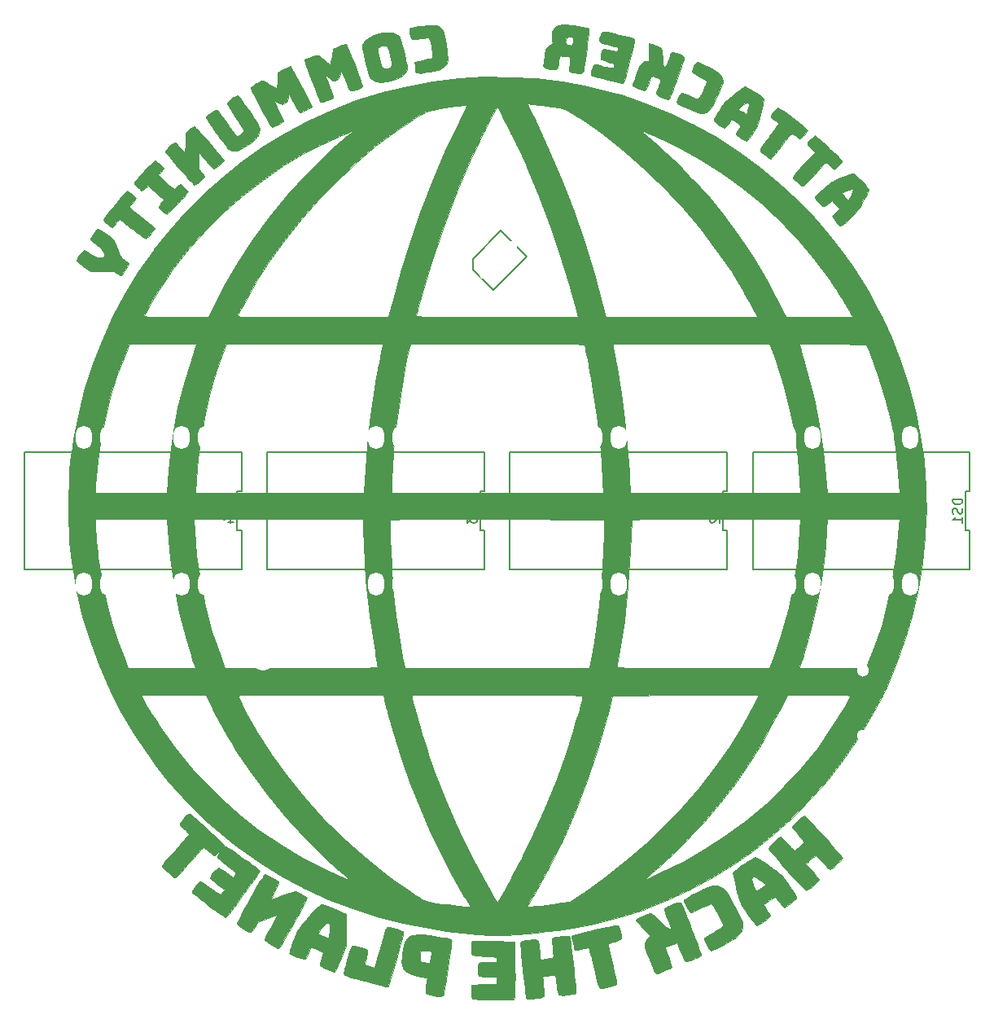
<source format=gbo>
G04 #@! TF.GenerationSoftware,KiCad,Pcbnew,5.0.0-rc2-dev-unknown+dfsg1+20180318-3*
G04 #@! TF.CreationDate,2018-05-20T20:27:50-07:00*
G04 #@! TF.ProjectId,DC26Badge,4443323642616467652E6B696361645F,rev?*
G04 #@! TF.SameCoordinates,Original*
G04 #@! TF.FileFunction,Legend,Bot*
G04 #@! TF.FilePolarity,Positive*
%FSLAX46Y46*%
G04 Gerber Fmt 4.6, Leading zero omitted, Abs format (unit mm)*
G04 Created by KiCad (PCBNEW 5.0.0-rc2-dev-unknown+dfsg1+20180318-3) date Sun May 20 20:27:50 2018*
%MOMM*%
%LPD*%
G01*
G04 APERTURE LIST*
%ADD10C,0.150000*%
%ADD11C,0.010000*%
%ADD12C,3.600000*%
%ADD13C,2.381200*%
%ADD14O,1.670000X2.400000*%
%ADD15C,1.500000*%
%ADD16C,0.100000*%
%ADD17C,2.300000*%
%ADD18C,1.150000*%
%ADD19C,1.450000*%
%ADD20C,1.300000*%
G04 APERTURE END LIST*
D10*
X204670000Y-82539999D02*
X204670000Y-86619999D01*
X204220000Y-82539999D02*
X204670000Y-82539999D01*
X204220000Y-78460000D02*
X204220000Y-82539999D01*
X204670000Y-78460000D02*
X204220000Y-78460000D01*
X204670000Y-74380000D02*
X204670000Y-78460000D01*
X182080000Y-74380001D02*
X204670000Y-74380000D01*
X182080000Y-86620000D02*
X182080000Y-74380001D01*
X204670000Y-86619999D02*
X182080000Y-86620000D01*
X179420000Y-86619999D02*
X156830000Y-86620000D01*
X156830000Y-86620000D02*
X156830000Y-74380001D01*
X156830000Y-74380001D02*
X179420000Y-74380000D01*
X179420000Y-74380000D02*
X179420000Y-78460000D01*
X179420000Y-78460000D02*
X178970000Y-78460000D01*
X178970000Y-78460000D02*
X178970000Y-82539999D01*
X178970000Y-82539999D02*
X179420000Y-82539999D01*
X179420000Y-82539999D02*
X179420000Y-86619999D01*
X154170000Y-86619999D02*
X131580000Y-86620000D01*
X131580000Y-86620000D02*
X131580000Y-74380001D01*
X131580000Y-74380001D02*
X154170000Y-74380000D01*
X154170000Y-74380000D02*
X154170000Y-78460000D01*
X154170000Y-78460000D02*
X153720000Y-78460000D01*
X153720000Y-78460000D02*
X153720000Y-82539999D01*
X153720000Y-82539999D02*
X154170000Y-82539999D01*
X154170000Y-82539999D02*
X154170000Y-86619999D01*
X128920000Y-82539999D02*
X128920000Y-86619999D01*
X128470000Y-82539999D02*
X128920000Y-82539999D01*
X128470000Y-78460000D02*
X128470000Y-82539999D01*
X128920000Y-78460000D02*
X128470000Y-78460000D01*
X128920000Y-74380000D02*
X128920000Y-78460000D01*
X106330000Y-74380001D02*
X128920000Y-74380000D01*
X106330000Y-86620000D02*
X106330000Y-74380001D01*
X128920000Y-86619999D02*
X106330000Y-86620000D01*
X152989771Y-54323223D02*
X152989771Y-55454594D01*
X152989771Y-55454594D02*
X155111091Y-57575914D01*
X155111091Y-57575914D02*
X158575914Y-54111091D01*
X158575914Y-54111091D02*
X155888909Y-51424086D01*
X155888909Y-51424086D02*
X152989771Y-54323223D01*
D11*
G36*
X148121967Y-30042799D02*
X147700812Y-30093501D01*
X147280647Y-30154960D01*
X146914982Y-30219262D01*
X146640212Y-30279250D01*
X146492733Y-30327763D01*
X146485104Y-30332632D01*
X146410330Y-30435626D01*
X146390009Y-30619630D01*
X146410809Y-30872102D01*
X146453361Y-31175443D01*
X146514401Y-31372936D01*
X146624400Y-31480437D01*
X146813829Y-31513803D01*
X147113159Y-31488891D01*
X147486947Y-31432109D01*
X147880904Y-31373018D01*
X148141960Y-31346140D01*
X148303325Y-31350818D01*
X148398213Y-31386395D01*
X148429166Y-31413470D01*
X148485994Y-31541535D01*
X148554562Y-31796771D01*
X148625016Y-32138398D01*
X148671642Y-32416720D01*
X148730033Y-32824794D01*
X148758081Y-33098918D01*
X148756394Y-33271626D01*
X148725578Y-33375449D01*
X148690392Y-33421227D01*
X148560505Y-33484138D01*
X148305421Y-33559041D01*
X147967654Y-33634543D01*
X147740303Y-33675839D01*
X146906333Y-33814333D01*
X146936224Y-34233932D01*
X146960999Y-34551184D01*
X146999395Y-34776801D01*
X147075851Y-34921268D01*
X147214808Y-34995071D01*
X147440706Y-35008695D01*
X147777984Y-34972626D01*
X148251084Y-34897348D01*
X148417840Y-34869570D01*
X148932176Y-34778061D01*
X149311615Y-34692201D01*
X149589568Y-34599031D01*
X149799447Y-34485594D01*
X149974661Y-34338932D01*
X150081723Y-34224287D01*
X150197375Y-34075089D01*
X150276562Y-33915753D01*
X150320275Y-33720084D01*
X150329504Y-33461886D01*
X150305238Y-33114963D01*
X150248470Y-32653119D01*
X150163180Y-32069848D01*
X150085567Y-31562935D01*
X150024979Y-31193914D01*
X149973083Y-30933250D01*
X149921549Y-30751411D01*
X149862046Y-30618863D01*
X149786241Y-30506073D01*
X149688302Y-30386475D01*
X149500370Y-30204735D01*
X149277302Y-30083555D01*
X148991568Y-30018878D01*
X148615633Y-30006646D01*
X148121967Y-30042799D01*
X148121967Y-30042799D01*
G37*
X148121967Y-30042799D02*
X147700812Y-30093501D01*
X147280647Y-30154960D01*
X146914982Y-30219262D01*
X146640212Y-30279250D01*
X146492733Y-30327763D01*
X146485104Y-30332632D01*
X146410330Y-30435626D01*
X146390009Y-30619630D01*
X146410809Y-30872102D01*
X146453361Y-31175443D01*
X146514401Y-31372936D01*
X146624400Y-31480437D01*
X146813829Y-31513803D01*
X147113159Y-31488891D01*
X147486947Y-31432109D01*
X147880904Y-31373018D01*
X148141960Y-31346140D01*
X148303325Y-31350818D01*
X148398213Y-31386395D01*
X148429166Y-31413470D01*
X148485994Y-31541535D01*
X148554562Y-31796771D01*
X148625016Y-32138398D01*
X148671642Y-32416720D01*
X148730033Y-32824794D01*
X148758081Y-33098918D01*
X148756394Y-33271626D01*
X148725578Y-33375449D01*
X148690392Y-33421227D01*
X148560505Y-33484138D01*
X148305421Y-33559041D01*
X147967654Y-33634543D01*
X147740303Y-33675839D01*
X146906333Y-33814333D01*
X146936224Y-34233932D01*
X146960999Y-34551184D01*
X146999395Y-34776801D01*
X147075851Y-34921268D01*
X147214808Y-34995071D01*
X147440706Y-35008695D01*
X147777984Y-34972626D01*
X148251084Y-34897348D01*
X148417840Y-34869570D01*
X148932176Y-34778061D01*
X149311615Y-34692201D01*
X149589568Y-34599031D01*
X149799447Y-34485594D01*
X149974661Y-34338932D01*
X150081723Y-34224287D01*
X150197375Y-34075089D01*
X150276562Y-33915753D01*
X150320275Y-33720084D01*
X150329504Y-33461886D01*
X150305238Y-33114963D01*
X150248470Y-32653119D01*
X150163180Y-32069848D01*
X150085567Y-31562935D01*
X150024979Y-31193914D01*
X149973083Y-30933250D01*
X149921549Y-30751411D01*
X149862046Y-30618863D01*
X149786241Y-30506073D01*
X149688302Y-30386475D01*
X149500370Y-30204735D01*
X149277302Y-30083555D01*
X148991568Y-30018878D01*
X148615633Y-30006646D01*
X148121967Y-30042799D01*
G36*
X161882411Y-30014536D02*
X161565529Y-30179043D01*
X161348844Y-30465868D01*
X161310161Y-30553127D01*
X161235043Y-30817444D01*
X161189483Y-31130276D01*
X161175194Y-31441189D01*
X161193887Y-31699750D01*
X161247277Y-31855524D01*
X161265376Y-31871970D01*
X161256303Y-31936906D01*
X161117718Y-32033349D01*
X161030819Y-32075790D01*
X160781733Y-32233631D01*
X160611396Y-32427412D01*
X160598686Y-32452468D01*
X160528339Y-32664157D01*
X160458986Y-32968495D01*
X160396379Y-33323214D01*
X160346272Y-33686046D01*
X160314419Y-34014723D01*
X160306572Y-34266977D01*
X160328484Y-34400540D01*
X160332784Y-34405998D01*
X160457800Y-34463043D01*
X160695499Y-34526501D01*
X160990043Y-34586238D01*
X161285593Y-34632121D01*
X161526310Y-34654016D01*
X161649587Y-34644966D01*
X161707173Y-34549047D01*
X161772142Y-34328623D01*
X161832188Y-34027375D01*
X161842868Y-33958961D01*
X161896571Y-33642133D01*
X161951115Y-33392517D01*
X161996187Y-33256004D01*
X162002981Y-33246486D01*
X162117757Y-33220555D01*
X162337510Y-33222778D01*
X162601356Y-33247207D01*
X162848408Y-33287892D01*
X163017780Y-33338883D01*
X163032829Y-33347119D01*
X163078606Y-33421900D01*
X163087650Y-33586562D01*
X163059736Y-33870368D01*
X163027012Y-34097896D01*
X162983179Y-34420217D01*
X162959117Y-34673148D01*
X162958472Y-34814550D01*
X162963714Y-34829269D01*
X163073501Y-34872228D01*
X163296520Y-34924792D01*
X163577800Y-34977035D01*
X163862369Y-35019031D01*
X164095255Y-35040854D01*
X164141851Y-35042000D01*
X164350610Y-34990476D01*
X164422154Y-34893833D01*
X164463498Y-34708688D01*
X164518058Y-34399409D01*
X164582302Y-33992835D01*
X164652696Y-33515805D01*
X164725707Y-32995158D01*
X164797803Y-32457735D01*
X164865450Y-31930374D01*
X164919158Y-31488875D01*
X163425037Y-31488875D01*
X163417470Y-31530232D01*
X163363374Y-31791315D01*
X163330637Y-31949344D01*
X163279439Y-32089805D01*
X163169882Y-32128445D01*
X163013137Y-32108214D01*
X162792982Y-32038581D01*
X162645159Y-31941272D01*
X162644109Y-31939986D01*
X162590334Y-31766545D01*
X162604911Y-31548282D01*
X162708098Y-31328064D01*
X162909876Y-31234021D01*
X163222410Y-31260945D01*
X163256748Y-31269214D01*
X163405061Y-31342072D01*
X163425037Y-31488875D01*
X164919158Y-31488875D01*
X164925115Y-31439915D01*
X164973265Y-31013197D01*
X165006367Y-30677059D01*
X165020887Y-30458341D01*
X165015752Y-30384551D01*
X164903338Y-30341485D01*
X164658425Y-30284535D01*
X164316722Y-30219291D01*
X163913940Y-30151346D01*
X163485787Y-30086292D01*
X163067975Y-30029718D01*
X162696212Y-29987218D01*
X162406210Y-29964382D01*
X162317116Y-29962000D01*
X161882411Y-30014536D01*
X161882411Y-30014536D01*
G37*
X161882411Y-30014536D02*
X161565529Y-30179043D01*
X161348844Y-30465868D01*
X161310161Y-30553127D01*
X161235043Y-30817444D01*
X161189483Y-31130276D01*
X161175194Y-31441189D01*
X161193887Y-31699750D01*
X161247277Y-31855524D01*
X161265376Y-31871970D01*
X161256303Y-31936906D01*
X161117718Y-32033349D01*
X161030819Y-32075790D01*
X160781733Y-32233631D01*
X160611396Y-32427412D01*
X160598686Y-32452468D01*
X160528339Y-32664157D01*
X160458986Y-32968495D01*
X160396379Y-33323214D01*
X160346272Y-33686046D01*
X160314419Y-34014723D01*
X160306572Y-34266977D01*
X160328484Y-34400540D01*
X160332784Y-34405998D01*
X160457800Y-34463043D01*
X160695499Y-34526501D01*
X160990043Y-34586238D01*
X161285593Y-34632121D01*
X161526310Y-34654016D01*
X161649587Y-34644966D01*
X161707173Y-34549047D01*
X161772142Y-34328623D01*
X161832188Y-34027375D01*
X161842868Y-33958961D01*
X161896571Y-33642133D01*
X161951115Y-33392517D01*
X161996187Y-33256004D01*
X162002981Y-33246486D01*
X162117757Y-33220555D01*
X162337510Y-33222778D01*
X162601356Y-33247207D01*
X162848408Y-33287892D01*
X163017780Y-33338883D01*
X163032829Y-33347119D01*
X163078606Y-33421900D01*
X163087650Y-33586562D01*
X163059736Y-33870368D01*
X163027012Y-34097896D01*
X162983179Y-34420217D01*
X162959117Y-34673148D01*
X162958472Y-34814550D01*
X162963714Y-34829269D01*
X163073501Y-34872228D01*
X163296520Y-34924792D01*
X163577800Y-34977035D01*
X163862369Y-35019031D01*
X164095255Y-35040854D01*
X164141851Y-35042000D01*
X164350610Y-34990476D01*
X164422154Y-34893833D01*
X164463498Y-34708688D01*
X164518058Y-34399409D01*
X164582302Y-33992835D01*
X164652696Y-33515805D01*
X164725707Y-32995158D01*
X164797803Y-32457735D01*
X164865450Y-31930374D01*
X164919158Y-31488875D01*
X163425037Y-31488875D01*
X163417470Y-31530232D01*
X163363374Y-31791315D01*
X163330637Y-31949344D01*
X163279439Y-32089805D01*
X163169882Y-32128445D01*
X163013137Y-32108214D01*
X162792982Y-32038581D01*
X162645159Y-31941272D01*
X162644109Y-31939986D01*
X162590334Y-31766545D01*
X162604911Y-31548282D01*
X162708098Y-31328064D01*
X162909876Y-31234021D01*
X163222410Y-31260945D01*
X163256748Y-31269214D01*
X163405061Y-31342072D01*
X163425037Y-31488875D01*
X164919158Y-31488875D01*
X164925115Y-31439915D01*
X164973265Y-31013197D01*
X165006367Y-30677059D01*
X165020887Y-30458341D01*
X165015752Y-30384551D01*
X164903338Y-30341485D01*
X164658425Y-30284535D01*
X164316722Y-30219291D01*
X163913940Y-30151346D01*
X163485787Y-30086292D01*
X163067975Y-30029718D01*
X162696212Y-29987218D01*
X162406210Y-29964382D01*
X162317116Y-29962000D01*
X161882411Y-30014536D01*
G36*
X143692470Y-30825581D02*
X143163159Y-30930660D01*
X142649110Y-31090675D01*
X142189360Y-31295869D01*
X141822943Y-31536489D01*
X141600892Y-31782292D01*
X141491922Y-32029521D01*
X141445662Y-32270476D01*
X141445650Y-32272976D01*
X141467177Y-32456325D01*
X141526134Y-32762140D01*
X141613643Y-33155697D01*
X141720824Y-33602272D01*
X141838800Y-34067143D01*
X141958692Y-34515584D01*
X142071621Y-34912874D01*
X142168707Y-35224289D01*
X142241074Y-35415104D01*
X142256209Y-35442987D01*
X142530466Y-35714371D01*
X142922636Y-35880411D01*
X143414276Y-35936168D01*
X143921223Y-35888919D01*
X144423361Y-35774471D01*
X144913049Y-35616779D01*
X145342591Y-35434176D01*
X145664291Y-35244997D01*
X145726860Y-35194831D01*
X145905866Y-35020254D01*
X146028356Y-34843507D01*
X146095710Y-34637912D01*
X146109308Y-34376792D01*
X146086206Y-34172259D01*
X144523833Y-34172259D01*
X144473125Y-34342350D01*
X144335691Y-34447551D01*
X144100559Y-34519751D01*
X144058198Y-34529264D01*
X143752529Y-34549503D01*
X143547010Y-34440496D01*
X143416672Y-34187096D01*
X143400669Y-34130393D01*
X143252521Y-33556116D01*
X143147201Y-33122920D01*
X143083145Y-32808479D01*
X143058786Y-32590462D01*
X143072559Y-32446541D01*
X143122900Y-32354389D01*
X143208241Y-32291677D01*
X143269651Y-32261590D01*
X143511772Y-32191250D01*
X143774387Y-32163333D01*
X143883159Y-32160947D01*
X143963794Y-32169158D01*
X144027158Y-32211018D01*
X144084114Y-32309580D01*
X144145526Y-32487897D01*
X144222258Y-32769020D01*
X144325174Y-33176004D01*
X144408963Y-33509850D01*
X144498788Y-33905388D01*
X144523833Y-34172259D01*
X146086206Y-34172259D01*
X146070529Y-34033471D01*
X145980755Y-33581272D01*
X145841363Y-32993516D01*
X145840833Y-32991367D01*
X145688452Y-32386340D01*
X145562007Y-31923714D01*
X145451816Y-31580342D01*
X145348196Y-31333079D01*
X145241464Y-31158781D01*
X145121939Y-31034302D01*
X144981625Y-30937493D01*
X144640738Y-30819242D01*
X144198008Y-30785190D01*
X143692470Y-30825581D01*
X143692470Y-30825581D01*
G37*
X143692470Y-30825581D02*
X143163159Y-30930660D01*
X142649110Y-31090675D01*
X142189360Y-31295869D01*
X141822943Y-31536489D01*
X141600892Y-31782292D01*
X141491922Y-32029521D01*
X141445662Y-32270476D01*
X141445650Y-32272976D01*
X141467177Y-32456325D01*
X141526134Y-32762140D01*
X141613643Y-33155697D01*
X141720824Y-33602272D01*
X141838800Y-34067143D01*
X141958692Y-34515584D01*
X142071621Y-34912874D01*
X142168707Y-35224289D01*
X142241074Y-35415104D01*
X142256209Y-35442987D01*
X142530466Y-35714371D01*
X142922636Y-35880411D01*
X143414276Y-35936168D01*
X143921223Y-35888919D01*
X144423361Y-35774471D01*
X144913049Y-35616779D01*
X145342591Y-35434176D01*
X145664291Y-35244997D01*
X145726860Y-35194831D01*
X145905866Y-35020254D01*
X146028356Y-34843507D01*
X146095710Y-34637912D01*
X146109308Y-34376792D01*
X146086206Y-34172259D01*
X144523833Y-34172259D01*
X144473125Y-34342350D01*
X144335691Y-34447551D01*
X144100559Y-34519751D01*
X144058198Y-34529264D01*
X143752529Y-34549503D01*
X143547010Y-34440496D01*
X143416672Y-34187096D01*
X143400669Y-34130393D01*
X143252521Y-33556116D01*
X143147201Y-33122920D01*
X143083145Y-32808479D01*
X143058786Y-32590462D01*
X143072559Y-32446541D01*
X143122900Y-32354389D01*
X143208241Y-32291677D01*
X143269651Y-32261590D01*
X143511772Y-32191250D01*
X143774387Y-32163333D01*
X143883159Y-32160947D01*
X143963794Y-32169158D01*
X144027158Y-32211018D01*
X144084114Y-32309580D01*
X144145526Y-32487897D01*
X144222258Y-32769020D01*
X144325174Y-33176004D01*
X144408963Y-33509850D01*
X144498788Y-33905388D01*
X144523833Y-34172259D01*
X146086206Y-34172259D01*
X146070529Y-34033471D01*
X145980755Y-33581272D01*
X145841363Y-32993516D01*
X145840833Y-32991367D01*
X145688452Y-32386340D01*
X145562007Y-31923714D01*
X145451816Y-31580342D01*
X145348196Y-31333079D01*
X145241464Y-31158781D01*
X145121939Y-31034302D01*
X144981625Y-30937493D01*
X144640738Y-30819242D01*
X144198008Y-30785190D01*
X143692470Y-30825581D01*
G36*
X166414980Y-30697154D02*
X166346413Y-30822968D01*
X166262339Y-31054205D01*
X166208268Y-31239828D01*
X166147010Y-31507843D01*
X166148373Y-31689861D01*
X166236525Y-31813969D01*
X166435632Y-31908256D01*
X166769862Y-32000810D01*
X166887667Y-32029449D01*
X167358244Y-32142694D01*
X167687836Y-32225588D01*
X167899694Y-32289024D01*
X168017069Y-32343892D01*
X168063209Y-32401083D01*
X168061366Y-32471489D01*
X168034789Y-32566001D01*
X168034590Y-32566705D01*
X167964432Y-32730164D01*
X167894068Y-32787933D01*
X167780394Y-32764356D01*
X167548674Y-32711560D01*
X167245436Y-32640185D01*
X167191909Y-32627397D01*
X166872285Y-32553564D01*
X166676154Y-32521195D01*
X166562823Y-32530328D01*
X166491598Y-32581000D01*
X166454549Y-32628063D01*
X166375473Y-32800614D01*
X166309257Y-33050848D01*
X166268021Y-33311869D01*
X166263883Y-33516779D01*
X166281842Y-33581376D01*
X166381113Y-33636381D01*
X166601855Y-33713851D01*
X166900389Y-33798848D01*
X166967887Y-33816009D01*
X167296923Y-33904706D01*
X167491553Y-33979285D01*
X167583873Y-34056483D01*
X167606037Y-34148788D01*
X167591068Y-34331056D01*
X167531749Y-34440156D01*
X167401522Y-34481053D01*
X167173826Y-34458711D01*
X166822103Y-34378097D01*
X166637659Y-34329828D01*
X166191072Y-34212714D01*
X165879238Y-34143472D01*
X165673085Y-34127125D01*
X165543544Y-34168695D01*
X165461545Y-34273205D01*
X165398016Y-34445676D01*
X165366947Y-34549367D01*
X165277248Y-34874588D01*
X165243507Y-35077373D01*
X165263599Y-35194346D01*
X165325941Y-35256514D01*
X165447165Y-35301728D01*
X165700202Y-35377040D01*
X166051960Y-35474070D01*
X166469347Y-35584438D01*
X166919273Y-35699765D01*
X167368646Y-35811670D01*
X167784375Y-35911774D01*
X168133368Y-35991697D01*
X168382534Y-36043058D01*
X168490918Y-36058000D01*
X168550182Y-36049327D01*
X168604463Y-36011304D01*
X168659924Y-35925924D01*
X168722729Y-35775183D01*
X168799040Y-35541073D01*
X168895021Y-35205588D01*
X169016834Y-34750723D01*
X169170643Y-34158471D01*
X169259892Y-33811356D01*
X169424565Y-33156564D01*
X169560863Y-32587528D01*
X169665282Y-32120509D01*
X169734318Y-31771771D01*
X169764466Y-31557574D01*
X169759123Y-31494689D01*
X169638119Y-31437816D01*
X169388605Y-31356186D01*
X169041265Y-31257119D01*
X168626784Y-31147931D01*
X168175846Y-31035940D01*
X167719136Y-30928465D01*
X167287337Y-30832822D01*
X166911135Y-30756331D01*
X166621214Y-30706309D01*
X166448258Y-30690074D01*
X166414980Y-30697154D01*
X166414980Y-30697154D01*
G37*
X166414980Y-30697154D02*
X166346413Y-30822968D01*
X166262339Y-31054205D01*
X166208268Y-31239828D01*
X166147010Y-31507843D01*
X166148373Y-31689861D01*
X166236525Y-31813969D01*
X166435632Y-31908256D01*
X166769862Y-32000810D01*
X166887667Y-32029449D01*
X167358244Y-32142694D01*
X167687836Y-32225588D01*
X167899694Y-32289024D01*
X168017069Y-32343892D01*
X168063209Y-32401083D01*
X168061366Y-32471489D01*
X168034789Y-32566001D01*
X168034590Y-32566705D01*
X167964432Y-32730164D01*
X167894068Y-32787933D01*
X167780394Y-32764356D01*
X167548674Y-32711560D01*
X167245436Y-32640185D01*
X167191909Y-32627397D01*
X166872285Y-32553564D01*
X166676154Y-32521195D01*
X166562823Y-32530328D01*
X166491598Y-32581000D01*
X166454549Y-32628063D01*
X166375473Y-32800614D01*
X166309257Y-33050848D01*
X166268021Y-33311869D01*
X166263883Y-33516779D01*
X166281842Y-33581376D01*
X166381113Y-33636381D01*
X166601855Y-33713851D01*
X166900389Y-33798848D01*
X166967887Y-33816009D01*
X167296923Y-33904706D01*
X167491553Y-33979285D01*
X167583873Y-34056483D01*
X167606037Y-34148788D01*
X167591068Y-34331056D01*
X167531749Y-34440156D01*
X167401522Y-34481053D01*
X167173826Y-34458711D01*
X166822103Y-34378097D01*
X166637659Y-34329828D01*
X166191072Y-34212714D01*
X165879238Y-34143472D01*
X165673085Y-34127125D01*
X165543544Y-34168695D01*
X165461545Y-34273205D01*
X165398016Y-34445676D01*
X165366947Y-34549367D01*
X165277248Y-34874588D01*
X165243507Y-35077373D01*
X165263599Y-35194346D01*
X165325941Y-35256514D01*
X165447165Y-35301728D01*
X165700202Y-35377040D01*
X166051960Y-35474070D01*
X166469347Y-35584438D01*
X166919273Y-35699765D01*
X167368646Y-35811670D01*
X167784375Y-35911774D01*
X168133368Y-35991697D01*
X168382534Y-36043058D01*
X168490918Y-36058000D01*
X168550182Y-36049327D01*
X168604463Y-36011304D01*
X168659924Y-35925924D01*
X168722729Y-35775183D01*
X168799040Y-35541073D01*
X168895021Y-35205588D01*
X169016834Y-34750723D01*
X169170643Y-34158471D01*
X169259892Y-33811356D01*
X169424565Y-33156564D01*
X169560863Y-32587528D01*
X169665282Y-32120509D01*
X169734318Y-31771771D01*
X169764466Y-31557574D01*
X169759123Y-31494689D01*
X169638119Y-31437816D01*
X169388605Y-31356186D01*
X169041265Y-31257119D01*
X168626784Y-31147931D01*
X168175846Y-31035940D01*
X167719136Y-30928465D01*
X167287337Y-30832822D01*
X166911135Y-30756331D01*
X166621214Y-30706309D01*
X166448258Y-30690074D01*
X166414980Y-30697154D01*
G36*
X171272234Y-31990373D02*
X171257867Y-32205236D01*
X171257481Y-32525534D01*
X171268164Y-32840667D01*
X171312307Y-33772000D01*
X171030875Y-33772000D01*
X170806790Y-33800333D01*
X170615066Y-33898726D01*
X170440298Y-34087272D01*
X170267080Y-34386062D01*
X170080006Y-34815189D01*
X169932209Y-35204849D01*
X169791924Y-35602217D01*
X169680078Y-35945191D01*
X169606605Y-36201256D01*
X169581439Y-36337894D01*
X169583006Y-36347849D01*
X169674948Y-36417476D01*
X169885951Y-36518390D01*
X170173647Y-36630756D01*
X170228669Y-36650101D01*
X170538949Y-36754843D01*
X170729606Y-36805774D01*
X170840602Y-36805702D01*
X170911900Y-36757436D01*
X170956120Y-36701228D01*
X171044580Y-36537518D01*
X171155815Y-36274413D01*
X171246513Y-36024460D01*
X171369136Y-35666399D01*
X171465856Y-35445322D01*
X171566988Y-35338485D01*
X171702848Y-35323143D01*
X171903749Y-35376552D01*
X172045994Y-35424627D01*
X172298273Y-35523185D01*
X172469540Y-35614601D01*
X172518000Y-35667229D01*
X172490318Y-35778974D01*
X172416287Y-36008171D01*
X172309431Y-36313878D01*
X172255071Y-36463243D01*
X172123536Y-36832722D01*
X172065697Y-37081328D01*
X172097540Y-37247385D01*
X172235052Y-37369216D01*
X172494219Y-37485144D01*
X172716034Y-37568280D01*
X173027816Y-37680550D01*
X173219757Y-37733897D01*
X173330067Y-37730172D01*
X173396958Y-37671228D01*
X173435780Y-37603167D01*
X173510925Y-37433985D01*
X173625572Y-37144929D01*
X173770637Y-36761717D01*
X173937035Y-36310069D01*
X174115681Y-35815703D01*
X174297492Y-35304338D01*
X174473382Y-34801693D01*
X174634267Y-34333487D01*
X174771062Y-33925438D01*
X174874684Y-33603266D01*
X174936047Y-33392689D01*
X174948345Y-33321004D01*
X174849506Y-33238721D01*
X174637298Y-33134733D01*
X174362923Y-33027207D01*
X174077584Y-32934309D01*
X173832484Y-32874207D01*
X173678825Y-32865066D01*
X173670521Y-32867631D01*
X173592343Y-32962841D01*
X173479760Y-33181135D01*
X173351080Y-33484679D01*
X173279850Y-33674899D01*
X173118181Y-34077449D01*
X172981263Y-34312606D01*
X172869366Y-34380532D01*
X172782762Y-34281387D01*
X172721722Y-34015333D01*
X172686516Y-33582531D01*
X172678894Y-33316917D01*
X172664645Y-32912954D01*
X172621287Y-32638231D01*
X172524373Y-32452718D01*
X172349459Y-32316384D01*
X172072098Y-32189200D01*
X171964051Y-32146373D01*
X171669234Y-32034387D01*
X171434901Y-31951456D01*
X171306321Y-31913498D01*
X171299510Y-31912686D01*
X171272234Y-31990373D01*
X171272234Y-31990373D01*
G37*
X171272234Y-31990373D02*
X171257867Y-32205236D01*
X171257481Y-32525534D01*
X171268164Y-32840667D01*
X171312307Y-33772000D01*
X171030875Y-33772000D01*
X170806790Y-33800333D01*
X170615066Y-33898726D01*
X170440298Y-34087272D01*
X170267080Y-34386062D01*
X170080006Y-34815189D01*
X169932209Y-35204849D01*
X169791924Y-35602217D01*
X169680078Y-35945191D01*
X169606605Y-36201256D01*
X169581439Y-36337894D01*
X169583006Y-36347849D01*
X169674948Y-36417476D01*
X169885951Y-36518390D01*
X170173647Y-36630756D01*
X170228669Y-36650101D01*
X170538949Y-36754843D01*
X170729606Y-36805774D01*
X170840602Y-36805702D01*
X170911900Y-36757436D01*
X170956120Y-36701228D01*
X171044580Y-36537518D01*
X171155815Y-36274413D01*
X171246513Y-36024460D01*
X171369136Y-35666399D01*
X171465856Y-35445322D01*
X171566988Y-35338485D01*
X171702848Y-35323143D01*
X171903749Y-35376552D01*
X172045994Y-35424627D01*
X172298273Y-35523185D01*
X172469540Y-35614601D01*
X172518000Y-35667229D01*
X172490318Y-35778974D01*
X172416287Y-36008171D01*
X172309431Y-36313878D01*
X172255071Y-36463243D01*
X172123536Y-36832722D01*
X172065697Y-37081328D01*
X172097540Y-37247385D01*
X172235052Y-37369216D01*
X172494219Y-37485144D01*
X172716034Y-37568280D01*
X173027816Y-37680550D01*
X173219757Y-37733897D01*
X173330067Y-37730172D01*
X173396958Y-37671228D01*
X173435780Y-37603167D01*
X173510925Y-37433985D01*
X173625572Y-37144929D01*
X173770637Y-36761717D01*
X173937035Y-36310069D01*
X174115681Y-35815703D01*
X174297492Y-35304338D01*
X174473382Y-34801693D01*
X174634267Y-34333487D01*
X174771062Y-33925438D01*
X174874684Y-33603266D01*
X174936047Y-33392689D01*
X174948345Y-33321004D01*
X174849506Y-33238721D01*
X174637298Y-33134733D01*
X174362923Y-33027207D01*
X174077584Y-32934309D01*
X173832484Y-32874207D01*
X173678825Y-32865066D01*
X173670521Y-32867631D01*
X173592343Y-32962841D01*
X173479760Y-33181135D01*
X173351080Y-33484679D01*
X173279850Y-33674899D01*
X173118181Y-34077449D01*
X172981263Y-34312606D01*
X172869366Y-34380532D01*
X172782762Y-34281387D01*
X172721722Y-34015333D01*
X172686516Y-33582531D01*
X172678894Y-33316917D01*
X172664645Y-32912954D01*
X172621287Y-32638231D01*
X172524373Y-32452718D01*
X172349459Y-32316384D01*
X172072098Y-32189200D01*
X171964051Y-32146373D01*
X171669234Y-32034387D01*
X171434901Y-31951456D01*
X171306321Y-31913498D01*
X171299510Y-31912686D01*
X171272234Y-31990373D01*
G36*
X139649544Y-32027196D02*
X139411835Y-32089835D01*
X139112434Y-32193674D01*
X139051975Y-32217189D01*
X138439667Y-32459667D01*
X138312667Y-33236744D01*
X138250679Y-33583301D01*
X138190347Y-33864705D01*
X138140905Y-34040143D01*
X138122923Y-34075599D01*
X138033733Y-34054413D01*
X137854646Y-33942258D01*
X137621135Y-33761984D01*
X137572590Y-33721104D01*
X137253041Y-33446781D01*
X137028957Y-33265303D01*
X136862111Y-33165592D01*
X136714278Y-33136566D01*
X136547233Y-33167144D01*
X136322749Y-33246248D01*
X136152557Y-33309489D01*
X135847730Y-33427570D01*
X135608857Y-33533014D01*
X135477688Y-33607010D01*
X135466478Y-33618614D01*
X135482784Y-33714242D01*
X135551414Y-33942315D01*
X135663026Y-34277572D01*
X135808280Y-34694751D01*
X135977833Y-35168591D01*
X136162344Y-35673831D01*
X136352472Y-36185209D01*
X136538874Y-36677465D01*
X136712210Y-37125338D01*
X136863138Y-37503565D01*
X136982316Y-37786887D01*
X137060402Y-37950041D01*
X137077697Y-37975641D01*
X137174176Y-38012648D01*
X137357926Y-37988548D01*
X137657398Y-37898485D01*
X137779804Y-37855834D01*
X138076027Y-37740675D01*
X138303163Y-37634063D01*
X138419038Y-37556201D01*
X138424802Y-37546860D01*
X138409607Y-37436306D01*
X138342671Y-37202178D01*
X138234640Y-36878322D01*
X138096162Y-36498587D01*
X138089616Y-36481333D01*
X137903190Y-35991078D01*
X137773584Y-35642750D01*
X137698989Y-35419417D01*
X137677592Y-35304148D01*
X137707585Y-35280010D01*
X137787157Y-35330072D01*
X137914498Y-35437401D01*
X137984458Y-35497774D01*
X138222524Y-35684332D01*
X138400419Y-35768561D01*
X138571714Y-35773579D01*
X138609000Y-35767283D01*
X138902013Y-35635697D01*
X139097351Y-35395291D01*
X139159333Y-35124211D01*
X139170793Y-34873756D01*
X139208369Y-34760196D01*
X139276856Y-34788720D01*
X139381047Y-34964514D01*
X139525739Y-35292764D01*
X139681826Y-35689427D01*
X139838655Y-36091810D01*
X139979708Y-36438090D01*
X140091726Y-36696826D01*
X140161449Y-36836579D01*
X140171114Y-36849647D01*
X140285163Y-36859104D01*
X140516935Y-36806997D01*
X140829921Y-36701662D01*
X140845771Y-36695635D01*
X141180098Y-36554874D01*
X141371906Y-36438729D01*
X141443484Y-36332939D01*
X141445333Y-36312052D01*
X141415711Y-36175903D01*
X141333421Y-35914789D01*
X141208333Y-35554131D01*
X141050314Y-35119351D01*
X140869233Y-34635868D01*
X140674958Y-34129103D01*
X140477358Y-33624478D01*
X140286301Y-33147412D01*
X140111654Y-32723327D01*
X139963287Y-32377643D01*
X139851067Y-32135781D01*
X139784863Y-32023162D01*
X139778621Y-32018588D01*
X139649544Y-32027196D01*
X139649544Y-32027196D01*
G37*
X139649544Y-32027196D02*
X139411835Y-32089835D01*
X139112434Y-32193674D01*
X139051975Y-32217189D01*
X138439667Y-32459667D01*
X138312667Y-33236744D01*
X138250679Y-33583301D01*
X138190347Y-33864705D01*
X138140905Y-34040143D01*
X138122923Y-34075599D01*
X138033733Y-34054413D01*
X137854646Y-33942258D01*
X137621135Y-33761984D01*
X137572590Y-33721104D01*
X137253041Y-33446781D01*
X137028957Y-33265303D01*
X136862111Y-33165592D01*
X136714278Y-33136566D01*
X136547233Y-33167144D01*
X136322749Y-33246248D01*
X136152557Y-33309489D01*
X135847730Y-33427570D01*
X135608857Y-33533014D01*
X135477688Y-33607010D01*
X135466478Y-33618614D01*
X135482784Y-33714242D01*
X135551414Y-33942315D01*
X135663026Y-34277572D01*
X135808280Y-34694751D01*
X135977833Y-35168591D01*
X136162344Y-35673831D01*
X136352472Y-36185209D01*
X136538874Y-36677465D01*
X136712210Y-37125338D01*
X136863138Y-37503565D01*
X136982316Y-37786887D01*
X137060402Y-37950041D01*
X137077697Y-37975641D01*
X137174176Y-38012648D01*
X137357926Y-37988548D01*
X137657398Y-37898485D01*
X137779804Y-37855834D01*
X138076027Y-37740675D01*
X138303163Y-37634063D01*
X138419038Y-37556201D01*
X138424802Y-37546860D01*
X138409607Y-37436306D01*
X138342671Y-37202178D01*
X138234640Y-36878322D01*
X138096162Y-36498587D01*
X138089616Y-36481333D01*
X137903190Y-35991078D01*
X137773584Y-35642750D01*
X137698989Y-35419417D01*
X137677592Y-35304148D01*
X137707585Y-35280010D01*
X137787157Y-35330072D01*
X137914498Y-35437401D01*
X137984458Y-35497774D01*
X138222524Y-35684332D01*
X138400419Y-35768561D01*
X138571714Y-35773579D01*
X138609000Y-35767283D01*
X138902013Y-35635697D01*
X139097351Y-35395291D01*
X139159333Y-35124211D01*
X139170793Y-34873756D01*
X139208369Y-34760196D01*
X139276856Y-34788720D01*
X139381047Y-34964514D01*
X139525739Y-35292764D01*
X139681826Y-35689427D01*
X139838655Y-36091810D01*
X139979708Y-36438090D01*
X140091726Y-36696826D01*
X140161449Y-36836579D01*
X140171114Y-36849647D01*
X140285163Y-36859104D01*
X140516935Y-36806997D01*
X140829921Y-36701662D01*
X140845771Y-36695635D01*
X141180098Y-36554874D01*
X141371906Y-36438729D01*
X141443484Y-36332939D01*
X141445333Y-36312052D01*
X141415711Y-36175903D01*
X141333421Y-35914789D01*
X141208333Y-35554131D01*
X141050314Y-35119351D01*
X140869233Y-34635868D01*
X140674958Y-34129103D01*
X140477358Y-33624478D01*
X140286301Y-33147412D01*
X140111654Y-32723327D01*
X139963287Y-32377643D01*
X139851067Y-32135781D01*
X139784863Y-32023162D01*
X139778621Y-32018588D01*
X139649544Y-32027196D01*
G36*
X176170222Y-33928960D02*
X176043659Y-34111773D01*
X175916226Y-34354006D01*
X175812751Y-34604561D01*
X175758061Y-34812337D01*
X175761944Y-34904556D01*
X175858289Y-34998526D01*
X176072367Y-35135728D01*
X176366138Y-35292992D01*
X176523206Y-35368301D01*
X176842044Y-35527747D01*
X177099639Y-35679266D01*
X177257750Y-35799317D01*
X177286934Y-35838470D01*
X177270872Y-35963133D01*
X177191034Y-36197050D01*
X177065641Y-36501317D01*
X176912914Y-36837032D01*
X176751073Y-37165291D01*
X176598339Y-37447192D01*
X176472931Y-37643832D01*
X176410120Y-37710574D01*
X176298232Y-37700792D01*
X176073973Y-37627492D01*
X175775707Y-37504317D01*
X175595139Y-37420792D01*
X175264337Y-37269050D01*
X174979311Y-37151021D01*
X174782105Y-37083534D01*
X174728840Y-37074000D01*
X174602372Y-37152300D01*
X174445328Y-37374357D01*
X174350618Y-37552456D01*
X174224792Y-37826705D01*
X174175727Y-37995824D01*
X174194983Y-38101024D01*
X174229389Y-38144341D01*
X174346250Y-38221073D01*
X174584729Y-38349846D01*
X174911818Y-38513680D01*
X175294508Y-38695591D01*
X175356472Y-38724218D01*
X175903363Y-38961478D01*
X176335824Y-39112598D01*
X176681651Y-39183338D01*
X176968639Y-39179460D01*
X177217000Y-39109892D01*
X177395757Y-38997778D01*
X177575789Y-38835747D01*
X177682796Y-38681762D01*
X177836556Y-38410599D01*
X178021920Y-38054473D01*
X178223739Y-37645601D01*
X178426864Y-37216201D01*
X178616144Y-36798487D01*
X178776432Y-36424678D01*
X178892578Y-36126989D01*
X178949433Y-35937638D01*
X178952667Y-35907660D01*
X178879926Y-35547938D01*
X178685886Y-35194168D01*
X178432484Y-34933177D01*
X178246350Y-34811808D01*
X177963631Y-34650792D01*
X177620417Y-34468102D01*
X177252800Y-34281716D01*
X176896873Y-34109609D01*
X176588727Y-33969757D01*
X176364453Y-33880137D01*
X176271086Y-33856667D01*
X176170222Y-33928960D01*
X176170222Y-33928960D01*
G37*
X176170222Y-33928960D02*
X176043659Y-34111773D01*
X175916226Y-34354006D01*
X175812751Y-34604561D01*
X175758061Y-34812337D01*
X175761944Y-34904556D01*
X175858289Y-34998526D01*
X176072367Y-35135728D01*
X176366138Y-35292992D01*
X176523206Y-35368301D01*
X176842044Y-35527747D01*
X177099639Y-35679266D01*
X177257750Y-35799317D01*
X177286934Y-35838470D01*
X177270872Y-35963133D01*
X177191034Y-36197050D01*
X177065641Y-36501317D01*
X176912914Y-36837032D01*
X176751073Y-37165291D01*
X176598339Y-37447192D01*
X176472931Y-37643832D01*
X176410120Y-37710574D01*
X176298232Y-37700792D01*
X176073973Y-37627492D01*
X175775707Y-37504317D01*
X175595139Y-37420792D01*
X175264337Y-37269050D01*
X174979311Y-37151021D01*
X174782105Y-37083534D01*
X174728840Y-37074000D01*
X174602372Y-37152300D01*
X174445328Y-37374357D01*
X174350618Y-37552456D01*
X174224792Y-37826705D01*
X174175727Y-37995824D01*
X174194983Y-38101024D01*
X174229389Y-38144341D01*
X174346250Y-38221073D01*
X174584729Y-38349846D01*
X174911818Y-38513680D01*
X175294508Y-38695591D01*
X175356472Y-38724218D01*
X175903363Y-38961478D01*
X176335824Y-39112598D01*
X176681651Y-39183338D01*
X176968639Y-39179460D01*
X177217000Y-39109892D01*
X177395757Y-38997778D01*
X177575789Y-38835747D01*
X177682796Y-38681762D01*
X177836556Y-38410599D01*
X178021920Y-38054473D01*
X178223739Y-37645601D01*
X178426864Y-37216201D01*
X178616144Y-36798487D01*
X178776432Y-36424678D01*
X178892578Y-36126989D01*
X178949433Y-35937638D01*
X178952667Y-35907660D01*
X178879926Y-35547938D01*
X178685886Y-35194168D01*
X178432484Y-34933177D01*
X178246350Y-34811808D01*
X177963631Y-34650792D01*
X177620417Y-34468102D01*
X177252800Y-34281716D01*
X176896873Y-34109609D01*
X176588727Y-33969757D01*
X176364453Y-33880137D01*
X176271086Y-33856667D01*
X176170222Y-33928960D01*
G36*
X133882289Y-34332944D02*
X133669308Y-34414224D01*
X133388893Y-34545743D01*
X133296925Y-34592972D01*
X132682333Y-34915000D01*
X132658101Y-35740500D01*
X132641791Y-36132136D01*
X132617227Y-36381797D01*
X132579416Y-36516812D01*
X132523367Y-36564508D01*
X132507276Y-36566000D01*
X132380859Y-36521077D01*
X132158750Y-36401908D01*
X131883604Y-36231890D01*
X131812746Y-36185000D01*
X131533826Y-36006457D01*
X131300594Y-35872735D01*
X131154312Y-35807064D01*
X131135957Y-35804000D01*
X130988465Y-35842031D01*
X130757882Y-35940496D01*
X130487347Y-36075953D01*
X130219995Y-36224960D01*
X129998964Y-36364075D01*
X129867393Y-36469856D01*
X129848637Y-36503564D01*
X129887464Y-36603814D01*
X129995533Y-36832719D01*
X130162416Y-37169512D01*
X130377687Y-37593428D01*
X130630918Y-38083701D01*
X130900310Y-38598000D01*
X131256935Y-39266713D01*
X131545725Y-39790656D01*
X131771571Y-40177979D01*
X131939361Y-40436832D01*
X132053985Y-40575368D01*
X132104173Y-40605019D01*
X132254541Y-40573700D01*
X132494237Y-40474848D01*
X132745973Y-40343825D01*
X133002359Y-40194030D01*
X133197106Y-40074420D01*
X133284787Y-40013435D01*
X133265979Y-39924191D01*
X133178900Y-39714429D01*
X133036419Y-39412262D01*
X132851399Y-39045803D01*
X132776648Y-38903158D01*
X132575559Y-38519670D01*
X132406488Y-38190756D01*
X132283708Y-37944687D01*
X132221492Y-37809736D01*
X132216667Y-37793961D01*
X132278990Y-37809283D01*
X132440049Y-37901659D01*
X132603110Y-38009078D01*
X132930541Y-38188184D01*
X133202564Y-38222038D01*
X133451135Y-38110446D01*
X133573487Y-38003180D01*
X133686595Y-37827158D01*
X133736627Y-37563447D01*
X133742425Y-37391500D01*
X133744183Y-36947000D01*
X134312407Y-38026500D01*
X134530089Y-38424828D01*
X134724927Y-38752808D01*
X134881186Y-38985770D01*
X134983128Y-39099043D01*
X135001013Y-39106000D01*
X135121572Y-39068730D01*
X135331878Y-38972913D01*
X135587435Y-38842537D01*
X135843750Y-38701590D01*
X136056329Y-38574063D01*
X136180678Y-38483942D01*
X136196000Y-38461730D01*
X136157635Y-38369789D01*
X136050972Y-38153142D01*
X135888658Y-37835522D01*
X135683342Y-37440661D01*
X135447672Y-36992290D01*
X135194296Y-36514142D01*
X134935862Y-36029948D01*
X134685018Y-35563441D01*
X134454411Y-35138353D01*
X134256691Y-34778416D01*
X134104505Y-34507362D01*
X134010500Y-34348922D01*
X133987563Y-34317943D01*
X133882289Y-34332944D01*
X133882289Y-34332944D01*
G37*
X133882289Y-34332944D02*
X133669308Y-34414224D01*
X133388893Y-34545743D01*
X133296925Y-34592972D01*
X132682333Y-34915000D01*
X132658101Y-35740500D01*
X132641791Y-36132136D01*
X132617227Y-36381797D01*
X132579416Y-36516812D01*
X132523367Y-36564508D01*
X132507276Y-36566000D01*
X132380859Y-36521077D01*
X132158750Y-36401908D01*
X131883604Y-36231890D01*
X131812746Y-36185000D01*
X131533826Y-36006457D01*
X131300594Y-35872735D01*
X131154312Y-35807064D01*
X131135957Y-35804000D01*
X130988465Y-35842031D01*
X130757882Y-35940496D01*
X130487347Y-36075953D01*
X130219995Y-36224960D01*
X129998964Y-36364075D01*
X129867393Y-36469856D01*
X129848637Y-36503564D01*
X129887464Y-36603814D01*
X129995533Y-36832719D01*
X130162416Y-37169512D01*
X130377687Y-37593428D01*
X130630918Y-38083701D01*
X130900310Y-38598000D01*
X131256935Y-39266713D01*
X131545725Y-39790656D01*
X131771571Y-40177979D01*
X131939361Y-40436832D01*
X132053985Y-40575368D01*
X132104173Y-40605019D01*
X132254541Y-40573700D01*
X132494237Y-40474848D01*
X132745973Y-40343825D01*
X133002359Y-40194030D01*
X133197106Y-40074420D01*
X133284787Y-40013435D01*
X133265979Y-39924191D01*
X133178900Y-39714429D01*
X133036419Y-39412262D01*
X132851399Y-39045803D01*
X132776648Y-38903158D01*
X132575559Y-38519670D01*
X132406488Y-38190756D01*
X132283708Y-37944687D01*
X132221492Y-37809736D01*
X132216667Y-37793961D01*
X132278990Y-37809283D01*
X132440049Y-37901659D01*
X132603110Y-38009078D01*
X132930541Y-38188184D01*
X133202564Y-38222038D01*
X133451135Y-38110446D01*
X133573487Y-38003180D01*
X133686595Y-37827158D01*
X133736627Y-37563447D01*
X133742425Y-37391500D01*
X133744183Y-36947000D01*
X134312407Y-38026500D01*
X134530089Y-38424828D01*
X134724927Y-38752808D01*
X134881186Y-38985770D01*
X134983128Y-39099043D01*
X135001013Y-39106000D01*
X135121572Y-39068730D01*
X135331878Y-38972913D01*
X135587435Y-38842537D01*
X135843750Y-38701590D01*
X136056329Y-38574063D01*
X136180678Y-38483942D01*
X136196000Y-38461730D01*
X136157635Y-38369789D01*
X136050972Y-38153142D01*
X135888658Y-37835522D01*
X135683342Y-37440661D01*
X135447672Y-36992290D01*
X135194296Y-36514142D01*
X134935862Y-36029948D01*
X134685018Y-35563441D01*
X134454411Y-35138353D01*
X134256691Y-34778416D01*
X134104505Y-34507362D01*
X134010500Y-34348922D01*
X133987563Y-34317943D01*
X133882289Y-34332944D01*
G36*
X180454244Y-36972531D02*
X180111870Y-37237038D01*
X179791340Y-37489205D01*
X179533139Y-37696932D01*
X179399043Y-37809212D01*
X179260864Y-37960865D01*
X179070052Y-38211028D01*
X178848078Y-38526576D01*
X178616418Y-38874385D01*
X178396544Y-39221329D01*
X178209931Y-39534285D01*
X178078052Y-39780127D01*
X178022381Y-39925732D01*
X178021831Y-39933652D01*
X178088274Y-40023438D01*
X178259674Y-40167407D01*
X178493401Y-40336718D01*
X178746826Y-40502536D01*
X178977320Y-40636021D01*
X179142252Y-40708336D01*
X179175166Y-40713862D01*
X179265311Y-40647011D01*
X179406178Y-40471796D01*
X179551797Y-40250799D01*
X179832930Y-39786932D01*
X180218299Y-40007569D01*
X180524673Y-40188269D01*
X180699142Y-40323275D01*
X180757160Y-40450309D01*
X180714184Y-40607094D01*
X180585669Y-40831351D01*
X180567760Y-40860481D01*
X180427034Y-41103010D01*
X180332472Y-41292446D01*
X180307333Y-41370302D01*
X180375268Y-41452384D01*
X180549498Y-41584478D01*
X180785666Y-41739283D01*
X181039413Y-41889500D01*
X181266380Y-42007830D01*
X181422209Y-42066973D01*
X181443185Y-42069333D01*
X181525312Y-42000819D01*
X181673236Y-41813451D01*
X181867174Y-41534490D01*
X182087340Y-41191198D01*
X182125657Y-41128888D01*
X182346412Y-40763972D01*
X182508134Y-40477067D01*
X182627052Y-40224863D01*
X182719397Y-39964047D01*
X182801399Y-39651309D01*
X182889286Y-39243337D01*
X182955923Y-38913231D01*
X183086421Y-38261932D01*
X181662000Y-38261932D01*
X181644755Y-38427865D01*
X181601374Y-38664959D01*
X181544391Y-38919142D01*
X181486340Y-39136341D01*
X181439754Y-39262484D01*
X181427104Y-39275333D01*
X181339346Y-39237240D01*
X181151061Y-39138931D01*
X180976072Y-39042500D01*
X180754128Y-38907568D01*
X180612374Y-38801400D01*
X180582594Y-38757966D01*
X180653228Y-38679684D01*
X180816213Y-38527310D01*
X181007274Y-38359009D01*
X181294724Y-38146678D01*
X181505042Y-38066630D01*
X181629692Y-38120130D01*
X181662000Y-38261932D01*
X183086421Y-38261932D01*
X183211432Y-37638019D01*
X183011987Y-37476519D01*
X182856874Y-37366262D01*
X182596283Y-37196668D01*
X182270953Y-36993803D01*
X182024349Y-36844661D01*
X181236155Y-36374304D01*
X180454244Y-36972531D01*
X180454244Y-36972531D01*
G37*
X180454244Y-36972531D02*
X180111870Y-37237038D01*
X179791340Y-37489205D01*
X179533139Y-37696932D01*
X179399043Y-37809212D01*
X179260864Y-37960865D01*
X179070052Y-38211028D01*
X178848078Y-38526576D01*
X178616418Y-38874385D01*
X178396544Y-39221329D01*
X178209931Y-39534285D01*
X178078052Y-39780127D01*
X178022381Y-39925732D01*
X178021831Y-39933652D01*
X178088274Y-40023438D01*
X178259674Y-40167407D01*
X178493401Y-40336718D01*
X178746826Y-40502536D01*
X178977320Y-40636021D01*
X179142252Y-40708336D01*
X179175166Y-40713862D01*
X179265311Y-40647011D01*
X179406178Y-40471796D01*
X179551797Y-40250799D01*
X179832930Y-39786932D01*
X180218299Y-40007569D01*
X180524673Y-40188269D01*
X180699142Y-40323275D01*
X180757160Y-40450309D01*
X180714184Y-40607094D01*
X180585669Y-40831351D01*
X180567760Y-40860481D01*
X180427034Y-41103010D01*
X180332472Y-41292446D01*
X180307333Y-41370302D01*
X180375268Y-41452384D01*
X180549498Y-41584478D01*
X180785666Y-41739283D01*
X181039413Y-41889500D01*
X181266380Y-42007830D01*
X181422209Y-42066973D01*
X181443185Y-42069333D01*
X181525312Y-42000819D01*
X181673236Y-41813451D01*
X181867174Y-41534490D01*
X182087340Y-41191198D01*
X182125657Y-41128888D01*
X182346412Y-40763972D01*
X182508134Y-40477067D01*
X182627052Y-40224863D01*
X182719397Y-39964047D01*
X182801399Y-39651309D01*
X182889286Y-39243337D01*
X182955923Y-38913231D01*
X183086421Y-38261932D01*
X181662000Y-38261932D01*
X181644755Y-38427865D01*
X181601374Y-38664959D01*
X181544391Y-38919142D01*
X181486340Y-39136341D01*
X181439754Y-39262484D01*
X181427104Y-39275333D01*
X181339346Y-39237240D01*
X181151061Y-39138931D01*
X180976072Y-39042500D01*
X180754128Y-38907568D01*
X180612374Y-38801400D01*
X180582594Y-38757966D01*
X180653228Y-38679684D01*
X180816213Y-38527310D01*
X181007274Y-38359009D01*
X181294724Y-38146678D01*
X181505042Y-38066630D01*
X181629692Y-38120130D01*
X181662000Y-38261932D01*
X183086421Y-38261932D01*
X183211432Y-37638019D01*
X183011987Y-37476519D01*
X182856874Y-37366262D01*
X182596283Y-37196668D01*
X182270953Y-36993803D01*
X182024349Y-36844661D01*
X181236155Y-36374304D01*
X180454244Y-36972531D01*
G36*
X128336738Y-37377411D02*
X128118072Y-37502863D01*
X127871056Y-37673338D01*
X127638791Y-37856872D01*
X127464379Y-38021500D01*
X127390923Y-38135259D01*
X127390667Y-38139714D01*
X127436617Y-38246428D01*
X127564401Y-38467781D01*
X127758921Y-38779568D01*
X128005078Y-39157585D01*
X128285806Y-39574747D01*
X128566880Y-39995609D01*
X128808763Y-40376091D01*
X128996829Y-40691654D01*
X129116447Y-40917759D01*
X129153053Y-41029548D01*
X129060888Y-41176207D01*
X128873502Y-41339143D01*
X128652765Y-41475596D01*
X128460549Y-41542809D01*
X128411463Y-41542062D01*
X128323585Y-41466991D01*
X128159400Y-41273863D01*
X127936577Y-40985485D01*
X127672785Y-40624664D01*
X127408835Y-40247943D01*
X127122315Y-39833747D01*
X126862179Y-39462929D01*
X126646111Y-39160282D01*
X126491791Y-38950601D01*
X126420458Y-38862012D01*
X126340836Y-38815339D01*
X126228467Y-38833669D01*
X126049751Y-38930206D01*
X125774148Y-39116012D01*
X125516513Y-39304812D01*
X125319597Y-39464910D01*
X125220200Y-39566049D01*
X125215639Y-39575229D01*
X125250712Y-39679881D01*
X125371540Y-39895372D01*
X125561285Y-40197822D01*
X125803112Y-40563352D01*
X126080183Y-40968084D01*
X126375662Y-41388138D01*
X126672711Y-41799635D01*
X126954494Y-42178697D01*
X127204173Y-42501445D01*
X127404913Y-42743999D01*
X127539876Y-42882481D01*
X127556175Y-42894709D01*
X127911507Y-43050066D01*
X128311194Y-43057399D01*
X128670012Y-42960892D01*
X129073476Y-42774267D01*
X129508622Y-42510826D01*
X129931117Y-42203529D01*
X130296627Y-41885338D01*
X130560819Y-41589211D01*
X130606781Y-41520973D01*
X130756636Y-41158682D01*
X130761033Y-40775519D01*
X130617814Y-40350101D01*
X130459833Y-40065195D01*
X130158153Y-39590791D01*
X129841427Y-39111851D01*
X129524952Y-38649557D01*
X129224022Y-38225090D01*
X128953934Y-37859631D01*
X128729981Y-37574362D01*
X128567460Y-37390463D01*
X128483950Y-37328946D01*
X128336738Y-37377411D01*
X128336738Y-37377411D01*
G37*
X128336738Y-37377411D02*
X128118072Y-37502863D01*
X127871056Y-37673338D01*
X127638791Y-37856872D01*
X127464379Y-38021500D01*
X127390923Y-38135259D01*
X127390667Y-38139714D01*
X127436617Y-38246428D01*
X127564401Y-38467781D01*
X127758921Y-38779568D01*
X128005078Y-39157585D01*
X128285806Y-39574747D01*
X128566880Y-39995609D01*
X128808763Y-40376091D01*
X128996829Y-40691654D01*
X129116447Y-40917759D01*
X129153053Y-41029548D01*
X129060888Y-41176207D01*
X128873502Y-41339143D01*
X128652765Y-41475596D01*
X128460549Y-41542809D01*
X128411463Y-41542062D01*
X128323585Y-41466991D01*
X128159400Y-41273863D01*
X127936577Y-40985485D01*
X127672785Y-40624664D01*
X127408835Y-40247943D01*
X127122315Y-39833747D01*
X126862179Y-39462929D01*
X126646111Y-39160282D01*
X126491791Y-38950601D01*
X126420458Y-38862012D01*
X126340836Y-38815339D01*
X126228467Y-38833669D01*
X126049751Y-38930206D01*
X125774148Y-39116012D01*
X125516513Y-39304812D01*
X125319597Y-39464910D01*
X125220200Y-39566049D01*
X125215639Y-39575229D01*
X125250712Y-39679881D01*
X125371540Y-39895372D01*
X125561285Y-40197822D01*
X125803112Y-40563352D01*
X126080183Y-40968084D01*
X126375662Y-41388138D01*
X126672711Y-41799635D01*
X126954494Y-42178697D01*
X127204173Y-42501445D01*
X127404913Y-42743999D01*
X127539876Y-42882481D01*
X127556175Y-42894709D01*
X127911507Y-43050066D01*
X128311194Y-43057399D01*
X128670012Y-42960892D01*
X129073476Y-42774267D01*
X129508622Y-42510826D01*
X129931117Y-42203529D01*
X130296627Y-41885338D01*
X130560819Y-41589211D01*
X130606781Y-41520973D01*
X130756636Y-41158682D01*
X130761033Y-40775519D01*
X130617814Y-40350101D01*
X130459833Y-40065195D01*
X130158153Y-39590791D01*
X129841427Y-39111851D01*
X129524952Y-38649557D01*
X129224022Y-38225090D01*
X128953934Y-37859631D01*
X128729981Y-37574362D01*
X128567460Y-37390463D01*
X128483950Y-37328946D01*
X128336738Y-37377411D01*
G36*
X184562615Y-38661927D02*
X184396307Y-38822969D01*
X184215421Y-39035013D01*
X184057836Y-39251947D01*
X183961430Y-39427660D01*
X183948000Y-39484822D01*
X184011871Y-39586414D01*
X184176193Y-39740905D01*
X184325862Y-39856654D01*
X184544863Y-40021331D01*
X184703162Y-40154030D01*
X184751769Y-40205753D01*
X184717970Y-40294054D01*
X184595780Y-40495336D01*
X184399698Y-40788089D01*
X184144224Y-41150805D01*
X183843856Y-41561974D01*
X183777881Y-41650523D01*
X183414976Y-42141362D01*
X183148755Y-42515234D01*
X182969796Y-42787144D01*
X182868681Y-42972092D01*
X182835987Y-43085081D01*
X182849039Y-43129721D01*
X182984455Y-43261952D01*
X183195686Y-43436948D01*
X183439836Y-43622951D01*
X183674009Y-43788202D01*
X183855309Y-43900943D01*
X183932669Y-43932000D01*
X184010660Y-43867258D01*
X184172292Y-43686662D01*
X184400724Y-43410656D01*
X184679116Y-43059687D01*
X184990629Y-42654198D01*
X185050604Y-42574761D01*
X185442386Y-42064033D01*
X185756002Y-41675846D01*
X185987060Y-41415269D01*
X186131171Y-41287377D01*
X186174422Y-41276635D01*
X186300247Y-41362221D01*
X186497326Y-41508269D01*
X186584851Y-41575541D01*
X186798768Y-41720712D01*
X186976826Y-41805936D01*
X187025472Y-41815333D01*
X187140326Y-41751568D01*
X187307878Y-41590960D01*
X187489942Y-41379544D01*
X187648330Y-41163354D01*
X187744854Y-40988423D01*
X187758000Y-40932288D01*
X187693060Y-40852409D01*
X187514081Y-40692124D01*
X187244829Y-40469435D01*
X186909069Y-40202344D01*
X186530564Y-39908853D01*
X186133081Y-39606963D01*
X185740384Y-39314677D01*
X185376237Y-39049997D01*
X185064405Y-38830925D01*
X184828653Y-38675463D01*
X184692746Y-38601613D01*
X184676467Y-38598000D01*
X184562615Y-38661927D01*
X184562615Y-38661927D01*
G37*
X184562615Y-38661927D02*
X184396307Y-38822969D01*
X184215421Y-39035013D01*
X184057836Y-39251947D01*
X183961430Y-39427660D01*
X183948000Y-39484822D01*
X184011871Y-39586414D01*
X184176193Y-39740905D01*
X184325862Y-39856654D01*
X184544863Y-40021331D01*
X184703162Y-40154030D01*
X184751769Y-40205753D01*
X184717970Y-40294054D01*
X184595780Y-40495336D01*
X184399698Y-40788089D01*
X184144224Y-41150805D01*
X183843856Y-41561974D01*
X183777881Y-41650523D01*
X183414976Y-42141362D01*
X183148755Y-42515234D01*
X182969796Y-42787144D01*
X182868681Y-42972092D01*
X182835987Y-43085081D01*
X182849039Y-43129721D01*
X182984455Y-43261952D01*
X183195686Y-43436948D01*
X183439836Y-43622951D01*
X183674009Y-43788202D01*
X183855309Y-43900943D01*
X183932669Y-43932000D01*
X184010660Y-43867258D01*
X184172292Y-43686662D01*
X184400724Y-43410656D01*
X184679116Y-43059687D01*
X184990629Y-42654198D01*
X185050604Y-42574761D01*
X185442386Y-42064033D01*
X185756002Y-41675846D01*
X185987060Y-41415269D01*
X186131171Y-41287377D01*
X186174422Y-41276635D01*
X186300247Y-41362221D01*
X186497326Y-41508269D01*
X186584851Y-41575541D01*
X186798768Y-41720712D01*
X186976826Y-41805936D01*
X187025472Y-41815333D01*
X187140326Y-41751568D01*
X187307878Y-41590960D01*
X187489942Y-41379544D01*
X187648330Y-41163354D01*
X187744854Y-40988423D01*
X187758000Y-40932288D01*
X187693060Y-40852409D01*
X187514081Y-40692124D01*
X187244829Y-40469435D01*
X186909069Y-40202344D01*
X186530564Y-39908853D01*
X186133081Y-39606963D01*
X185740384Y-39314677D01*
X185376237Y-39049997D01*
X185064405Y-38830925D01*
X184828653Y-38675463D01*
X184692746Y-38601613D01*
X184676467Y-38598000D01*
X184562615Y-38661927D01*
G36*
X123847545Y-40601277D02*
X123643050Y-40732717D01*
X123477633Y-40871925D01*
X123115000Y-41209856D01*
X123072667Y-42287254D01*
X123030333Y-43364653D01*
X122564667Y-42802661D01*
X122341014Y-42547633D01*
X122146658Y-42352780D01*
X122013272Y-42248890D01*
X121985504Y-42239668D01*
X121863892Y-42292161D01*
X121667964Y-42427665D01*
X121438601Y-42611342D01*
X121216688Y-42808355D01*
X121043107Y-42983867D01*
X120958742Y-43103040D01*
X120956171Y-43116785D01*
X121010242Y-43213671D01*
X121160322Y-43415038D01*
X121388419Y-43700159D01*
X121676538Y-44048309D01*
X122006687Y-44438760D01*
X122360871Y-44850786D01*
X122721098Y-45263660D01*
X123069372Y-45656656D01*
X123387701Y-46009048D01*
X123658091Y-46300108D01*
X123862548Y-46509111D01*
X123983079Y-46615329D01*
X124001166Y-46624259D01*
X124133390Y-46583431D01*
X124341477Y-46452132D01*
X124580617Y-46258682D01*
X124582958Y-46256579D01*
X124801365Y-46048187D01*
X124958060Y-45875732D01*
X125019953Y-45775726D01*
X125020000Y-45774374D01*
X124969881Y-45663914D01*
X124840820Y-45473992D01*
X124720669Y-45319812D01*
X124421338Y-44954518D01*
X124445502Y-44101560D01*
X124469667Y-43248602D01*
X125187102Y-44098301D01*
X125462769Y-44415029D01*
X125707478Y-44678154D01*
X125897336Y-44863251D01*
X126008449Y-44945891D01*
X126018254Y-44948000D01*
X126137908Y-44895042D01*
X126332210Y-44759266D01*
X126560702Y-44575324D01*
X126782925Y-44377863D01*
X126958420Y-44201533D01*
X127046728Y-44080983D01*
X127050451Y-44064018D01*
X126995640Y-43968437D01*
X126844500Y-43768602D01*
X126615076Y-43485130D01*
X126325412Y-43138637D01*
X125993550Y-42749741D01*
X125637536Y-42339057D01*
X125275412Y-41927204D01*
X124925223Y-41534798D01*
X124605013Y-41182454D01*
X124332826Y-40890792D01*
X124126705Y-40680426D01*
X124004695Y-40571975D01*
X123985431Y-40561952D01*
X123847545Y-40601277D01*
X123847545Y-40601277D01*
G37*
X123847545Y-40601277D02*
X123643050Y-40732717D01*
X123477633Y-40871925D01*
X123115000Y-41209856D01*
X123072667Y-42287254D01*
X123030333Y-43364653D01*
X122564667Y-42802661D01*
X122341014Y-42547633D01*
X122146658Y-42352780D01*
X122013272Y-42248890D01*
X121985504Y-42239668D01*
X121863892Y-42292161D01*
X121667964Y-42427665D01*
X121438601Y-42611342D01*
X121216688Y-42808355D01*
X121043107Y-42983867D01*
X120958742Y-43103040D01*
X120956171Y-43116785D01*
X121010242Y-43213671D01*
X121160322Y-43415038D01*
X121388419Y-43700159D01*
X121676538Y-44048309D01*
X122006687Y-44438760D01*
X122360871Y-44850786D01*
X122721098Y-45263660D01*
X123069372Y-45656656D01*
X123387701Y-46009048D01*
X123658091Y-46300108D01*
X123862548Y-46509111D01*
X123983079Y-46615329D01*
X124001166Y-46624259D01*
X124133390Y-46583431D01*
X124341477Y-46452132D01*
X124580617Y-46258682D01*
X124582958Y-46256579D01*
X124801365Y-46048187D01*
X124958060Y-45875732D01*
X125019953Y-45775726D01*
X125020000Y-45774374D01*
X124969881Y-45663914D01*
X124840820Y-45473992D01*
X124720669Y-45319812D01*
X124421338Y-44954518D01*
X124445502Y-44101560D01*
X124469667Y-43248602D01*
X125187102Y-44098301D01*
X125462769Y-44415029D01*
X125707478Y-44678154D01*
X125897336Y-44863251D01*
X126008449Y-44945891D01*
X126018254Y-44948000D01*
X126137908Y-44895042D01*
X126332210Y-44759266D01*
X126560702Y-44575324D01*
X126782925Y-44377863D01*
X126958420Y-44201533D01*
X127046728Y-44080983D01*
X127050451Y-44064018D01*
X126995640Y-43968437D01*
X126844500Y-43768602D01*
X126615076Y-43485130D01*
X126325412Y-43138637D01*
X125993550Y-42749741D01*
X125637536Y-42339057D01*
X125275412Y-41927204D01*
X124925223Y-41534798D01*
X124605013Y-41182454D01*
X124332826Y-40890792D01*
X124126705Y-40680426D01*
X124004695Y-40571975D01*
X123985431Y-40561952D01*
X123847545Y-40601277D01*
G36*
X188165374Y-41786023D02*
X187905204Y-42047737D01*
X187766983Y-42236138D01*
X187747829Y-42392332D01*
X187844860Y-42557424D01*
X188055195Y-42772520D01*
X188093662Y-42809098D01*
X188518805Y-43212333D01*
X187376402Y-44463657D01*
X187027702Y-44850614D01*
X186722058Y-45199373D01*
X186476793Y-45489371D01*
X186309233Y-45700045D01*
X186236702Y-45810835D01*
X186235069Y-45818324D01*
X186295505Y-45922197D01*
X186453115Y-46096178D01*
X186674096Y-46303043D01*
X186679569Y-46307816D01*
X186959400Y-46548401D01*
X187142298Y-46693431D01*
X187257166Y-46760659D01*
X187332908Y-46767838D01*
X187385786Y-46741580D01*
X187468304Y-46662570D01*
X187644121Y-46479426D01*
X187893037Y-46213682D01*
X188194854Y-45886871D01*
X188472583Y-45583000D01*
X188804885Y-45217847D01*
X189102101Y-44891399D01*
X189343578Y-44626327D01*
X189508661Y-44445304D01*
X189572468Y-44375562D01*
X189652911Y-44340896D01*
X189780526Y-44390418D01*
X189983713Y-44538629D01*
X190128623Y-44659476D01*
X190586323Y-45050162D01*
X190997367Y-44619269D01*
X191241724Y-44336507D01*
X191345720Y-44147572D01*
X191340039Y-44077676D01*
X191258011Y-43987858D01*
X191071239Y-43804640D01*
X190800979Y-43547745D01*
X190468486Y-43236901D01*
X190095016Y-42891833D01*
X189701825Y-42532265D01*
X189310170Y-42177925D01*
X188941306Y-41848537D01*
X188870576Y-41786011D01*
X188501485Y-41460380D01*
X188165374Y-41786023D01*
X188165374Y-41786023D01*
G37*
X188165374Y-41786023D02*
X187905204Y-42047737D01*
X187766983Y-42236138D01*
X187747829Y-42392332D01*
X187844860Y-42557424D01*
X188055195Y-42772520D01*
X188093662Y-42809098D01*
X188518805Y-43212333D01*
X187376402Y-44463657D01*
X187027702Y-44850614D01*
X186722058Y-45199373D01*
X186476793Y-45489371D01*
X186309233Y-45700045D01*
X186236702Y-45810835D01*
X186235069Y-45818324D01*
X186295505Y-45922197D01*
X186453115Y-46096178D01*
X186674096Y-46303043D01*
X186679569Y-46307816D01*
X186959400Y-46548401D01*
X187142298Y-46693431D01*
X187257166Y-46760659D01*
X187332908Y-46767838D01*
X187385786Y-46741580D01*
X187468304Y-46662570D01*
X187644121Y-46479426D01*
X187893037Y-46213682D01*
X188194854Y-45886871D01*
X188472583Y-45583000D01*
X188804885Y-45217847D01*
X189102101Y-44891399D01*
X189343578Y-44626327D01*
X189508661Y-44445304D01*
X189572468Y-44375562D01*
X189652911Y-44340896D01*
X189780526Y-44390418D01*
X189983713Y-44538629D01*
X190128623Y-44659476D01*
X190586323Y-45050162D01*
X190997367Y-44619269D01*
X191241724Y-44336507D01*
X191345720Y-44147572D01*
X191340039Y-44077676D01*
X191258011Y-43987858D01*
X191071239Y-43804640D01*
X190800979Y-43547745D01*
X190468486Y-43236901D01*
X190095016Y-42891833D01*
X189701825Y-42532265D01*
X189310170Y-42177925D01*
X188941306Y-41848537D01*
X188870576Y-41786011D01*
X188501485Y-41460380D01*
X188165374Y-41786023D01*
G36*
X119811932Y-44188078D02*
X119622629Y-44358881D01*
X119369007Y-44605159D01*
X119074233Y-44902601D01*
X118761471Y-45226894D01*
X118453889Y-45553726D01*
X118174652Y-45858785D01*
X117946927Y-46117760D01*
X117793879Y-46306337D01*
X117738667Y-46399740D01*
X117795987Y-46517058D01*
X117940341Y-46699729D01*
X118130322Y-46904760D01*
X118324522Y-47089157D01*
X118481532Y-47209930D01*
X118542174Y-47234000D01*
X118645015Y-47179631D01*
X118814060Y-47042494D01*
X118894364Y-46967693D01*
X119169123Y-46701387D01*
X119976891Y-47442865D01*
X120784660Y-48184344D01*
X120595164Y-48437559D01*
X120445316Y-48640174D01*
X120330011Y-48800071D01*
X120321000Y-48812983D01*
X120303881Y-48912776D01*
X120385779Y-49054215D01*
X120583667Y-49264410D01*
X120633572Y-49312263D01*
X120849827Y-49506710D01*
X121023044Y-49642866D01*
X121109928Y-49689333D01*
X121190511Y-49630495D01*
X121366541Y-49466948D01*
X121618320Y-49218142D01*
X121926152Y-48903527D01*
X122257856Y-48555799D01*
X122596915Y-48192589D01*
X122891644Y-47869951D01*
X123123719Y-47608517D01*
X123274813Y-47428919D01*
X123326667Y-47352504D01*
X123269299Y-47251683D01*
X123125144Y-47082705D01*
X122936128Y-46887445D01*
X122744174Y-46707780D01*
X122591208Y-46585584D01*
X122529903Y-46556667D01*
X122422712Y-46611174D01*
X122251039Y-46748568D01*
X122171922Y-46822050D01*
X121898115Y-47087434D01*
X121575224Y-46828591D01*
X121357796Y-46640783D01*
X121078573Y-46381244D01*
X120792305Y-46101090D01*
X120747948Y-46056181D01*
X120243562Y-45542614D01*
X120515114Y-45262443D01*
X120678059Y-45075997D01*
X120774961Y-44929715D01*
X120786667Y-44891252D01*
X120726270Y-44779307D01*
X120573766Y-44610066D01*
X120372184Y-44421692D01*
X120164551Y-44252348D01*
X119993897Y-44140194D01*
X119913750Y-44117063D01*
X119811932Y-44188078D01*
X119811932Y-44188078D01*
G37*
X119811932Y-44188078D02*
X119622629Y-44358881D01*
X119369007Y-44605159D01*
X119074233Y-44902601D01*
X118761471Y-45226894D01*
X118453889Y-45553726D01*
X118174652Y-45858785D01*
X117946927Y-46117760D01*
X117793879Y-46306337D01*
X117738667Y-46399740D01*
X117795987Y-46517058D01*
X117940341Y-46699729D01*
X118130322Y-46904760D01*
X118324522Y-47089157D01*
X118481532Y-47209930D01*
X118542174Y-47234000D01*
X118645015Y-47179631D01*
X118814060Y-47042494D01*
X118894364Y-46967693D01*
X119169123Y-46701387D01*
X119976891Y-47442865D01*
X120784660Y-48184344D01*
X120595164Y-48437559D01*
X120445316Y-48640174D01*
X120330011Y-48800071D01*
X120321000Y-48812983D01*
X120303881Y-48912776D01*
X120385779Y-49054215D01*
X120583667Y-49264410D01*
X120633572Y-49312263D01*
X120849827Y-49506710D01*
X121023044Y-49642866D01*
X121109928Y-49689333D01*
X121190511Y-49630495D01*
X121366541Y-49466948D01*
X121618320Y-49218142D01*
X121926152Y-48903527D01*
X122257856Y-48555799D01*
X122596915Y-48192589D01*
X122891644Y-47869951D01*
X123123719Y-47608517D01*
X123274813Y-47428919D01*
X123326667Y-47352504D01*
X123269299Y-47251683D01*
X123125144Y-47082705D01*
X122936128Y-46887445D01*
X122744174Y-46707780D01*
X122591208Y-46585584D01*
X122529903Y-46556667D01*
X122422712Y-46611174D01*
X122251039Y-46748568D01*
X122171922Y-46822050D01*
X121898115Y-47087434D01*
X121575224Y-46828591D01*
X121357796Y-46640783D01*
X121078573Y-46381244D01*
X120792305Y-46101090D01*
X120747948Y-46056181D01*
X120243562Y-45542614D01*
X120515114Y-45262443D01*
X120678059Y-45075997D01*
X120774961Y-44929715D01*
X120786667Y-44891252D01*
X120726270Y-44779307D01*
X120573766Y-44610066D01*
X120372184Y-44421692D01*
X120164551Y-44252348D01*
X119993897Y-44140194D01*
X119913750Y-44117063D01*
X119811932Y-44188078D01*
G36*
X192393133Y-45486988D02*
X192123715Y-45570306D01*
X191775977Y-45691487D01*
X191388560Y-45836061D01*
X191000103Y-45989560D01*
X190649249Y-46137515D01*
X190374636Y-46265458D01*
X190349734Y-46278212D01*
X190154016Y-46403470D01*
X189887804Y-46605163D01*
X189582387Y-46855750D01*
X189269058Y-47127690D01*
X188979107Y-47393440D01*
X188743825Y-47625458D01*
X188594504Y-47796203D01*
X188560777Y-47852820D01*
X188572103Y-47998020D01*
X188699749Y-48208951D01*
X188872545Y-48415801D01*
X189138547Y-48697036D01*
X189338729Y-48849475D01*
X189510243Y-48878751D01*
X189690243Y-48790492D01*
X189915882Y-48590330D01*
X189930424Y-48576119D01*
X190306488Y-48207667D01*
X190679991Y-48631000D01*
X190869956Y-48853264D01*
X191005558Y-49025167D01*
X191056747Y-49107981D01*
X191000995Y-49190321D01*
X190854610Y-49343087D01*
X190732956Y-49457094D01*
X190534336Y-49644224D01*
X190388601Y-49795515D01*
X190347008Y-49847867D01*
X190368611Y-49955630D01*
X190481532Y-50139619D01*
X190652701Y-50361162D01*
X190849044Y-50581590D01*
X191037490Y-50762233D01*
X191184968Y-50864421D01*
X191225159Y-50874667D01*
X191333905Y-50819452D01*
X191537046Y-50668411D01*
X191807266Y-50443451D01*
X192117252Y-50166476D01*
X192175204Y-50112750D01*
X192515143Y-49789931D01*
X192770726Y-49525301D01*
X192975276Y-49274702D01*
X193162118Y-48993977D01*
X193364576Y-48638971D01*
X193550193Y-48290794D01*
X193751447Y-47900640D01*
X193920410Y-47558414D01*
X194042648Y-47294492D01*
X194103726Y-47139246D01*
X194104094Y-47137335D01*
X192492269Y-47137335D01*
X192462573Y-47333569D01*
X192328431Y-47632999D01*
X192237768Y-47797557D01*
X191976202Y-48254726D01*
X191648573Y-47892530D01*
X191470757Y-47688173D01*
X191350349Y-47534943D01*
X191317473Y-47477900D01*
X191387008Y-47414078D01*
X191567916Y-47318378D01*
X191810480Y-47211116D01*
X192064981Y-47112606D01*
X192281704Y-47043164D01*
X192410931Y-47023105D01*
X192421719Y-47026692D01*
X192492269Y-47137335D01*
X194104094Y-47137335D01*
X194108000Y-47117065D01*
X194050680Y-46988237D01*
X193897612Y-46776671D01*
X193677135Y-46512498D01*
X193417588Y-46225846D01*
X193147312Y-45946843D01*
X192894644Y-45705618D01*
X192687924Y-45532300D01*
X192555491Y-45457017D01*
X192545590Y-45456000D01*
X192393133Y-45486988D01*
X192393133Y-45486988D01*
G37*
X192393133Y-45486988D02*
X192123715Y-45570306D01*
X191775977Y-45691487D01*
X191388560Y-45836061D01*
X191000103Y-45989560D01*
X190649249Y-46137515D01*
X190374636Y-46265458D01*
X190349734Y-46278212D01*
X190154016Y-46403470D01*
X189887804Y-46605163D01*
X189582387Y-46855750D01*
X189269058Y-47127690D01*
X188979107Y-47393440D01*
X188743825Y-47625458D01*
X188594504Y-47796203D01*
X188560777Y-47852820D01*
X188572103Y-47998020D01*
X188699749Y-48208951D01*
X188872545Y-48415801D01*
X189138547Y-48697036D01*
X189338729Y-48849475D01*
X189510243Y-48878751D01*
X189690243Y-48790492D01*
X189915882Y-48590330D01*
X189930424Y-48576119D01*
X190306488Y-48207667D01*
X190679991Y-48631000D01*
X190869956Y-48853264D01*
X191005558Y-49025167D01*
X191056747Y-49107981D01*
X191000995Y-49190321D01*
X190854610Y-49343087D01*
X190732956Y-49457094D01*
X190534336Y-49644224D01*
X190388601Y-49795515D01*
X190347008Y-49847867D01*
X190368611Y-49955630D01*
X190481532Y-50139619D01*
X190652701Y-50361162D01*
X190849044Y-50581590D01*
X191037490Y-50762233D01*
X191184968Y-50864421D01*
X191225159Y-50874667D01*
X191333905Y-50819452D01*
X191537046Y-50668411D01*
X191807266Y-50443451D01*
X192117252Y-50166476D01*
X192175204Y-50112750D01*
X192515143Y-49789931D01*
X192770726Y-49525301D01*
X192975276Y-49274702D01*
X193162118Y-48993977D01*
X193364576Y-48638971D01*
X193550193Y-48290794D01*
X193751447Y-47900640D01*
X193920410Y-47558414D01*
X194042648Y-47294492D01*
X194103726Y-47139246D01*
X194104094Y-47137335D01*
X192492269Y-47137335D01*
X192462573Y-47333569D01*
X192328431Y-47632999D01*
X192237768Y-47797557D01*
X191976202Y-48254726D01*
X191648573Y-47892530D01*
X191470757Y-47688173D01*
X191350349Y-47534943D01*
X191317473Y-47477900D01*
X191387008Y-47414078D01*
X191567916Y-47318378D01*
X191810480Y-47211116D01*
X192064981Y-47112606D01*
X192281704Y-47043164D01*
X192410931Y-47023105D01*
X192421719Y-47026692D01*
X192492269Y-47137335D01*
X194104094Y-47137335D01*
X194108000Y-47117065D01*
X194050680Y-46988237D01*
X193897612Y-46776671D01*
X193677135Y-46512498D01*
X193417588Y-46225846D01*
X193147312Y-45946843D01*
X192894644Y-45705618D01*
X192687924Y-45532300D01*
X192555491Y-45457017D01*
X192545590Y-45456000D01*
X192393133Y-45486988D01*
G36*
X116901441Y-47296998D02*
X116746791Y-47470673D01*
X116525164Y-47732041D01*
X116255056Y-48058123D01*
X115954965Y-48425935D01*
X115643385Y-48812497D01*
X115338813Y-49194827D01*
X115059745Y-49549943D01*
X114824676Y-49854864D01*
X114652104Y-50086607D01*
X114560524Y-50222192D01*
X114552271Y-50238834D01*
X114593733Y-50335909D01*
X114732480Y-50495776D01*
X114928235Y-50682476D01*
X115140724Y-50860051D01*
X115329674Y-50992544D01*
X115454084Y-51044000D01*
X115538985Y-50981878D01*
X115689403Y-50820084D01*
X115848648Y-50624273D01*
X116025048Y-50405005D01*
X116162240Y-50251786D01*
X116224635Y-50200940D01*
X116304144Y-50249998D01*
X116494650Y-50388784D01*
X116774951Y-50601211D01*
X117123845Y-50871191D01*
X117520129Y-51182635D01*
X117558888Y-51213333D01*
X117963440Y-51529162D01*
X118328305Y-51804981D01*
X118630921Y-52024455D01*
X118848723Y-52171254D01*
X118959150Y-52229043D01*
X118962435Y-52229333D01*
X119072663Y-52167530D01*
X119248589Y-52004863D01*
X119453659Y-51775448D01*
X119469682Y-51755905D01*
X119660056Y-51506928D01*
X119797856Y-51297583D01*
X119855070Y-51170711D01*
X119855333Y-51166074D01*
X119789128Y-51075664D01*
X119596020Y-50890226D01*
X119284269Y-50616735D01*
X118862136Y-50262166D01*
X118337882Y-49833492D01*
X117719766Y-49337689D01*
X117239876Y-48957741D01*
X117270601Y-48883398D01*
X117382855Y-48713141D01*
X117552557Y-48483419D01*
X117557376Y-48477166D01*
X117733839Y-48241806D01*
X117859778Y-48061179D01*
X117908000Y-47974291D01*
X117908000Y-47974215D01*
X117846181Y-47897831D01*
X117689441Y-47757326D01*
X117480857Y-47586718D01*
X117263505Y-47420021D01*
X117080461Y-47291251D01*
X116974801Y-47234423D01*
X116970619Y-47234000D01*
X116901441Y-47296998D01*
X116901441Y-47296998D01*
G37*
X116901441Y-47296998D02*
X116746791Y-47470673D01*
X116525164Y-47732041D01*
X116255056Y-48058123D01*
X115954965Y-48425935D01*
X115643385Y-48812497D01*
X115338813Y-49194827D01*
X115059745Y-49549943D01*
X114824676Y-49854864D01*
X114652104Y-50086607D01*
X114560524Y-50222192D01*
X114552271Y-50238834D01*
X114593733Y-50335909D01*
X114732480Y-50495776D01*
X114928235Y-50682476D01*
X115140724Y-50860051D01*
X115329674Y-50992544D01*
X115454084Y-51044000D01*
X115538985Y-50981878D01*
X115689403Y-50820084D01*
X115848648Y-50624273D01*
X116025048Y-50405005D01*
X116162240Y-50251786D01*
X116224635Y-50200940D01*
X116304144Y-50249998D01*
X116494650Y-50388784D01*
X116774951Y-50601211D01*
X117123845Y-50871191D01*
X117520129Y-51182635D01*
X117558888Y-51213333D01*
X117963440Y-51529162D01*
X118328305Y-51804981D01*
X118630921Y-52024455D01*
X118848723Y-52171254D01*
X118959150Y-52229043D01*
X118962435Y-52229333D01*
X119072663Y-52167530D01*
X119248589Y-52004863D01*
X119453659Y-51775448D01*
X119469682Y-51755905D01*
X119660056Y-51506928D01*
X119797856Y-51297583D01*
X119855070Y-51170711D01*
X119855333Y-51166074D01*
X119789128Y-51075664D01*
X119596020Y-50890226D01*
X119284269Y-50616735D01*
X118862136Y-50262166D01*
X118337882Y-49833492D01*
X117719766Y-49337689D01*
X117239876Y-48957741D01*
X117270601Y-48883398D01*
X117382855Y-48713141D01*
X117552557Y-48483419D01*
X117557376Y-48477166D01*
X117733839Y-48241806D01*
X117859778Y-48061179D01*
X117908000Y-47974291D01*
X117908000Y-47974215D01*
X117846181Y-47897831D01*
X117689441Y-47757326D01*
X117480857Y-47586718D01*
X117263505Y-47420021D01*
X117080461Y-47291251D01*
X116974801Y-47234423D01*
X116970619Y-47234000D01*
X116901441Y-47296998D01*
G36*
X113822190Y-51281720D02*
X113670925Y-51454474D01*
X113499742Y-51688261D01*
X113338742Y-51939009D01*
X113218027Y-52162644D01*
X113167698Y-52315095D01*
X113167572Y-52320771D01*
X113234829Y-52419775D01*
X113412838Y-52576942D01*
X113667313Y-52763037D01*
X113752426Y-52819479D01*
X114103729Y-53068168D01*
X114338818Y-53292514D01*
X114498215Y-53532264D01*
X114516655Y-53569027D01*
X114624999Y-53860486D01*
X114604239Y-54047940D01*
X114444277Y-54147843D01*
X114143827Y-54176667D01*
X113910090Y-54152248D01*
X113665311Y-54065912D01*
X113360747Y-53898042D01*
X113201694Y-53797478D01*
X112918174Y-53621259D01*
X112682129Y-53488127D01*
X112534192Y-53420584D01*
X112513655Y-53416478D01*
X112422780Y-53481038D01*
X112275295Y-53648162D01*
X112101767Y-53875245D01*
X111932758Y-54119678D01*
X111798835Y-54338857D01*
X111730562Y-54490175D01*
X111727333Y-54512587D01*
X111794079Y-54594005D01*
X111974397Y-54742162D01*
X112238407Y-54933819D01*
X112468167Y-55088732D01*
X113209000Y-55573667D01*
X114394333Y-55573667D01*
X114867035Y-55575068D01*
X115204874Y-55582740D01*
X115442321Y-55601881D01*
X115613842Y-55637690D01*
X115753908Y-55695369D01*
X115896985Y-55780115D01*
X115937818Y-55806500D01*
X116158548Y-55940783D01*
X116324103Y-56024913D01*
X116372861Y-56039333D01*
X116451242Y-55972484D01*
X116589368Y-55795426D01*
X116760266Y-55543396D01*
X116797876Y-55484110D01*
X116964314Y-55205250D01*
X117087419Y-54973445D01*
X117144491Y-54832034D01*
X117146000Y-54819432D01*
X117079201Y-54718006D01*
X116906864Y-54571119D01*
X116739076Y-54457020D01*
X116542309Y-54325283D01*
X116400815Y-54193094D01*
X116286076Y-54018762D01*
X116169575Y-53760598D01*
X116049890Y-53449531D01*
X115865083Y-52964809D01*
X115713148Y-52606895D01*
X115570401Y-52342987D01*
X115413157Y-52140283D01*
X115217730Y-51965983D01*
X114960436Y-51787286D01*
X114756154Y-51657833D01*
X114440862Y-51468111D01*
X114170368Y-51318914D01*
X113981949Y-51230106D01*
X113923436Y-51214074D01*
X113822190Y-51281720D01*
X113822190Y-51281720D01*
G37*
X113822190Y-51281720D02*
X113670925Y-51454474D01*
X113499742Y-51688261D01*
X113338742Y-51939009D01*
X113218027Y-52162644D01*
X113167698Y-52315095D01*
X113167572Y-52320771D01*
X113234829Y-52419775D01*
X113412838Y-52576942D01*
X113667313Y-52763037D01*
X113752426Y-52819479D01*
X114103729Y-53068168D01*
X114338818Y-53292514D01*
X114498215Y-53532264D01*
X114516655Y-53569027D01*
X114624999Y-53860486D01*
X114604239Y-54047940D01*
X114444277Y-54147843D01*
X114143827Y-54176667D01*
X113910090Y-54152248D01*
X113665311Y-54065912D01*
X113360747Y-53898042D01*
X113201694Y-53797478D01*
X112918174Y-53621259D01*
X112682129Y-53488127D01*
X112534192Y-53420584D01*
X112513655Y-53416478D01*
X112422780Y-53481038D01*
X112275295Y-53648162D01*
X112101767Y-53875245D01*
X111932758Y-54119678D01*
X111798835Y-54338857D01*
X111730562Y-54490175D01*
X111727333Y-54512587D01*
X111794079Y-54594005D01*
X111974397Y-54742162D01*
X112238407Y-54933819D01*
X112468167Y-55088732D01*
X113209000Y-55573667D01*
X114394333Y-55573667D01*
X114867035Y-55575068D01*
X115204874Y-55582740D01*
X115442321Y-55601881D01*
X115613842Y-55637690D01*
X115753908Y-55695369D01*
X115896985Y-55780115D01*
X115937818Y-55806500D01*
X116158548Y-55940783D01*
X116324103Y-56024913D01*
X116372861Y-56039333D01*
X116451242Y-55972484D01*
X116589368Y-55795426D01*
X116760266Y-55543396D01*
X116797876Y-55484110D01*
X116964314Y-55205250D01*
X117087419Y-54973445D01*
X117144491Y-54832034D01*
X117146000Y-54819432D01*
X117079201Y-54718006D01*
X116906864Y-54571119D01*
X116739076Y-54457020D01*
X116542309Y-54325283D01*
X116400815Y-54193094D01*
X116286076Y-54018762D01*
X116169575Y-53760598D01*
X116049890Y-53449531D01*
X115865083Y-52964809D01*
X115713148Y-52606895D01*
X115570401Y-52342987D01*
X115413157Y-52140283D01*
X115217730Y-51965983D01*
X114960436Y-51787286D01*
X114756154Y-51657833D01*
X114440862Y-51468111D01*
X114170368Y-51318914D01*
X113981949Y-51230106D01*
X113923436Y-51214074D01*
X113822190Y-51281720D01*
G36*
X187344667Y-112227729D02*
X187145583Y-112370309D01*
X186900067Y-112570164D01*
X186643014Y-112796385D01*
X186409317Y-113018062D01*
X186233870Y-113204286D01*
X186151565Y-113324147D01*
X186149333Y-113336502D01*
X186202853Y-113440755D01*
X186348022Y-113639599D01*
X186561756Y-113903087D01*
X186784333Y-114160275D01*
X187037454Y-114448520D01*
X187242671Y-114689342D01*
X187377289Y-114855628D01*
X187419333Y-114918920D01*
X187361154Y-114997829D01*
X187212640Y-115149914D01*
X187012827Y-115339095D01*
X186800754Y-115529293D01*
X186615455Y-115684427D01*
X186506131Y-115762951D01*
X186385125Y-115775556D01*
X186232072Y-115668307D01*
X186122028Y-115551285D01*
X185725171Y-115105562D01*
X185400766Y-114756831D01*
X185158550Y-114515048D01*
X185008259Y-114390167D01*
X184971217Y-114374667D01*
X184850434Y-114431043D01*
X184651332Y-114578672D01*
X184408582Y-114785298D01*
X184156855Y-115018668D01*
X183930820Y-115246528D01*
X183765149Y-115436625D01*
X183694512Y-115556705D01*
X183694000Y-115562852D01*
X183749011Y-115665137D01*
X183903230Y-115873021D01*
X184140433Y-116168210D01*
X184444398Y-116532410D01*
X184798901Y-116947327D01*
X185187721Y-117394667D01*
X185594634Y-117856136D01*
X186003417Y-118313438D01*
X186397847Y-118748281D01*
X186761703Y-119142370D01*
X187078760Y-119477411D01*
X187332796Y-119735109D01*
X187507588Y-119897170D01*
X187580804Y-119945934D01*
X187721059Y-119902420D01*
X187953589Y-119755167D01*
X188252192Y-119521414D01*
X188339566Y-119446731D01*
X188601730Y-119209293D01*
X188806426Y-119005706D01*
X188925087Y-118865333D01*
X188943333Y-118826131D01*
X188889804Y-118728891D01*
X188744066Y-118535010D01*
X188528395Y-118272613D01*
X188265816Y-117970667D01*
X187588299Y-117211000D01*
X188075316Y-116766653D01*
X188316482Y-116556657D01*
X188515196Y-116401944D01*
X188635180Y-116330324D01*
X188647000Y-116328445D01*
X188733683Y-116391233D01*
X188904085Y-116556820D01*
X189132336Y-116798914D01*
X189354916Y-117047958D01*
X189616506Y-117334978D01*
X189848420Y-117566817D01*
X190023003Y-117717193D01*
X190105585Y-117761333D01*
X190242340Y-117705302D01*
X190451169Y-117558430D01*
X190697953Y-117352553D01*
X190948573Y-117119504D01*
X191168912Y-116891118D01*
X191324850Y-116699229D01*
X191382270Y-116575671D01*
X191381752Y-116570598D01*
X191320235Y-116468839D01*
X191161132Y-116262635D01*
X190920437Y-115969932D01*
X190614144Y-115608674D01*
X190258248Y-115196804D01*
X189868742Y-114752269D01*
X189461621Y-114293012D01*
X189052879Y-113836977D01*
X188658510Y-113402110D01*
X188294508Y-113006355D01*
X187976867Y-112667656D01*
X187721581Y-112403958D01*
X187544645Y-112233205D01*
X187462426Y-112173333D01*
X187344667Y-112227729D01*
X187344667Y-112227729D01*
G37*
X187344667Y-112227729D02*
X187145583Y-112370309D01*
X186900067Y-112570164D01*
X186643014Y-112796385D01*
X186409317Y-113018062D01*
X186233870Y-113204286D01*
X186151565Y-113324147D01*
X186149333Y-113336502D01*
X186202853Y-113440755D01*
X186348022Y-113639599D01*
X186561756Y-113903087D01*
X186784333Y-114160275D01*
X187037454Y-114448520D01*
X187242671Y-114689342D01*
X187377289Y-114855628D01*
X187419333Y-114918920D01*
X187361154Y-114997829D01*
X187212640Y-115149914D01*
X187012827Y-115339095D01*
X186800754Y-115529293D01*
X186615455Y-115684427D01*
X186506131Y-115762951D01*
X186385125Y-115775556D01*
X186232072Y-115668307D01*
X186122028Y-115551285D01*
X185725171Y-115105562D01*
X185400766Y-114756831D01*
X185158550Y-114515048D01*
X185008259Y-114390167D01*
X184971217Y-114374667D01*
X184850434Y-114431043D01*
X184651332Y-114578672D01*
X184408582Y-114785298D01*
X184156855Y-115018668D01*
X183930820Y-115246528D01*
X183765149Y-115436625D01*
X183694512Y-115556705D01*
X183694000Y-115562852D01*
X183749011Y-115665137D01*
X183903230Y-115873021D01*
X184140433Y-116168210D01*
X184444398Y-116532410D01*
X184798901Y-116947327D01*
X185187721Y-117394667D01*
X185594634Y-117856136D01*
X186003417Y-118313438D01*
X186397847Y-118748281D01*
X186761703Y-119142370D01*
X187078760Y-119477411D01*
X187332796Y-119735109D01*
X187507588Y-119897170D01*
X187580804Y-119945934D01*
X187721059Y-119902420D01*
X187953589Y-119755167D01*
X188252192Y-119521414D01*
X188339566Y-119446731D01*
X188601730Y-119209293D01*
X188806426Y-119005706D01*
X188925087Y-118865333D01*
X188943333Y-118826131D01*
X188889804Y-118728891D01*
X188744066Y-118535010D01*
X188528395Y-118272613D01*
X188265816Y-117970667D01*
X187588299Y-117211000D01*
X188075316Y-116766653D01*
X188316482Y-116556657D01*
X188515196Y-116401944D01*
X188635180Y-116330324D01*
X188647000Y-116328445D01*
X188733683Y-116391233D01*
X188904085Y-116556820D01*
X189132336Y-116798914D01*
X189354916Y-117047958D01*
X189616506Y-117334978D01*
X189848420Y-117566817D01*
X190023003Y-117717193D01*
X190105585Y-117761333D01*
X190242340Y-117705302D01*
X190451169Y-117558430D01*
X190697953Y-117352553D01*
X190948573Y-117119504D01*
X191168912Y-116891118D01*
X191324850Y-116699229D01*
X191382270Y-116575671D01*
X191381752Y-116570598D01*
X191320235Y-116468839D01*
X191161132Y-116262635D01*
X190920437Y-115969932D01*
X190614144Y-115608674D01*
X190258248Y-115196804D01*
X189868742Y-114752269D01*
X189461621Y-114293012D01*
X189052879Y-113836977D01*
X188658510Y-113402110D01*
X188294508Y-113006355D01*
X187976867Y-112667656D01*
X187721581Y-112403958D01*
X187544645Y-112233205D01*
X187462426Y-112173333D01*
X187344667Y-112227729D01*
G36*
X123266325Y-112071439D02*
X123041268Y-112287202D01*
X122937648Y-112397454D01*
X122721571Y-112647591D01*
X122560486Y-112864800D01*
X122483015Y-113009625D01*
X122480033Y-113028279D01*
X122538132Y-113147118D01*
X122692334Y-113341696D01*
X122912443Y-113574956D01*
X122974967Y-113635676D01*
X123469934Y-114107794D01*
X122043634Y-115689051D01*
X121653323Y-116125912D01*
X121303759Y-116525118D01*
X121010273Y-116868507D01*
X120788194Y-117137921D01*
X120652853Y-117315200D01*
X120617333Y-117378565D01*
X120677265Y-117485781D01*
X120834593Y-117668459D01*
X121055619Y-117894880D01*
X121306642Y-118133326D01*
X121553962Y-118352079D01*
X121763881Y-118519420D01*
X121902698Y-118603630D01*
X121923569Y-118608000D01*
X121999496Y-118578803D01*
X122123916Y-118484363D01*
X122306885Y-118314411D01*
X122558462Y-118058673D01*
X122888703Y-117706880D01*
X123307666Y-117248759D01*
X123825407Y-116674039D01*
X123913230Y-116576000D01*
X124232211Y-116223078D01*
X124514876Y-115916703D01*
X124740903Y-115678396D01*
X124889974Y-115529680D01*
X124938582Y-115490034D01*
X125033458Y-115530730D01*
X125212039Y-115663653D01*
X125438131Y-115861457D01*
X125470912Y-115892200D01*
X125713819Y-116102809D01*
X125929108Y-116256045D01*
X126073490Y-116321459D01*
X126081933Y-116322000D01*
X126217984Y-116262916D01*
X126416925Y-116108935D01*
X126610213Y-115919833D01*
X126981921Y-115517667D01*
X126678294Y-115952343D01*
X126518156Y-116200051D01*
X126408136Y-116405519D01*
X126374667Y-116508888D01*
X126440272Y-116599674D01*
X126620418Y-116765366D01*
X126890097Y-116984951D01*
X127224305Y-117237414D01*
X127348333Y-117327108D01*
X127698277Y-117584314D01*
X127992150Y-117813523D01*
X128205085Y-117994313D01*
X128312215Y-118106259D01*
X128320118Y-118125230D01*
X128270632Y-118262909D01*
X128171614Y-118417463D01*
X128024994Y-118607926D01*
X127312961Y-118099963D01*
X127005609Y-117887722D01*
X126742549Y-117719002D01*
X126557923Y-117614981D01*
X126493961Y-117592000D01*
X126363521Y-117657526D01*
X126191355Y-117826387D01*
X126006753Y-118057006D01*
X125839003Y-118307805D01*
X125717394Y-118537208D01*
X125671215Y-118703637D01*
X125681622Y-118745158D01*
X125771283Y-118829484D01*
X125966338Y-118986802D01*
X126234453Y-119191588D01*
X126434917Y-119339763D01*
X127130166Y-119847201D01*
X126942917Y-120115137D01*
X126808348Y-120287520D01*
X126708912Y-120379767D01*
X126694625Y-120384537D01*
X126607923Y-120337677D01*
X126411173Y-120207898D01*
X126130408Y-120013052D01*
X125791663Y-119770992D01*
X125653422Y-119670539D01*
X125295379Y-119417688D01*
X124979389Y-119210388D01*
X124732967Y-119065508D01*
X124583626Y-118999918D01*
X124558388Y-118999160D01*
X124447335Y-119092936D01*
X124284039Y-119286816D01*
X124100579Y-119535085D01*
X123929038Y-119792029D01*
X123801496Y-120011934D01*
X123750034Y-120149088D01*
X123750000Y-120151071D01*
X123815025Y-120221918D01*
X123995188Y-120374846D01*
X124268117Y-120593113D01*
X124611443Y-120859980D01*
X125002797Y-121158706D01*
X125419808Y-121472550D01*
X125840106Y-121784771D01*
X126241322Y-122078629D01*
X126601085Y-122337384D01*
X126897026Y-122544295D01*
X127106774Y-122682621D01*
X127201659Y-122734123D01*
X127320902Y-122712610D01*
X127358907Y-122691790D01*
X127429431Y-122610797D01*
X127584079Y-122411867D01*
X127808441Y-122114777D01*
X128088109Y-121739304D01*
X128408674Y-121305223D01*
X128755725Y-120832313D01*
X129114855Y-120340349D01*
X129471653Y-119849109D01*
X129811712Y-119378369D01*
X130120620Y-118947905D01*
X130383971Y-118577495D01*
X130587354Y-118286916D01*
X130716360Y-118095943D01*
X130755851Y-118029449D01*
X130767240Y-117971807D01*
X130746343Y-117905144D01*
X130678898Y-117817474D01*
X130550642Y-117696809D01*
X130347315Y-117531164D01*
X130054654Y-117308550D01*
X129658398Y-117016982D01*
X129144285Y-116644473D01*
X128889477Y-116460779D01*
X128424267Y-116131026D01*
X128004544Y-115843712D01*
X127650320Y-115611747D01*
X127381603Y-115448041D01*
X127218403Y-115365502D01*
X127181714Y-115359007D01*
X127073406Y-115330184D01*
X127037570Y-115242662D01*
X126971626Y-115154492D01*
X126799019Y-114971928D01*
X126539455Y-114713295D01*
X126212639Y-114396916D01*
X125838275Y-114041115D01*
X125436069Y-113664216D01*
X125025725Y-113284542D01*
X124626949Y-112920416D01*
X124259446Y-112590162D01*
X123942921Y-112312105D01*
X123697079Y-112104567D01*
X123541625Y-111985872D01*
X123522611Y-111974121D01*
X123419870Y-111972074D01*
X123266325Y-112071439D01*
X123266325Y-112071439D01*
G37*
X123266325Y-112071439D02*
X123041268Y-112287202D01*
X122937648Y-112397454D01*
X122721571Y-112647591D01*
X122560486Y-112864800D01*
X122483015Y-113009625D01*
X122480033Y-113028279D01*
X122538132Y-113147118D01*
X122692334Y-113341696D01*
X122912443Y-113574956D01*
X122974967Y-113635676D01*
X123469934Y-114107794D01*
X122043634Y-115689051D01*
X121653323Y-116125912D01*
X121303759Y-116525118D01*
X121010273Y-116868507D01*
X120788194Y-117137921D01*
X120652853Y-117315200D01*
X120617333Y-117378565D01*
X120677265Y-117485781D01*
X120834593Y-117668459D01*
X121055619Y-117894880D01*
X121306642Y-118133326D01*
X121553962Y-118352079D01*
X121763881Y-118519420D01*
X121902698Y-118603630D01*
X121923569Y-118608000D01*
X121999496Y-118578803D01*
X122123916Y-118484363D01*
X122306885Y-118314411D01*
X122558462Y-118058673D01*
X122888703Y-117706880D01*
X123307666Y-117248759D01*
X123825407Y-116674039D01*
X123913230Y-116576000D01*
X124232211Y-116223078D01*
X124514876Y-115916703D01*
X124740903Y-115678396D01*
X124889974Y-115529680D01*
X124938582Y-115490034D01*
X125033458Y-115530730D01*
X125212039Y-115663653D01*
X125438131Y-115861457D01*
X125470912Y-115892200D01*
X125713819Y-116102809D01*
X125929108Y-116256045D01*
X126073490Y-116321459D01*
X126081933Y-116322000D01*
X126217984Y-116262916D01*
X126416925Y-116108935D01*
X126610213Y-115919833D01*
X126981921Y-115517667D01*
X126678294Y-115952343D01*
X126518156Y-116200051D01*
X126408136Y-116405519D01*
X126374667Y-116508888D01*
X126440272Y-116599674D01*
X126620418Y-116765366D01*
X126890097Y-116984951D01*
X127224305Y-117237414D01*
X127348333Y-117327108D01*
X127698277Y-117584314D01*
X127992150Y-117813523D01*
X128205085Y-117994313D01*
X128312215Y-118106259D01*
X128320118Y-118125230D01*
X128270632Y-118262909D01*
X128171614Y-118417463D01*
X128024994Y-118607926D01*
X127312961Y-118099963D01*
X127005609Y-117887722D01*
X126742549Y-117719002D01*
X126557923Y-117614981D01*
X126493961Y-117592000D01*
X126363521Y-117657526D01*
X126191355Y-117826387D01*
X126006753Y-118057006D01*
X125839003Y-118307805D01*
X125717394Y-118537208D01*
X125671215Y-118703637D01*
X125681622Y-118745158D01*
X125771283Y-118829484D01*
X125966338Y-118986802D01*
X126234453Y-119191588D01*
X126434917Y-119339763D01*
X127130166Y-119847201D01*
X126942917Y-120115137D01*
X126808348Y-120287520D01*
X126708912Y-120379767D01*
X126694625Y-120384537D01*
X126607923Y-120337677D01*
X126411173Y-120207898D01*
X126130408Y-120013052D01*
X125791663Y-119770992D01*
X125653422Y-119670539D01*
X125295379Y-119417688D01*
X124979389Y-119210388D01*
X124732967Y-119065508D01*
X124583626Y-118999918D01*
X124558388Y-118999160D01*
X124447335Y-119092936D01*
X124284039Y-119286816D01*
X124100579Y-119535085D01*
X123929038Y-119792029D01*
X123801496Y-120011934D01*
X123750034Y-120149088D01*
X123750000Y-120151071D01*
X123815025Y-120221918D01*
X123995188Y-120374846D01*
X124268117Y-120593113D01*
X124611443Y-120859980D01*
X125002797Y-121158706D01*
X125419808Y-121472550D01*
X125840106Y-121784771D01*
X126241322Y-122078629D01*
X126601085Y-122337384D01*
X126897026Y-122544295D01*
X127106774Y-122682621D01*
X127201659Y-122734123D01*
X127320902Y-122712610D01*
X127358907Y-122691790D01*
X127429431Y-122610797D01*
X127584079Y-122411867D01*
X127808441Y-122114777D01*
X128088109Y-121739304D01*
X128408674Y-121305223D01*
X128755725Y-120832313D01*
X129114855Y-120340349D01*
X129471653Y-119849109D01*
X129811712Y-119378369D01*
X130120620Y-118947905D01*
X130383971Y-118577495D01*
X130587354Y-118286916D01*
X130716360Y-118095943D01*
X130755851Y-118029449D01*
X130767240Y-117971807D01*
X130746343Y-117905144D01*
X130678898Y-117817474D01*
X130550642Y-117696809D01*
X130347315Y-117531164D01*
X130054654Y-117308550D01*
X129658398Y-117016982D01*
X129144285Y-116644473D01*
X128889477Y-116460779D01*
X128424267Y-116131026D01*
X128004544Y-115843712D01*
X127650320Y-115611747D01*
X127381603Y-115448041D01*
X127218403Y-115365502D01*
X127181714Y-115359007D01*
X127073406Y-115330184D01*
X127037570Y-115242662D01*
X126971626Y-115154492D01*
X126799019Y-114971928D01*
X126539455Y-114713295D01*
X126212639Y-114396916D01*
X125838275Y-114041115D01*
X125436069Y-113664216D01*
X125025725Y-113284542D01*
X124626949Y-112920416D01*
X124259446Y-112590162D01*
X123942921Y-112312105D01*
X123697079Y-112104567D01*
X123541625Y-111985872D01*
X123522611Y-111974121D01*
X123419870Y-111972074D01*
X123266325Y-112071439D01*
G36*
X182292828Y-116513921D02*
X182160945Y-116572803D01*
X181927835Y-116709191D01*
X181623905Y-116902180D01*
X181279562Y-117130864D01*
X180925214Y-117374340D01*
X180591268Y-117611700D01*
X180308130Y-117822040D01*
X180106209Y-117984455D01*
X180015912Y-118078039D01*
X180015126Y-118079862D01*
X180018443Y-118202033D01*
X180059345Y-118454464D01*
X180130013Y-118804285D01*
X180222624Y-119218626D01*
X180329357Y-119664614D01*
X180442391Y-120109380D01*
X180553905Y-120520053D01*
X180656078Y-120863762D01*
X180726901Y-121071255D01*
X180845157Y-121325880D01*
X181028629Y-121652546D01*
X181257691Y-122022989D01*
X181512718Y-122408946D01*
X181774083Y-122782152D01*
X182022160Y-123114345D01*
X182237324Y-123377260D01*
X182399948Y-123542633D01*
X182472640Y-123585321D01*
X182613206Y-123549538D01*
X182847326Y-123432801D01*
X183133820Y-123256725D01*
X183249799Y-123177384D01*
X183539151Y-122957800D01*
X183750960Y-122765873D01*
X183856611Y-122628474D01*
X183863333Y-122601217D01*
X183818146Y-122442718D01*
X183705652Y-122225626D01*
X183665268Y-122162487D01*
X183496821Y-121909497D01*
X183340277Y-121670935D01*
X183320127Y-121639813D01*
X183173051Y-121411960D01*
X183774902Y-121011756D01*
X184072740Y-120827437D01*
X184301699Y-120712750D01*
X184432317Y-120681840D01*
X184446538Y-120689276D01*
X184528431Y-120792937D01*
X184677838Y-120992080D01*
X184863322Y-121244772D01*
X184874456Y-121260092D01*
X185062723Y-121496156D01*
X185224974Y-121658546D01*
X185328824Y-121715339D01*
X185334874Y-121713934D01*
X185488616Y-121631024D01*
X185718461Y-121480504D01*
X185984782Y-121291711D01*
X186247952Y-121093981D01*
X186468345Y-120916652D01*
X186606336Y-120789059D01*
X186631786Y-120753786D01*
X186602609Y-120642885D01*
X186490977Y-120425012D01*
X186315854Y-120128803D01*
X186096200Y-119782891D01*
X185850979Y-119415909D01*
X185808159Y-119354793D01*
X183442560Y-119354793D01*
X182954448Y-119701064D01*
X182703565Y-119869102D01*
X182503998Y-119984531D01*
X182396687Y-120023824D01*
X182393938Y-120023201D01*
X182335776Y-119936449D01*
X182246993Y-119728383D01*
X182144722Y-119440152D01*
X182122483Y-119371235D01*
X182019124Y-119011065D01*
X181981044Y-118778891D01*
X182004363Y-118648140D01*
X182014747Y-118633367D01*
X182145029Y-118540956D01*
X182317479Y-118550395D01*
X182554980Y-118669390D01*
X182880417Y-118905647D01*
X182922489Y-118939063D01*
X183442560Y-119354793D01*
X185808159Y-119354793D01*
X185599153Y-119056491D01*
X185359683Y-118733270D01*
X185151532Y-118474882D01*
X185046197Y-118359469D01*
X184831244Y-118166127D01*
X184530263Y-117927266D01*
X184170473Y-117661130D01*
X183779093Y-117385963D01*
X183383340Y-117120010D01*
X183010434Y-116881515D01*
X182687592Y-116688722D01*
X182442035Y-116559875D01*
X182300979Y-116513218D01*
X182292828Y-116513921D01*
X182292828Y-116513921D01*
G37*
X182292828Y-116513921D02*
X182160945Y-116572803D01*
X181927835Y-116709191D01*
X181623905Y-116902180D01*
X181279562Y-117130864D01*
X180925214Y-117374340D01*
X180591268Y-117611700D01*
X180308130Y-117822040D01*
X180106209Y-117984455D01*
X180015912Y-118078039D01*
X180015126Y-118079862D01*
X180018443Y-118202033D01*
X180059345Y-118454464D01*
X180130013Y-118804285D01*
X180222624Y-119218626D01*
X180329357Y-119664614D01*
X180442391Y-120109380D01*
X180553905Y-120520053D01*
X180656078Y-120863762D01*
X180726901Y-121071255D01*
X180845157Y-121325880D01*
X181028629Y-121652546D01*
X181257691Y-122022989D01*
X181512718Y-122408946D01*
X181774083Y-122782152D01*
X182022160Y-123114345D01*
X182237324Y-123377260D01*
X182399948Y-123542633D01*
X182472640Y-123585321D01*
X182613206Y-123549538D01*
X182847326Y-123432801D01*
X183133820Y-123256725D01*
X183249799Y-123177384D01*
X183539151Y-122957800D01*
X183750960Y-122765873D01*
X183856611Y-122628474D01*
X183863333Y-122601217D01*
X183818146Y-122442718D01*
X183705652Y-122225626D01*
X183665268Y-122162487D01*
X183496821Y-121909497D01*
X183340277Y-121670935D01*
X183320127Y-121639813D01*
X183173051Y-121411960D01*
X183774902Y-121011756D01*
X184072740Y-120827437D01*
X184301699Y-120712750D01*
X184432317Y-120681840D01*
X184446538Y-120689276D01*
X184528431Y-120792937D01*
X184677838Y-120992080D01*
X184863322Y-121244772D01*
X184874456Y-121260092D01*
X185062723Y-121496156D01*
X185224974Y-121658546D01*
X185328824Y-121715339D01*
X185334874Y-121713934D01*
X185488616Y-121631024D01*
X185718461Y-121480504D01*
X185984782Y-121291711D01*
X186247952Y-121093981D01*
X186468345Y-120916652D01*
X186606336Y-120789059D01*
X186631786Y-120753786D01*
X186602609Y-120642885D01*
X186490977Y-120425012D01*
X186315854Y-120128803D01*
X186096200Y-119782891D01*
X185850979Y-119415909D01*
X185808159Y-119354793D01*
X183442560Y-119354793D01*
X182954448Y-119701064D01*
X182703565Y-119869102D01*
X182503998Y-119984531D01*
X182396687Y-120023824D01*
X182393938Y-120023201D01*
X182335776Y-119936449D01*
X182246993Y-119728383D01*
X182144722Y-119440152D01*
X182122483Y-119371235D01*
X182019124Y-119011065D01*
X181981044Y-118778891D01*
X182004363Y-118648140D01*
X182014747Y-118633367D01*
X182145029Y-118540956D01*
X182317479Y-118550395D01*
X182554980Y-118669390D01*
X182880417Y-118905647D01*
X182922489Y-118939063D01*
X183442560Y-119354793D01*
X185808159Y-119354793D01*
X185599153Y-119056491D01*
X185359683Y-118733270D01*
X185151532Y-118474882D01*
X185046197Y-118359469D01*
X184831244Y-118166127D01*
X184530263Y-117927266D01*
X184170473Y-117661130D01*
X183779093Y-117385963D01*
X183383340Y-117120010D01*
X183010434Y-116881515D01*
X182687592Y-116688722D01*
X182442035Y-116559875D01*
X182300979Y-116513218D01*
X182292828Y-116513921D01*
G36*
X151508528Y-35579240D02*
X148825444Y-35898074D01*
X146168282Y-36377548D01*
X143548338Y-37017641D01*
X143311308Y-37084104D01*
X140813759Y-37877571D01*
X138342052Y-38832829D01*
X135911881Y-39942636D01*
X133538939Y-41199754D01*
X131238918Y-42596944D01*
X130946667Y-42788109D01*
X128883206Y-44242690D01*
X126874740Y-45844130D01*
X124941115Y-47573639D01*
X123102178Y-49412432D01*
X121377777Y-51341719D01*
X119787757Y-53342715D01*
X119765662Y-53372333D01*
X118187395Y-55630653D01*
X116755054Y-57972678D01*
X115471373Y-60391947D01*
X114339087Y-62881999D01*
X113360929Y-65436373D01*
X112539634Y-68048608D01*
X111877936Y-70712243D01*
X111435669Y-73057333D01*
X111295843Y-73958602D01*
X111183094Y-74773577D01*
X111094754Y-75538366D01*
X111028154Y-76289078D01*
X110980626Y-77061819D01*
X110949500Y-77892697D01*
X110932109Y-78817819D01*
X110925784Y-79873294D01*
X110925683Y-79957667D01*
X110927563Y-80918033D01*
X110936571Y-81743865D01*
X110954852Y-82469886D01*
X110984549Y-83130821D01*
X111027808Y-83761396D01*
X111086774Y-84396333D01*
X111163591Y-85070360D01*
X111260405Y-85818199D01*
X111310040Y-86180667D01*
X111764804Y-88847406D01*
X112383581Y-91481898D01*
X113162655Y-94075165D01*
X114098314Y-96618231D01*
X115186842Y-99102117D01*
X116424525Y-101517847D01*
X117807650Y-103856444D01*
X119332502Y-106108930D01*
X119839939Y-106797000D01*
X121017626Y-108281093D01*
X122316207Y-109771069D01*
X123703625Y-111234762D01*
X125147824Y-112640007D01*
X126616747Y-113954638D01*
X128078338Y-115146489D01*
X128424183Y-115410476D01*
X130682382Y-117006563D01*
X133013212Y-118450062D01*
X135414455Y-119739980D01*
X137883896Y-120875325D01*
X140419316Y-121855103D01*
X143018500Y-122678321D01*
X145679232Y-123343987D01*
X146525333Y-123520005D01*
X148436365Y-123875939D01*
X150212538Y-124158473D01*
X151870843Y-124369137D01*
X153428273Y-124509466D01*
X154901820Y-124580991D01*
X156308476Y-124585245D01*
X157659000Y-124524198D01*
X158583690Y-124448179D01*
X159600969Y-124344665D01*
X160673777Y-124218782D01*
X161765057Y-124075656D01*
X162837749Y-123920411D01*
X163854794Y-123758172D01*
X164779135Y-123594066D01*
X165573712Y-123433217D01*
X165617667Y-123423512D01*
X168177046Y-122769208D01*
X170686054Y-121956765D01*
X171450157Y-121656000D01*
X152696646Y-121656000D01*
X152468490Y-121655185D01*
X152301007Y-121645781D01*
X152004529Y-121620631D01*
X151618281Y-121583362D01*
X151181489Y-121537601D01*
X151097333Y-121528390D01*
X150310227Y-121439948D01*
X149669826Y-121362773D01*
X149154259Y-121292162D01*
X148741652Y-121223414D01*
X148410133Y-121151826D01*
X148137829Y-121072697D01*
X147902868Y-120981325D01*
X147683377Y-120873008D01*
X147464979Y-120747553D01*
X146862317Y-120370476D01*
X146170160Y-119912163D01*
X145428655Y-119400309D01*
X144677953Y-118862608D01*
X144648898Y-118840994D01*
X140090667Y-118840994D01*
X140052485Y-118837777D01*
X139885221Y-118776972D01*
X139614812Y-118669124D01*
X139267195Y-118524781D01*
X138868309Y-118354489D01*
X138518851Y-118201867D01*
X136754526Y-117364401D01*
X134961429Y-116400993D01*
X133184651Y-115338072D01*
X131469283Y-114202069D01*
X130477085Y-113488051D01*
X128774188Y-112143140D01*
X127088998Y-110658871D01*
X125451220Y-109064794D01*
X123890553Y-107390459D01*
X122436699Y-105665417D01*
X121824708Y-104879795D01*
X121414378Y-104323460D01*
X120961271Y-103682171D01*
X120486074Y-102987456D01*
X120009477Y-102270846D01*
X119552166Y-101563870D01*
X119134829Y-100898057D01*
X118778155Y-100304938D01*
X118505817Y-99821624D01*
X118410042Y-99642667D01*
X125248358Y-99642667D01*
X125646526Y-100510500D01*
X125919726Y-101078353D01*
X126264831Y-101752546D01*
X126662006Y-102497090D01*
X127091415Y-103275997D01*
X127533223Y-104053277D01*
X127967595Y-104792942D01*
X128367995Y-105448306D01*
X129922746Y-107785423D01*
X131628987Y-110071538D01*
X133489807Y-112310251D01*
X135508298Y-114505160D01*
X137687551Y-116659863D01*
X139159333Y-118011634D01*
X139482391Y-118300055D01*
X139759201Y-118546852D01*
X139965795Y-118730680D01*
X140078204Y-118830194D01*
X140090667Y-118840994D01*
X144648898Y-118840994D01*
X143985333Y-118347378D01*
X141724792Y-116532517D01*
X139564618Y-114600458D01*
X137513781Y-112561692D01*
X135581249Y-110426708D01*
X133775991Y-108205998D01*
X132106974Y-105910051D01*
X130583167Y-103549358D01*
X129213539Y-101134410D01*
X129123689Y-100963637D01*
X128910008Y-100552096D01*
X128727183Y-100193614D01*
X128588476Y-99914708D01*
X128507147Y-99741896D01*
X128491333Y-99699147D01*
X128574003Y-99690822D01*
X128814021Y-99682867D01*
X129199403Y-99675372D01*
X129718166Y-99668425D01*
X130358325Y-99662116D01*
X131107895Y-99656535D01*
X131954893Y-99651770D01*
X132887334Y-99647911D01*
X133893233Y-99645049D01*
X134960607Y-99643270D01*
X136065737Y-99642667D01*
X143640140Y-99642667D01*
X143723636Y-99960167D01*
X143774360Y-100157040D01*
X143856014Y-100478487D01*
X143958554Y-100884782D01*
X144071933Y-101336199D01*
X144108550Y-101482443D01*
X144746591Y-103812431D01*
X145509874Y-106214786D01*
X146386893Y-108662011D01*
X147366141Y-111126604D01*
X148436111Y-113581066D01*
X149585298Y-115997899D01*
X150802194Y-118349602D01*
X152075293Y-120608675D01*
X152199226Y-120818284D01*
X152696646Y-121656000D01*
X171450157Y-121656000D01*
X173137925Y-120991664D01*
X175525895Y-119879388D01*
X177843198Y-118625419D01*
X180083071Y-117235239D01*
X182238748Y-115714330D01*
X184303465Y-114068174D01*
X186270458Y-112302255D01*
X188132960Y-110422053D01*
X189884208Y-108433052D01*
X191517437Y-106340733D01*
X193025883Y-104150579D01*
X194402779Y-101868071D01*
X195529787Y-99712134D01*
X192245333Y-99712134D01*
X192205308Y-99806959D01*
X192095383Y-100019813D01*
X191930784Y-100322344D01*
X191726739Y-100686200D01*
X191649209Y-100822114D01*
X190270276Y-103059836D01*
X188755779Y-105199212D01*
X187111617Y-107234971D01*
X185343687Y-109161841D01*
X183457887Y-110974550D01*
X181460114Y-112667826D01*
X179356265Y-114236397D01*
X177152239Y-115674992D01*
X174853933Y-116978338D01*
X172467244Y-118141165D01*
X172085304Y-118310441D01*
X171604909Y-118518348D01*
X171263786Y-118659858D01*
X171047498Y-118739620D01*
X170941607Y-118762280D01*
X170931676Y-118732486D01*
X170997024Y-118660719D01*
X171104275Y-118565641D01*
X171313816Y-118384481D01*
X171598607Y-118140463D01*
X171931607Y-117856811D01*
X172052333Y-117754341D01*
X172562854Y-117306610D01*
X173157310Y-116760705D01*
X173807005Y-116144900D01*
X174483245Y-115487466D01*
X175157337Y-114816676D01*
X175800587Y-114160803D01*
X176384299Y-113548119D01*
X176879780Y-113006897D01*
X176943212Y-112935333D01*
X178658214Y-110905365D01*
X180225949Y-108866697D01*
X181667075Y-106788806D01*
X183002245Y-104641168D01*
X184252116Y-102393262D01*
X184800566Y-101324212D01*
X185642140Y-99642667D01*
X188943737Y-99642667D01*
X189672712Y-99644384D01*
X190345906Y-99649283D01*
X190945168Y-99656981D01*
X191452345Y-99667095D01*
X191849285Y-99679245D01*
X192117838Y-99693048D01*
X192239851Y-99708122D01*
X192245333Y-99712134D01*
X195529787Y-99712134D01*
X195566574Y-99641761D01*
X182679759Y-99641761D01*
X182171538Y-100655599D01*
X180984535Y-102851431D01*
X179639406Y-105025027D01*
X178147044Y-107164399D01*
X176518345Y-109257560D01*
X174764206Y-111292522D01*
X172895520Y-113257296D01*
X170923184Y-115139894D01*
X168858094Y-116928329D01*
X166711144Y-118610613D01*
X164493229Y-120174757D01*
X164336903Y-120278650D01*
X163056139Y-121126475D01*
X162093236Y-121270038D01*
X161308140Y-121382957D01*
X160595100Y-121477378D01*
X159969223Y-121551820D01*
X159445617Y-121604803D01*
X159039388Y-121634844D01*
X158765643Y-121640462D01*
X158639488Y-121620177D01*
X158632667Y-121609360D01*
X158673296Y-121523214D01*
X158784663Y-121319602D01*
X158950985Y-121026621D01*
X159156480Y-120672366D01*
X159215258Y-120572194D01*
X160799996Y-117722083D01*
X162270748Y-114757814D01*
X163620554Y-111696450D01*
X164842454Y-108555055D01*
X165929487Y-105350691D01*
X166874695Y-102100423D01*
X167096004Y-101251333D01*
X167475901Y-99758206D01*
X164390000Y-99758206D01*
X164365392Y-99917594D01*
X164295770Y-100216680D01*
X164187437Y-100633789D01*
X164046696Y-101147251D01*
X163879849Y-101735390D01*
X163693198Y-102376536D01*
X163493048Y-103049014D01*
X163285700Y-103731152D01*
X163077458Y-104401276D01*
X162874623Y-105037715D01*
X162700055Y-105569333D01*
X161613798Y-108604867D01*
X160387544Y-111623982D01*
X159011592Y-114649879D01*
X158274471Y-116152667D01*
X158033810Y-116625619D01*
X157759682Y-117153728D01*
X157462635Y-117717684D01*
X157153217Y-118298180D01*
X156841978Y-118875905D01*
X156539465Y-119431552D01*
X156256227Y-119945812D01*
X156002812Y-120399377D01*
X155789769Y-120772936D01*
X155627647Y-121047183D01*
X155526993Y-121202808D01*
X155500000Y-121231257D01*
X155436821Y-121164536D01*
X155328197Y-120996824D01*
X155280744Y-120914468D01*
X155182748Y-120739643D01*
X155018526Y-120447383D01*
X154804997Y-120067769D01*
X154559080Y-119630879D01*
X154316778Y-119200667D01*
X152808261Y-116385039D01*
X151401396Y-113479154D01*
X150113153Y-110521133D01*
X148960500Y-107549098D01*
X148343055Y-105781000D01*
X148130428Y-105131543D01*
X147906384Y-104422919D01*
X147678625Y-103681645D01*
X147454854Y-102934236D01*
X147242775Y-102207209D01*
X147050090Y-101527077D01*
X146884502Y-100920359D01*
X146753715Y-100413568D01*
X146665432Y-100033222D01*
X146648270Y-99947118D01*
X146591155Y-99642667D01*
X155490578Y-99642667D01*
X156939563Y-99642948D01*
X158228040Y-99643868D01*
X159364833Y-99645543D01*
X160358766Y-99648085D01*
X161218664Y-99651611D01*
X161953350Y-99656234D01*
X162571649Y-99662069D01*
X163082386Y-99669230D01*
X163494384Y-99677833D01*
X163816467Y-99687991D01*
X164057460Y-99699820D01*
X164226188Y-99713433D01*
X164331474Y-99728946D01*
X164382142Y-99746473D01*
X164390000Y-99758206D01*
X167475901Y-99758206D01*
X167494527Y-99685000D01*
X175087143Y-99663380D01*
X182679759Y-99641761D01*
X195566574Y-99641761D01*
X195641363Y-99498693D01*
X195954176Y-98838333D01*
X197032293Y-96314249D01*
X197948174Y-93750872D01*
X198702355Y-91155103D01*
X199295371Y-88533840D01*
X199727758Y-85893983D01*
X200000053Y-83242431D01*
X200080172Y-81354667D01*
X197340534Y-81354667D01*
X197285774Y-82095500D01*
X197014267Y-84861409D01*
X196616866Y-87517337D01*
X196093780Y-90062369D01*
X195445217Y-92495592D01*
X194671386Y-94816092D01*
X193987870Y-96531167D01*
X193851728Y-96848667D01*
X190381531Y-96848667D01*
X189633546Y-96848033D01*
X188940896Y-96846223D01*
X188321287Y-96843376D01*
X187792424Y-96839627D01*
X187372013Y-96835114D01*
X187077759Y-96829974D01*
X186927368Y-96824346D01*
X186911333Y-96821758D01*
X186936424Y-96736369D01*
X187005697Y-96518125D01*
X187110156Y-96194939D01*
X187240801Y-95794721D01*
X187327565Y-95530592D01*
X188154504Y-92750162D01*
X188815318Y-89936932D01*
X189310008Y-87090890D01*
X189638576Y-84212023D01*
X189753460Y-82518833D01*
X189812851Y-81354667D01*
X187020629Y-81354667D01*
X186961964Y-82518833D01*
X186741497Y-85231173D01*
X186355660Y-87922454D01*
X185806727Y-90581529D01*
X185096972Y-93197247D01*
X184303298Y-95557500D01*
X183827445Y-96848667D01*
X175886723Y-96848667D01*
X174498761Y-96848249D01*
X173271605Y-96846920D01*
X172196727Y-96844566D01*
X171265602Y-96841074D01*
X170469703Y-96836329D01*
X169800505Y-96830219D01*
X169249479Y-96822629D01*
X168808102Y-96813446D01*
X168467845Y-96802556D01*
X168220183Y-96789846D01*
X168056589Y-96775202D01*
X167968538Y-96758510D01*
X167946716Y-96742833D01*
X167960805Y-96624728D01*
X167998996Y-96373097D01*
X168055997Y-96021173D01*
X168126512Y-95602193D01*
X168152400Y-95451667D01*
X168691592Y-91898208D01*
X169094076Y-88275306D01*
X169356577Y-84617771D01*
X169468070Y-81460500D01*
X169499545Y-81442855D01*
X169598706Y-81427156D01*
X169773681Y-81413302D01*
X170032595Y-81401197D01*
X170173490Y-81397000D01*
X166633667Y-81397000D01*
X166608397Y-83005667D01*
X166555738Y-84677235D01*
X166450356Y-86472699D01*
X166295848Y-88356261D01*
X166095813Y-90292124D01*
X165853851Y-92244492D01*
X165573560Y-94177567D01*
X165346545Y-95557500D01*
X165122752Y-96848667D01*
X145866723Y-96848667D01*
X145846799Y-96742833D01*
X143053284Y-96742833D01*
X143022067Y-96761332D01*
X142922465Y-96777687D01*
X142745953Y-96792014D01*
X142484003Y-96804424D01*
X142128090Y-96815032D01*
X141669688Y-96823951D01*
X141100270Y-96831296D01*
X140411310Y-96837180D01*
X139594281Y-96841716D01*
X138640657Y-96845018D01*
X137541913Y-96847199D01*
X136289521Y-96848374D01*
X135113278Y-96848667D01*
X127172555Y-96848667D01*
X127162984Y-96822697D01*
X124088667Y-96822697D01*
X124006949Y-96828172D01*
X123773580Y-96832240D01*
X123406236Y-96834875D01*
X122922593Y-96836045D01*
X122340328Y-96835723D01*
X121677117Y-96833879D01*
X120950636Y-96830484D01*
X120607335Y-96828439D01*
X117126004Y-96806333D01*
X116707232Y-95790333D01*
X116070171Y-94115209D01*
X115486606Y-92322205D01*
X114968591Y-90457626D01*
X114528177Y-88567775D01*
X114177417Y-86698958D01*
X113974555Y-85291667D01*
X113917701Y-84795577D01*
X113860331Y-84232584D01*
X113805574Y-83640387D01*
X113756555Y-83056680D01*
X113716401Y-82519161D01*
X113688241Y-82065526D01*
X113675200Y-81733473D01*
X113674667Y-81676409D01*
X113674667Y-81354667D01*
X121187150Y-81354667D01*
X121246540Y-82518833D01*
X121478281Y-85416839D01*
X121876142Y-88282013D01*
X122440124Y-91114367D01*
X123170231Y-93913914D01*
X123672435Y-95530592D01*
X123814435Y-95963579D01*
X123935615Y-96336286D01*
X124026976Y-96620775D01*
X124079518Y-96789107D01*
X124088667Y-96822697D01*
X127162984Y-96822697D01*
X126696702Y-95557500D01*
X125844498Y-93002084D01*
X125148902Y-90389545D01*
X124612706Y-87733570D01*
X124238699Y-85047846D01*
X124038037Y-82518833D01*
X123979372Y-81354667D01*
X141530000Y-81354667D01*
X141531096Y-81587500D01*
X141534712Y-81734673D01*
X141544295Y-82024955D01*
X141558893Y-82432262D01*
X141577553Y-82930511D01*
X141599323Y-83493620D01*
X141616886Y-83937000D01*
X141847576Y-87670839D01*
X142241724Y-91413714D01*
X142800578Y-95177293D01*
X142847600Y-95451667D01*
X142921478Y-95885763D01*
X142983626Y-96264006D01*
X143028750Y-96553162D01*
X143051556Y-96719995D01*
X143053284Y-96742833D01*
X145846799Y-96742833D01*
X145647557Y-95684500D01*
X145268316Y-93499213D01*
X144962382Y-91346610D01*
X144719107Y-89147581D01*
X144623469Y-88076525D01*
X144586427Y-87587376D01*
X144548941Y-87014611D01*
X144511909Y-86380211D01*
X144476227Y-85706162D01*
X144442795Y-85014445D01*
X144412508Y-84327045D01*
X144386266Y-83665946D01*
X144364965Y-83053131D01*
X144349504Y-82510583D01*
X144340780Y-82060286D01*
X144339690Y-81724224D01*
X144347133Y-81524380D01*
X144354221Y-81482701D01*
X144374877Y-81464082D01*
X144427355Y-81447391D01*
X144519990Y-81432548D01*
X144661119Y-81419473D01*
X144859081Y-81408086D01*
X145122212Y-81398307D01*
X145458849Y-81390057D01*
X145877328Y-81383254D01*
X146385988Y-81377819D01*
X146993165Y-81373672D01*
X147707196Y-81370732D01*
X148536419Y-81368921D01*
X149489170Y-81368157D01*
X150573786Y-81368361D01*
X151798604Y-81369452D01*
X153171962Y-81371351D01*
X154702196Y-81373978D01*
X155518630Y-81375519D01*
X166633667Y-81397000D01*
X170173490Y-81397000D01*
X170383574Y-81390742D01*
X170834745Y-81381840D01*
X171394233Y-81374392D01*
X172070165Y-81368301D01*
X172870667Y-81363468D01*
X173803865Y-81359795D01*
X174877886Y-81357185D01*
X176100854Y-81355540D01*
X177480897Y-81354762D01*
X178245314Y-81354667D01*
X187020629Y-81354667D01*
X189812851Y-81354667D01*
X197340534Y-81354667D01*
X200080172Y-81354667D01*
X200112792Y-80586082D01*
X200078952Y-78645333D01*
X197348352Y-78645333D01*
X189822215Y-78645333D01*
X187020629Y-78645333D01*
X169300667Y-78645333D01*
X166531890Y-78645333D01*
X144493333Y-78645333D01*
X144493333Y-78231392D01*
X144500098Y-77901679D01*
X144519072Y-77435184D01*
X144548271Y-76863860D01*
X144585714Y-76219664D01*
X144629417Y-75534550D01*
X144677399Y-74840474D01*
X144727678Y-74169389D01*
X144778270Y-73553252D01*
X144795940Y-73353667D01*
X144895269Y-72363792D01*
X145019489Y-71299046D01*
X145164240Y-70186922D01*
X145325161Y-69054917D01*
X145497892Y-67930525D01*
X145678071Y-66841242D01*
X145861337Y-65814563D01*
X146043329Y-64877983D01*
X146219687Y-64058998D01*
X146363747Y-63468833D01*
X146447194Y-63151333D01*
X143649893Y-63151333D01*
X143606115Y-63341833D01*
X143453617Y-64012925D01*
X143326658Y-64591969D01*
X143212738Y-65139537D01*
X143099354Y-65716196D01*
X142974007Y-66382518D01*
X142935482Y-66591134D01*
X142541907Y-68937694D01*
X142223408Y-71305256D01*
X141975535Y-73733866D01*
X141793837Y-76263569D01*
X141734753Y-77396500D01*
X141676559Y-78645333D01*
X124146806Y-78645333D01*
X124201661Y-77311833D01*
X124364262Y-75062246D01*
X124665256Y-72761058D01*
X125097428Y-70443113D01*
X125653567Y-68143255D01*
X126326456Y-65896328D01*
X126901000Y-64273167D01*
X127326206Y-63151333D01*
X124236684Y-63151333D01*
X123653976Y-64853700D01*
X122891802Y-67289144D01*
X122276496Y-69721608D01*
X121802539Y-72180038D01*
X121464413Y-74693383D01*
X121256599Y-77290589D01*
X121246540Y-77481167D01*
X121187150Y-78645333D01*
X113659466Y-78645333D01*
X113714226Y-77904500D01*
X113959668Y-75352180D01*
X114310720Y-72922973D01*
X114769931Y-70605630D01*
X115339850Y-68388905D01*
X116023029Y-66261548D01*
X116814050Y-64231032D01*
X117273000Y-63151731D01*
X124236684Y-63151333D01*
X127326206Y-63151333D01*
X143649893Y-63151333D01*
X146447194Y-63151333D01*
X155497558Y-63151333D01*
X156933533Y-63151446D01*
X158209628Y-63151887D01*
X159335298Y-63152809D01*
X160319996Y-63154368D01*
X161173175Y-63156717D01*
X161904291Y-63160010D01*
X162522795Y-63164401D01*
X163038142Y-63170044D01*
X163459787Y-63177093D01*
X163797182Y-63185702D01*
X164059781Y-63196025D01*
X164257038Y-63208216D01*
X164398408Y-63222430D01*
X164493342Y-63238819D01*
X164551297Y-63257538D01*
X164581724Y-63278741D01*
X164593214Y-63299500D01*
X164636726Y-63478492D01*
X164703505Y-63800172D01*
X164789176Y-64240164D01*
X164889368Y-64774093D01*
X164999709Y-65377583D01*
X165115824Y-66026260D01*
X165233342Y-66695748D01*
X165347891Y-67361672D01*
X165455097Y-67999657D01*
X165550588Y-68585328D01*
X165614614Y-68993333D01*
X165931608Y-71237677D01*
X166178282Y-73393094D01*
X166360957Y-75521655D01*
X166474597Y-77438833D01*
X166531890Y-78645333D01*
X169300667Y-78645333D01*
X169299848Y-78243167D01*
X169294657Y-78022203D01*
X169280840Y-77670838D01*
X169260157Y-77227689D01*
X169234370Y-76731367D01*
X169215886Y-76401667D01*
X169019251Y-73643656D01*
X168750341Y-70975365D01*
X168401053Y-68329807D01*
X167963285Y-65640001D01*
X167816080Y-64828383D01*
X167724457Y-64331816D01*
X167644524Y-63894067D01*
X167581064Y-63541715D01*
X167538862Y-63301341D01*
X167522705Y-63199523D01*
X167522667Y-63198550D01*
X167605408Y-63191836D01*
X167845931Y-63185408D01*
X168232684Y-63179332D01*
X168754115Y-63173674D01*
X169398672Y-63168502D01*
X170154805Y-63163882D01*
X171010960Y-63159881D01*
X171955587Y-63156567D01*
X172977135Y-63154006D01*
X174064050Y-63152265D01*
X175204782Y-63151411D01*
X175675056Y-63151333D01*
X183827445Y-63151333D01*
X184303298Y-64442500D01*
X185159106Y-67008444D01*
X185856184Y-69628009D01*
X186392260Y-72290047D01*
X186765059Y-74983407D01*
X186961964Y-77481167D01*
X187020629Y-78645333D01*
X189822215Y-78645333D01*
X189678088Y-76881415D01*
X189394792Y-74209454D01*
X188979471Y-71532314D01*
X188427780Y-68827239D01*
X187735376Y-66071473D01*
X187367392Y-64777031D01*
X187225292Y-64292339D01*
X187101259Y-63865532D01*
X187002680Y-63522337D01*
X186936939Y-63288479D01*
X186911424Y-63189682D01*
X186911333Y-63188592D01*
X186993050Y-63180687D01*
X187226414Y-63174367D01*
X187593745Y-63169719D01*
X188077363Y-63166829D01*
X188659590Y-63165785D01*
X189322744Y-63166672D01*
X190049147Y-63169576D01*
X190391282Y-63171561D01*
X193871230Y-63193667D01*
X194199395Y-63982112D01*
X195102665Y-66369679D01*
X195858042Y-68833650D01*
X196463268Y-71364026D01*
X196916080Y-73950810D01*
X197214219Y-76584003D01*
X197289805Y-77650500D01*
X197348352Y-78645333D01*
X200078952Y-78645333D01*
X200066510Y-77931838D01*
X199861744Y-75286595D01*
X199499029Y-72657255D01*
X198978902Y-70050716D01*
X198301899Y-67473878D01*
X197468555Y-64933639D01*
X196479407Y-62436899D01*
X195484680Y-60310539D01*
X192414667Y-60310539D01*
X192332956Y-60320641D01*
X192099648Y-60329995D01*
X191732475Y-60338359D01*
X191249173Y-60345494D01*
X190667476Y-60351161D01*
X190005117Y-60355119D01*
X189279833Y-60357128D01*
X188955768Y-60357333D01*
X185496869Y-60357333D01*
X185474831Y-60312585D01*
X182508667Y-60312585D01*
X182425962Y-60319065D01*
X182185693Y-60325264D01*
X181799631Y-60331113D01*
X181279545Y-60336547D01*
X180637204Y-60341499D01*
X179884379Y-60345901D01*
X179032839Y-60349686D01*
X178094354Y-60352787D01*
X177080693Y-60355137D01*
X176003626Y-60356669D01*
X174874924Y-60357316D01*
X174655556Y-60357333D01*
X166802445Y-60357333D01*
X163867054Y-60357333D01*
X155450194Y-60357333D01*
X153865863Y-60356480D01*
X152444772Y-60353924D01*
X151187593Y-60349674D01*
X150095000Y-60343734D01*
X149167666Y-60336113D01*
X148406264Y-60326817D01*
X147811469Y-60315853D01*
X147383953Y-60303227D01*
X147124391Y-60288947D01*
X147033454Y-60273019D01*
X147033333Y-60272385D01*
X147054831Y-60164865D01*
X147114083Y-59924755D01*
X147203226Y-59582537D01*
X147314396Y-59168695D01*
X147377315Y-58938885D01*
X148568046Y-54930785D01*
X149914069Y-50985553D01*
X151413153Y-47109352D01*
X152924103Y-43612757D01*
X153142982Y-43139612D01*
X153394786Y-42609352D01*
X153669463Y-42041803D01*
X153956962Y-41456791D01*
X154247231Y-40874143D01*
X154530220Y-40313684D01*
X154795876Y-39795242D01*
X155034149Y-39338642D01*
X155234988Y-38963710D01*
X155388340Y-38690274D01*
X155484156Y-38538159D01*
X155509351Y-38513333D01*
X155564644Y-38586736D01*
X155682997Y-38794362D01*
X155855117Y-39117335D01*
X156071709Y-39536781D01*
X156323482Y-40033825D01*
X156601142Y-40589593D01*
X156895395Y-41185208D01*
X157196950Y-41801797D01*
X157496511Y-42420484D01*
X157784787Y-43022395D01*
X158052484Y-43588654D01*
X158290310Y-44100387D01*
X158488969Y-44538719D01*
X158594127Y-44778667D01*
X159855108Y-47842957D01*
X161012297Y-50922657D01*
X162055568Y-53988457D01*
X162974796Y-57011050D01*
X163544972Y-59108500D01*
X163867054Y-60357333D01*
X166802445Y-60357333D01*
X166479429Y-59080789D01*
X165601123Y-55863473D01*
X164587771Y-52608140D01*
X163453676Y-49353745D01*
X162213143Y-46139244D01*
X160880478Y-43003593D01*
X159469984Y-39985749D01*
X159461105Y-39967650D01*
X159220255Y-39472858D01*
X159008863Y-39031007D01*
X158837066Y-38663921D01*
X158715003Y-38393421D01*
X158703723Y-38365834D01*
X152332723Y-38365834D01*
X152308407Y-38449945D01*
X152217696Y-38662945D01*
X152070848Y-38982730D01*
X151878120Y-39387197D01*
X151649769Y-39854244D01*
X151532694Y-40089809D01*
X150137109Y-43025890D01*
X148819180Y-46085474D01*
X147590946Y-49235962D01*
X146464441Y-52444755D01*
X145451704Y-55679255D01*
X144564770Y-58906862D01*
X144520572Y-59080789D01*
X144197555Y-60357333D01*
X136344444Y-60357333D01*
X135207260Y-60356738D01*
X134119475Y-60355010D01*
X133092858Y-60352234D01*
X132139181Y-60348493D01*
X131270212Y-60343873D01*
X130497721Y-60338459D01*
X129833478Y-60332335D01*
X129289252Y-60325585D01*
X128876814Y-60318295D01*
X128607933Y-60310548D01*
X128494378Y-60302431D01*
X128491333Y-60300853D01*
X128530908Y-60194081D01*
X128640861Y-59964430D01*
X128808036Y-59636315D01*
X129019276Y-59234152D01*
X129261425Y-58782357D01*
X129521327Y-58305345D01*
X129785825Y-57827532D01*
X130041762Y-57373333D01*
X130275983Y-56967165D01*
X130405545Y-56748471D01*
X131833945Y-54514857D01*
X133405233Y-52325406D01*
X135103904Y-50196384D01*
X136914450Y-48144057D01*
X138821366Y-46184690D01*
X140809146Y-44334551D01*
X142862283Y-42609904D01*
X144909349Y-41069106D01*
X140388662Y-41069106D01*
X140341384Y-41131792D01*
X140190002Y-41274191D01*
X139962744Y-41470368D01*
X139852187Y-41561965D01*
X139297768Y-42030154D01*
X138662832Y-42589881D01*
X137982249Y-43208751D01*
X137290888Y-43854367D01*
X136623619Y-44494333D01*
X136015311Y-45096254D01*
X135689842Y-45429085D01*
X133674100Y-47634725D01*
X131812397Y-49905192D01*
X130099438Y-52247985D01*
X128529928Y-54670601D01*
X127098574Y-57180539D01*
X126320560Y-58697623D01*
X125503131Y-60357333D01*
X122128899Y-60357333D01*
X121391676Y-60355749D01*
X120710039Y-60351229D01*
X120101941Y-60344120D01*
X119585338Y-60334773D01*
X119178186Y-60323533D01*
X118898440Y-60310751D01*
X118764056Y-60296774D01*
X118754667Y-60291885D01*
X118796208Y-60182879D01*
X118910974Y-59955200D01*
X119084176Y-59634838D01*
X119301028Y-59247784D01*
X119546742Y-58820027D01*
X119806531Y-58377560D01*
X120065606Y-57946372D01*
X120309182Y-57552454D01*
X120350134Y-57487675D01*
X121833246Y-55307843D01*
X123446209Y-53235023D01*
X125184251Y-51273509D01*
X127042599Y-49427599D01*
X129016483Y-47701588D01*
X131101128Y-46099772D01*
X133291763Y-44626448D01*
X135583617Y-43285911D01*
X136873333Y-42612885D01*
X137355777Y-42376031D01*
X137869301Y-42131825D01*
X138390757Y-41890433D01*
X138896993Y-41662022D01*
X139364859Y-41456759D01*
X139771203Y-41284810D01*
X140092876Y-41156342D01*
X140306726Y-41081522D01*
X140388662Y-41069106D01*
X144909349Y-41069106D01*
X144965271Y-41027015D01*
X146196530Y-40183739D01*
X146805952Y-39786463D01*
X147306958Y-39474763D01*
X147728670Y-39235429D01*
X148100205Y-39055254D01*
X148450682Y-38921029D01*
X148809222Y-38819546D01*
X149204943Y-38737595D01*
X149491111Y-38689305D01*
X150051736Y-38603759D01*
X150603856Y-38526281D01*
X151121526Y-38459825D01*
X151578801Y-38407344D01*
X151949733Y-38371793D01*
X152208377Y-38356124D01*
X152328787Y-38363291D01*
X152332723Y-38365834D01*
X158703723Y-38365834D01*
X158652810Y-38241331D01*
X158647529Y-38216249D01*
X158741971Y-38211896D01*
X158973822Y-38227798D01*
X159312838Y-38260435D01*
X159728771Y-38306284D01*
X160191376Y-38361822D01*
X160670408Y-38423529D01*
X161135620Y-38487883D01*
X161556767Y-38551361D01*
X161638333Y-38564504D01*
X161975805Y-38621464D01*
X162248932Y-38677538D01*
X162487526Y-38746558D01*
X162721396Y-38842355D01*
X162980353Y-38978761D01*
X163294207Y-39169606D01*
X163692767Y-39428723D01*
X164136000Y-39723375D01*
X166420277Y-41335918D01*
X168636015Y-43078715D01*
X170770881Y-44938660D01*
X172812539Y-46902652D01*
X174748657Y-48957586D01*
X176566901Y-51090360D01*
X178254937Y-53287869D01*
X179800432Y-55537011D01*
X181191051Y-57824682D01*
X181216889Y-57870191D01*
X181553154Y-58468485D01*
X181853142Y-59012410D01*
X182107614Y-59484499D01*
X182307331Y-59867283D01*
X182443055Y-60143297D01*
X182505548Y-60295071D01*
X182508667Y-60312585D01*
X185474831Y-60312585D01*
X184681668Y-58702146D01*
X183457021Y-56367538D01*
X182122938Y-54119749D01*
X180665551Y-51938400D01*
X179070993Y-49803113D01*
X177325398Y-47693508D01*
X176734255Y-47022333D01*
X176226471Y-46468727D01*
X175630033Y-45842756D01*
X174972225Y-45171234D01*
X174280333Y-44480976D01*
X173581644Y-43798795D01*
X172903441Y-43151508D01*
X172273010Y-42565928D01*
X171717637Y-42068870D01*
X171524242Y-41902220D01*
X171193940Y-41617943D01*
X170918257Y-41373786D01*
X170719033Y-41189643D01*
X170618106Y-41085406D01*
X170610527Y-41069917D01*
X170703238Y-41084892D01*
X170925924Y-41163677D01*
X171256114Y-41296367D01*
X171671340Y-41473058D01*
X172149129Y-41683844D01*
X172667011Y-41918819D01*
X173202517Y-42168079D01*
X173733175Y-42421717D01*
X174211333Y-42657202D01*
X176555813Y-43925638D01*
X178805751Y-45333460D01*
X180956555Y-46876586D01*
X183003630Y-48550934D01*
X184942382Y-50352420D01*
X186768216Y-52276962D01*
X188476538Y-54320476D01*
X190062755Y-56478882D01*
X190508704Y-57140000D01*
X190794108Y-57578189D01*
X191093260Y-58048898D01*
X191392283Y-58529040D01*
X191677296Y-58995527D01*
X191934422Y-59425273D01*
X192149781Y-59795190D01*
X192309494Y-60082191D01*
X192399683Y-60263188D01*
X192414667Y-60310539D01*
X195484680Y-60310539D01*
X195334990Y-59990557D01*
X194035841Y-57601513D01*
X192582496Y-55276665D01*
X192568205Y-55255288D01*
X191506732Y-53732464D01*
X190414624Y-52298161D01*
X189258663Y-50912185D01*
X188005631Y-49534339D01*
X186916190Y-48416097D01*
X184904413Y-46524204D01*
X182796193Y-44770453D01*
X180595646Y-43157258D01*
X178306887Y-41687034D01*
X175934034Y-40362193D01*
X173481202Y-39185151D01*
X170952507Y-38158320D01*
X168352067Y-37284116D01*
X167518969Y-37040806D01*
X164917515Y-36395376D01*
X162274222Y-35910708D01*
X159600383Y-35586780D01*
X156907292Y-35423573D01*
X154206242Y-35421067D01*
X151508528Y-35579240D01*
X151508528Y-35579240D01*
G37*
X151508528Y-35579240D02*
X148825444Y-35898074D01*
X146168282Y-36377548D01*
X143548338Y-37017641D01*
X143311308Y-37084104D01*
X140813759Y-37877571D01*
X138342052Y-38832829D01*
X135911881Y-39942636D01*
X133538939Y-41199754D01*
X131238918Y-42596944D01*
X130946667Y-42788109D01*
X128883206Y-44242690D01*
X126874740Y-45844130D01*
X124941115Y-47573639D01*
X123102178Y-49412432D01*
X121377777Y-51341719D01*
X119787757Y-53342715D01*
X119765662Y-53372333D01*
X118187395Y-55630653D01*
X116755054Y-57972678D01*
X115471373Y-60391947D01*
X114339087Y-62881999D01*
X113360929Y-65436373D01*
X112539634Y-68048608D01*
X111877936Y-70712243D01*
X111435669Y-73057333D01*
X111295843Y-73958602D01*
X111183094Y-74773577D01*
X111094754Y-75538366D01*
X111028154Y-76289078D01*
X110980626Y-77061819D01*
X110949500Y-77892697D01*
X110932109Y-78817819D01*
X110925784Y-79873294D01*
X110925683Y-79957667D01*
X110927563Y-80918033D01*
X110936571Y-81743865D01*
X110954852Y-82469886D01*
X110984549Y-83130821D01*
X111027808Y-83761396D01*
X111086774Y-84396333D01*
X111163591Y-85070360D01*
X111260405Y-85818199D01*
X111310040Y-86180667D01*
X111764804Y-88847406D01*
X112383581Y-91481898D01*
X113162655Y-94075165D01*
X114098314Y-96618231D01*
X115186842Y-99102117D01*
X116424525Y-101517847D01*
X117807650Y-103856444D01*
X119332502Y-106108930D01*
X119839939Y-106797000D01*
X121017626Y-108281093D01*
X122316207Y-109771069D01*
X123703625Y-111234762D01*
X125147824Y-112640007D01*
X126616747Y-113954638D01*
X128078338Y-115146489D01*
X128424183Y-115410476D01*
X130682382Y-117006563D01*
X133013212Y-118450062D01*
X135414455Y-119739980D01*
X137883896Y-120875325D01*
X140419316Y-121855103D01*
X143018500Y-122678321D01*
X145679232Y-123343987D01*
X146525333Y-123520005D01*
X148436365Y-123875939D01*
X150212538Y-124158473D01*
X151870843Y-124369137D01*
X153428273Y-124509466D01*
X154901820Y-124580991D01*
X156308476Y-124585245D01*
X157659000Y-124524198D01*
X158583690Y-124448179D01*
X159600969Y-124344665D01*
X160673777Y-124218782D01*
X161765057Y-124075656D01*
X162837749Y-123920411D01*
X163854794Y-123758172D01*
X164779135Y-123594066D01*
X165573712Y-123433217D01*
X165617667Y-123423512D01*
X168177046Y-122769208D01*
X170686054Y-121956765D01*
X171450157Y-121656000D01*
X152696646Y-121656000D01*
X152468490Y-121655185D01*
X152301007Y-121645781D01*
X152004529Y-121620631D01*
X151618281Y-121583362D01*
X151181489Y-121537601D01*
X151097333Y-121528390D01*
X150310227Y-121439948D01*
X149669826Y-121362773D01*
X149154259Y-121292162D01*
X148741652Y-121223414D01*
X148410133Y-121151826D01*
X148137829Y-121072697D01*
X147902868Y-120981325D01*
X147683377Y-120873008D01*
X147464979Y-120747553D01*
X146862317Y-120370476D01*
X146170160Y-119912163D01*
X145428655Y-119400309D01*
X144677953Y-118862608D01*
X144648898Y-118840994D01*
X140090667Y-118840994D01*
X140052485Y-118837777D01*
X139885221Y-118776972D01*
X139614812Y-118669124D01*
X139267195Y-118524781D01*
X138868309Y-118354489D01*
X138518851Y-118201867D01*
X136754526Y-117364401D01*
X134961429Y-116400993D01*
X133184651Y-115338072D01*
X131469283Y-114202069D01*
X130477085Y-113488051D01*
X128774188Y-112143140D01*
X127088998Y-110658871D01*
X125451220Y-109064794D01*
X123890553Y-107390459D01*
X122436699Y-105665417D01*
X121824708Y-104879795D01*
X121414378Y-104323460D01*
X120961271Y-103682171D01*
X120486074Y-102987456D01*
X120009477Y-102270846D01*
X119552166Y-101563870D01*
X119134829Y-100898057D01*
X118778155Y-100304938D01*
X118505817Y-99821624D01*
X118410042Y-99642667D01*
X125248358Y-99642667D01*
X125646526Y-100510500D01*
X125919726Y-101078353D01*
X126264831Y-101752546D01*
X126662006Y-102497090D01*
X127091415Y-103275997D01*
X127533223Y-104053277D01*
X127967595Y-104792942D01*
X128367995Y-105448306D01*
X129922746Y-107785423D01*
X131628987Y-110071538D01*
X133489807Y-112310251D01*
X135508298Y-114505160D01*
X137687551Y-116659863D01*
X139159333Y-118011634D01*
X139482391Y-118300055D01*
X139759201Y-118546852D01*
X139965795Y-118730680D01*
X140078204Y-118830194D01*
X140090667Y-118840994D01*
X144648898Y-118840994D01*
X143985333Y-118347378D01*
X141724792Y-116532517D01*
X139564618Y-114600458D01*
X137513781Y-112561692D01*
X135581249Y-110426708D01*
X133775991Y-108205998D01*
X132106974Y-105910051D01*
X130583167Y-103549358D01*
X129213539Y-101134410D01*
X129123689Y-100963637D01*
X128910008Y-100552096D01*
X128727183Y-100193614D01*
X128588476Y-99914708D01*
X128507147Y-99741896D01*
X128491333Y-99699147D01*
X128574003Y-99690822D01*
X128814021Y-99682867D01*
X129199403Y-99675372D01*
X129718166Y-99668425D01*
X130358325Y-99662116D01*
X131107895Y-99656535D01*
X131954893Y-99651770D01*
X132887334Y-99647911D01*
X133893233Y-99645049D01*
X134960607Y-99643270D01*
X136065737Y-99642667D01*
X143640140Y-99642667D01*
X143723636Y-99960167D01*
X143774360Y-100157040D01*
X143856014Y-100478487D01*
X143958554Y-100884782D01*
X144071933Y-101336199D01*
X144108550Y-101482443D01*
X144746591Y-103812431D01*
X145509874Y-106214786D01*
X146386893Y-108662011D01*
X147366141Y-111126604D01*
X148436111Y-113581066D01*
X149585298Y-115997899D01*
X150802194Y-118349602D01*
X152075293Y-120608675D01*
X152199226Y-120818284D01*
X152696646Y-121656000D01*
X171450157Y-121656000D01*
X173137925Y-120991664D01*
X175525895Y-119879388D01*
X177843198Y-118625419D01*
X180083071Y-117235239D01*
X182238748Y-115714330D01*
X184303465Y-114068174D01*
X186270458Y-112302255D01*
X188132960Y-110422053D01*
X189884208Y-108433052D01*
X191517437Y-106340733D01*
X193025883Y-104150579D01*
X194402779Y-101868071D01*
X195529787Y-99712134D01*
X192245333Y-99712134D01*
X192205308Y-99806959D01*
X192095383Y-100019813D01*
X191930784Y-100322344D01*
X191726739Y-100686200D01*
X191649209Y-100822114D01*
X190270276Y-103059836D01*
X188755779Y-105199212D01*
X187111617Y-107234971D01*
X185343687Y-109161841D01*
X183457887Y-110974550D01*
X181460114Y-112667826D01*
X179356265Y-114236397D01*
X177152239Y-115674992D01*
X174853933Y-116978338D01*
X172467244Y-118141165D01*
X172085304Y-118310441D01*
X171604909Y-118518348D01*
X171263786Y-118659858D01*
X171047498Y-118739620D01*
X170941607Y-118762280D01*
X170931676Y-118732486D01*
X170997024Y-118660719D01*
X171104275Y-118565641D01*
X171313816Y-118384481D01*
X171598607Y-118140463D01*
X171931607Y-117856811D01*
X172052333Y-117754341D01*
X172562854Y-117306610D01*
X173157310Y-116760705D01*
X173807005Y-116144900D01*
X174483245Y-115487466D01*
X175157337Y-114816676D01*
X175800587Y-114160803D01*
X176384299Y-113548119D01*
X176879780Y-113006897D01*
X176943212Y-112935333D01*
X178658214Y-110905365D01*
X180225949Y-108866697D01*
X181667075Y-106788806D01*
X183002245Y-104641168D01*
X184252116Y-102393262D01*
X184800566Y-101324212D01*
X185642140Y-99642667D01*
X188943737Y-99642667D01*
X189672712Y-99644384D01*
X190345906Y-99649283D01*
X190945168Y-99656981D01*
X191452345Y-99667095D01*
X191849285Y-99679245D01*
X192117838Y-99693048D01*
X192239851Y-99708122D01*
X192245333Y-99712134D01*
X195529787Y-99712134D01*
X195566574Y-99641761D01*
X182679759Y-99641761D01*
X182171538Y-100655599D01*
X180984535Y-102851431D01*
X179639406Y-105025027D01*
X178147044Y-107164399D01*
X176518345Y-109257560D01*
X174764206Y-111292522D01*
X172895520Y-113257296D01*
X170923184Y-115139894D01*
X168858094Y-116928329D01*
X166711144Y-118610613D01*
X164493229Y-120174757D01*
X164336903Y-120278650D01*
X163056139Y-121126475D01*
X162093236Y-121270038D01*
X161308140Y-121382957D01*
X160595100Y-121477378D01*
X159969223Y-121551820D01*
X159445617Y-121604803D01*
X159039388Y-121634844D01*
X158765643Y-121640462D01*
X158639488Y-121620177D01*
X158632667Y-121609360D01*
X158673296Y-121523214D01*
X158784663Y-121319602D01*
X158950985Y-121026621D01*
X159156480Y-120672366D01*
X159215258Y-120572194D01*
X160799996Y-117722083D01*
X162270748Y-114757814D01*
X163620554Y-111696450D01*
X164842454Y-108555055D01*
X165929487Y-105350691D01*
X166874695Y-102100423D01*
X167096004Y-101251333D01*
X167475901Y-99758206D01*
X164390000Y-99758206D01*
X164365392Y-99917594D01*
X164295770Y-100216680D01*
X164187437Y-100633789D01*
X164046696Y-101147251D01*
X163879849Y-101735390D01*
X163693198Y-102376536D01*
X163493048Y-103049014D01*
X163285700Y-103731152D01*
X163077458Y-104401276D01*
X162874623Y-105037715D01*
X162700055Y-105569333D01*
X161613798Y-108604867D01*
X160387544Y-111623982D01*
X159011592Y-114649879D01*
X158274471Y-116152667D01*
X158033810Y-116625619D01*
X157759682Y-117153728D01*
X157462635Y-117717684D01*
X157153217Y-118298180D01*
X156841978Y-118875905D01*
X156539465Y-119431552D01*
X156256227Y-119945812D01*
X156002812Y-120399377D01*
X155789769Y-120772936D01*
X155627647Y-121047183D01*
X155526993Y-121202808D01*
X155500000Y-121231257D01*
X155436821Y-121164536D01*
X155328197Y-120996824D01*
X155280744Y-120914468D01*
X155182748Y-120739643D01*
X155018526Y-120447383D01*
X154804997Y-120067769D01*
X154559080Y-119630879D01*
X154316778Y-119200667D01*
X152808261Y-116385039D01*
X151401396Y-113479154D01*
X150113153Y-110521133D01*
X148960500Y-107549098D01*
X148343055Y-105781000D01*
X148130428Y-105131543D01*
X147906384Y-104422919D01*
X147678625Y-103681645D01*
X147454854Y-102934236D01*
X147242775Y-102207209D01*
X147050090Y-101527077D01*
X146884502Y-100920359D01*
X146753715Y-100413568D01*
X146665432Y-100033222D01*
X146648270Y-99947118D01*
X146591155Y-99642667D01*
X155490578Y-99642667D01*
X156939563Y-99642948D01*
X158228040Y-99643868D01*
X159364833Y-99645543D01*
X160358766Y-99648085D01*
X161218664Y-99651611D01*
X161953350Y-99656234D01*
X162571649Y-99662069D01*
X163082386Y-99669230D01*
X163494384Y-99677833D01*
X163816467Y-99687991D01*
X164057460Y-99699820D01*
X164226188Y-99713433D01*
X164331474Y-99728946D01*
X164382142Y-99746473D01*
X164390000Y-99758206D01*
X167475901Y-99758206D01*
X167494527Y-99685000D01*
X175087143Y-99663380D01*
X182679759Y-99641761D01*
X195566574Y-99641761D01*
X195641363Y-99498693D01*
X195954176Y-98838333D01*
X197032293Y-96314249D01*
X197948174Y-93750872D01*
X198702355Y-91155103D01*
X199295371Y-88533840D01*
X199727758Y-85893983D01*
X200000053Y-83242431D01*
X200080172Y-81354667D01*
X197340534Y-81354667D01*
X197285774Y-82095500D01*
X197014267Y-84861409D01*
X196616866Y-87517337D01*
X196093780Y-90062369D01*
X195445217Y-92495592D01*
X194671386Y-94816092D01*
X193987870Y-96531167D01*
X193851728Y-96848667D01*
X190381531Y-96848667D01*
X189633546Y-96848033D01*
X188940896Y-96846223D01*
X188321287Y-96843376D01*
X187792424Y-96839627D01*
X187372013Y-96835114D01*
X187077759Y-96829974D01*
X186927368Y-96824346D01*
X186911333Y-96821758D01*
X186936424Y-96736369D01*
X187005697Y-96518125D01*
X187110156Y-96194939D01*
X187240801Y-95794721D01*
X187327565Y-95530592D01*
X188154504Y-92750162D01*
X188815318Y-89936932D01*
X189310008Y-87090890D01*
X189638576Y-84212023D01*
X189753460Y-82518833D01*
X189812851Y-81354667D01*
X187020629Y-81354667D01*
X186961964Y-82518833D01*
X186741497Y-85231173D01*
X186355660Y-87922454D01*
X185806727Y-90581529D01*
X185096972Y-93197247D01*
X184303298Y-95557500D01*
X183827445Y-96848667D01*
X175886723Y-96848667D01*
X174498761Y-96848249D01*
X173271605Y-96846920D01*
X172196727Y-96844566D01*
X171265602Y-96841074D01*
X170469703Y-96836329D01*
X169800505Y-96830219D01*
X169249479Y-96822629D01*
X168808102Y-96813446D01*
X168467845Y-96802556D01*
X168220183Y-96789846D01*
X168056589Y-96775202D01*
X167968538Y-96758510D01*
X167946716Y-96742833D01*
X167960805Y-96624728D01*
X167998996Y-96373097D01*
X168055997Y-96021173D01*
X168126512Y-95602193D01*
X168152400Y-95451667D01*
X168691592Y-91898208D01*
X169094076Y-88275306D01*
X169356577Y-84617771D01*
X169468070Y-81460500D01*
X169499545Y-81442855D01*
X169598706Y-81427156D01*
X169773681Y-81413302D01*
X170032595Y-81401197D01*
X170173490Y-81397000D01*
X166633667Y-81397000D01*
X166608397Y-83005667D01*
X166555738Y-84677235D01*
X166450356Y-86472699D01*
X166295848Y-88356261D01*
X166095813Y-90292124D01*
X165853851Y-92244492D01*
X165573560Y-94177567D01*
X165346545Y-95557500D01*
X165122752Y-96848667D01*
X145866723Y-96848667D01*
X145846799Y-96742833D01*
X143053284Y-96742833D01*
X143022067Y-96761332D01*
X142922465Y-96777687D01*
X142745953Y-96792014D01*
X142484003Y-96804424D01*
X142128090Y-96815032D01*
X141669688Y-96823951D01*
X141100270Y-96831296D01*
X140411310Y-96837180D01*
X139594281Y-96841716D01*
X138640657Y-96845018D01*
X137541913Y-96847199D01*
X136289521Y-96848374D01*
X135113278Y-96848667D01*
X127172555Y-96848667D01*
X127162984Y-96822697D01*
X124088667Y-96822697D01*
X124006949Y-96828172D01*
X123773580Y-96832240D01*
X123406236Y-96834875D01*
X122922593Y-96836045D01*
X122340328Y-96835723D01*
X121677117Y-96833879D01*
X120950636Y-96830484D01*
X120607335Y-96828439D01*
X117126004Y-96806333D01*
X116707232Y-95790333D01*
X116070171Y-94115209D01*
X115486606Y-92322205D01*
X114968591Y-90457626D01*
X114528177Y-88567775D01*
X114177417Y-86698958D01*
X113974555Y-85291667D01*
X113917701Y-84795577D01*
X113860331Y-84232584D01*
X113805574Y-83640387D01*
X113756555Y-83056680D01*
X113716401Y-82519161D01*
X113688241Y-82065526D01*
X113675200Y-81733473D01*
X113674667Y-81676409D01*
X113674667Y-81354667D01*
X121187150Y-81354667D01*
X121246540Y-82518833D01*
X121478281Y-85416839D01*
X121876142Y-88282013D01*
X122440124Y-91114367D01*
X123170231Y-93913914D01*
X123672435Y-95530592D01*
X123814435Y-95963579D01*
X123935615Y-96336286D01*
X124026976Y-96620775D01*
X124079518Y-96789107D01*
X124088667Y-96822697D01*
X127162984Y-96822697D01*
X126696702Y-95557500D01*
X125844498Y-93002084D01*
X125148902Y-90389545D01*
X124612706Y-87733570D01*
X124238699Y-85047846D01*
X124038037Y-82518833D01*
X123979372Y-81354667D01*
X141530000Y-81354667D01*
X141531096Y-81587500D01*
X141534712Y-81734673D01*
X141544295Y-82024955D01*
X141558893Y-82432262D01*
X141577553Y-82930511D01*
X141599323Y-83493620D01*
X141616886Y-83937000D01*
X141847576Y-87670839D01*
X142241724Y-91413714D01*
X142800578Y-95177293D01*
X142847600Y-95451667D01*
X142921478Y-95885763D01*
X142983626Y-96264006D01*
X143028750Y-96553162D01*
X143051556Y-96719995D01*
X143053284Y-96742833D01*
X145846799Y-96742833D01*
X145647557Y-95684500D01*
X145268316Y-93499213D01*
X144962382Y-91346610D01*
X144719107Y-89147581D01*
X144623469Y-88076525D01*
X144586427Y-87587376D01*
X144548941Y-87014611D01*
X144511909Y-86380211D01*
X144476227Y-85706162D01*
X144442795Y-85014445D01*
X144412508Y-84327045D01*
X144386266Y-83665946D01*
X144364965Y-83053131D01*
X144349504Y-82510583D01*
X144340780Y-82060286D01*
X144339690Y-81724224D01*
X144347133Y-81524380D01*
X144354221Y-81482701D01*
X144374877Y-81464082D01*
X144427355Y-81447391D01*
X144519990Y-81432548D01*
X144661119Y-81419473D01*
X144859081Y-81408086D01*
X145122212Y-81398307D01*
X145458849Y-81390057D01*
X145877328Y-81383254D01*
X146385988Y-81377819D01*
X146993165Y-81373672D01*
X147707196Y-81370732D01*
X148536419Y-81368921D01*
X149489170Y-81368157D01*
X150573786Y-81368361D01*
X151798604Y-81369452D01*
X153171962Y-81371351D01*
X154702196Y-81373978D01*
X155518630Y-81375519D01*
X166633667Y-81397000D01*
X170173490Y-81397000D01*
X170383574Y-81390742D01*
X170834745Y-81381840D01*
X171394233Y-81374392D01*
X172070165Y-81368301D01*
X172870667Y-81363468D01*
X173803865Y-81359795D01*
X174877886Y-81357185D01*
X176100854Y-81355540D01*
X177480897Y-81354762D01*
X178245314Y-81354667D01*
X187020629Y-81354667D01*
X189812851Y-81354667D01*
X197340534Y-81354667D01*
X200080172Y-81354667D01*
X200112792Y-80586082D01*
X200078952Y-78645333D01*
X197348352Y-78645333D01*
X189822215Y-78645333D01*
X187020629Y-78645333D01*
X169300667Y-78645333D01*
X166531890Y-78645333D01*
X144493333Y-78645333D01*
X144493333Y-78231392D01*
X144500098Y-77901679D01*
X144519072Y-77435184D01*
X144548271Y-76863860D01*
X144585714Y-76219664D01*
X144629417Y-75534550D01*
X144677399Y-74840474D01*
X144727678Y-74169389D01*
X144778270Y-73553252D01*
X144795940Y-73353667D01*
X144895269Y-72363792D01*
X145019489Y-71299046D01*
X145164240Y-70186922D01*
X145325161Y-69054917D01*
X145497892Y-67930525D01*
X145678071Y-66841242D01*
X145861337Y-65814563D01*
X146043329Y-64877983D01*
X146219687Y-64058998D01*
X146363747Y-63468833D01*
X146447194Y-63151333D01*
X143649893Y-63151333D01*
X143606115Y-63341833D01*
X143453617Y-64012925D01*
X143326658Y-64591969D01*
X143212738Y-65139537D01*
X143099354Y-65716196D01*
X142974007Y-66382518D01*
X142935482Y-66591134D01*
X142541907Y-68937694D01*
X142223408Y-71305256D01*
X141975535Y-73733866D01*
X141793837Y-76263569D01*
X141734753Y-77396500D01*
X141676559Y-78645333D01*
X124146806Y-78645333D01*
X124201661Y-77311833D01*
X124364262Y-75062246D01*
X124665256Y-72761058D01*
X125097428Y-70443113D01*
X125653567Y-68143255D01*
X126326456Y-65896328D01*
X126901000Y-64273167D01*
X127326206Y-63151333D01*
X124236684Y-63151333D01*
X123653976Y-64853700D01*
X122891802Y-67289144D01*
X122276496Y-69721608D01*
X121802539Y-72180038D01*
X121464413Y-74693383D01*
X121256599Y-77290589D01*
X121246540Y-77481167D01*
X121187150Y-78645333D01*
X113659466Y-78645333D01*
X113714226Y-77904500D01*
X113959668Y-75352180D01*
X114310720Y-72922973D01*
X114769931Y-70605630D01*
X115339850Y-68388905D01*
X116023029Y-66261548D01*
X116814050Y-64231032D01*
X117273000Y-63151731D01*
X124236684Y-63151333D01*
X127326206Y-63151333D01*
X143649893Y-63151333D01*
X146447194Y-63151333D01*
X155497558Y-63151333D01*
X156933533Y-63151446D01*
X158209628Y-63151887D01*
X159335298Y-63152809D01*
X160319996Y-63154368D01*
X161173175Y-63156717D01*
X161904291Y-63160010D01*
X162522795Y-63164401D01*
X163038142Y-63170044D01*
X163459787Y-63177093D01*
X163797182Y-63185702D01*
X164059781Y-63196025D01*
X164257038Y-63208216D01*
X164398408Y-63222430D01*
X164493342Y-63238819D01*
X164551297Y-63257538D01*
X164581724Y-63278741D01*
X164593214Y-63299500D01*
X164636726Y-63478492D01*
X164703505Y-63800172D01*
X164789176Y-64240164D01*
X164889368Y-64774093D01*
X164999709Y-65377583D01*
X165115824Y-66026260D01*
X165233342Y-66695748D01*
X165347891Y-67361672D01*
X165455097Y-67999657D01*
X165550588Y-68585328D01*
X165614614Y-68993333D01*
X165931608Y-71237677D01*
X166178282Y-73393094D01*
X166360957Y-75521655D01*
X166474597Y-77438833D01*
X166531890Y-78645333D01*
X169300667Y-78645333D01*
X169299848Y-78243167D01*
X169294657Y-78022203D01*
X169280840Y-77670838D01*
X169260157Y-77227689D01*
X169234370Y-76731367D01*
X169215886Y-76401667D01*
X169019251Y-73643656D01*
X168750341Y-70975365D01*
X168401053Y-68329807D01*
X167963285Y-65640001D01*
X167816080Y-64828383D01*
X167724457Y-64331816D01*
X167644524Y-63894067D01*
X167581064Y-63541715D01*
X167538862Y-63301341D01*
X167522705Y-63199523D01*
X167522667Y-63198550D01*
X167605408Y-63191836D01*
X167845931Y-63185408D01*
X168232684Y-63179332D01*
X168754115Y-63173674D01*
X169398672Y-63168502D01*
X170154805Y-63163882D01*
X171010960Y-63159881D01*
X171955587Y-63156567D01*
X172977135Y-63154006D01*
X174064050Y-63152265D01*
X175204782Y-63151411D01*
X175675056Y-63151333D01*
X183827445Y-63151333D01*
X184303298Y-64442500D01*
X185159106Y-67008444D01*
X185856184Y-69628009D01*
X186392260Y-72290047D01*
X186765059Y-74983407D01*
X186961964Y-77481167D01*
X187020629Y-78645333D01*
X189822215Y-78645333D01*
X189678088Y-76881415D01*
X189394792Y-74209454D01*
X188979471Y-71532314D01*
X188427780Y-68827239D01*
X187735376Y-66071473D01*
X187367392Y-64777031D01*
X187225292Y-64292339D01*
X187101259Y-63865532D01*
X187002680Y-63522337D01*
X186936939Y-63288479D01*
X186911424Y-63189682D01*
X186911333Y-63188592D01*
X186993050Y-63180687D01*
X187226414Y-63174367D01*
X187593745Y-63169719D01*
X188077363Y-63166829D01*
X188659590Y-63165785D01*
X189322744Y-63166672D01*
X190049147Y-63169576D01*
X190391282Y-63171561D01*
X193871230Y-63193667D01*
X194199395Y-63982112D01*
X195102665Y-66369679D01*
X195858042Y-68833650D01*
X196463268Y-71364026D01*
X196916080Y-73950810D01*
X197214219Y-76584003D01*
X197289805Y-77650500D01*
X197348352Y-78645333D01*
X200078952Y-78645333D01*
X200066510Y-77931838D01*
X199861744Y-75286595D01*
X199499029Y-72657255D01*
X198978902Y-70050716D01*
X198301899Y-67473878D01*
X197468555Y-64933639D01*
X196479407Y-62436899D01*
X195484680Y-60310539D01*
X192414667Y-60310539D01*
X192332956Y-60320641D01*
X192099648Y-60329995D01*
X191732475Y-60338359D01*
X191249173Y-60345494D01*
X190667476Y-60351161D01*
X190005117Y-60355119D01*
X189279833Y-60357128D01*
X188955768Y-60357333D01*
X185496869Y-60357333D01*
X185474831Y-60312585D01*
X182508667Y-60312585D01*
X182425962Y-60319065D01*
X182185693Y-60325264D01*
X181799631Y-60331113D01*
X181279545Y-60336547D01*
X180637204Y-60341499D01*
X179884379Y-60345901D01*
X179032839Y-60349686D01*
X178094354Y-60352787D01*
X177080693Y-60355137D01*
X176003626Y-60356669D01*
X174874924Y-60357316D01*
X174655556Y-60357333D01*
X166802445Y-60357333D01*
X163867054Y-60357333D01*
X155450194Y-60357333D01*
X153865863Y-60356480D01*
X152444772Y-60353924D01*
X151187593Y-60349674D01*
X150095000Y-60343734D01*
X149167666Y-60336113D01*
X148406264Y-60326817D01*
X147811469Y-60315853D01*
X147383953Y-60303227D01*
X147124391Y-60288947D01*
X147033454Y-60273019D01*
X147033333Y-60272385D01*
X147054831Y-60164865D01*
X147114083Y-59924755D01*
X147203226Y-59582537D01*
X147314396Y-59168695D01*
X147377315Y-58938885D01*
X148568046Y-54930785D01*
X149914069Y-50985553D01*
X151413153Y-47109352D01*
X152924103Y-43612757D01*
X153142982Y-43139612D01*
X153394786Y-42609352D01*
X153669463Y-42041803D01*
X153956962Y-41456791D01*
X154247231Y-40874143D01*
X154530220Y-40313684D01*
X154795876Y-39795242D01*
X155034149Y-39338642D01*
X155234988Y-38963710D01*
X155388340Y-38690274D01*
X155484156Y-38538159D01*
X155509351Y-38513333D01*
X155564644Y-38586736D01*
X155682997Y-38794362D01*
X155855117Y-39117335D01*
X156071709Y-39536781D01*
X156323482Y-40033825D01*
X156601142Y-40589593D01*
X156895395Y-41185208D01*
X157196950Y-41801797D01*
X157496511Y-42420484D01*
X157784787Y-43022395D01*
X158052484Y-43588654D01*
X158290310Y-44100387D01*
X158488969Y-44538719D01*
X158594127Y-44778667D01*
X159855108Y-47842957D01*
X161012297Y-50922657D01*
X162055568Y-53988457D01*
X162974796Y-57011050D01*
X163544972Y-59108500D01*
X163867054Y-60357333D01*
X166802445Y-60357333D01*
X166479429Y-59080789D01*
X165601123Y-55863473D01*
X164587771Y-52608140D01*
X163453676Y-49353745D01*
X162213143Y-46139244D01*
X160880478Y-43003593D01*
X159469984Y-39985749D01*
X159461105Y-39967650D01*
X159220255Y-39472858D01*
X159008863Y-39031007D01*
X158837066Y-38663921D01*
X158715003Y-38393421D01*
X158703723Y-38365834D01*
X152332723Y-38365834D01*
X152308407Y-38449945D01*
X152217696Y-38662945D01*
X152070848Y-38982730D01*
X151878120Y-39387197D01*
X151649769Y-39854244D01*
X151532694Y-40089809D01*
X150137109Y-43025890D01*
X148819180Y-46085474D01*
X147590946Y-49235962D01*
X146464441Y-52444755D01*
X145451704Y-55679255D01*
X144564770Y-58906862D01*
X144520572Y-59080789D01*
X144197555Y-60357333D01*
X136344444Y-60357333D01*
X135207260Y-60356738D01*
X134119475Y-60355010D01*
X133092858Y-60352234D01*
X132139181Y-60348493D01*
X131270212Y-60343873D01*
X130497721Y-60338459D01*
X129833478Y-60332335D01*
X129289252Y-60325585D01*
X128876814Y-60318295D01*
X128607933Y-60310548D01*
X128494378Y-60302431D01*
X128491333Y-60300853D01*
X128530908Y-60194081D01*
X128640861Y-59964430D01*
X128808036Y-59636315D01*
X129019276Y-59234152D01*
X129261425Y-58782357D01*
X129521327Y-58305345D01*
X129785825Y-57827532D01*
X130041762Y-57373333D01*
X130275983Y-56967165D01*
X130405545Y-56748471D01*
X131833945Y-54514857D01*
X133405233Y-52325406D01*
X135103904Y-50196384D01*
X136914450Y-48144057D01*
X138821366Y-46184690D01*
X140809146Y-44334551D01*
X142862283Y-42609904D01*
X144909349Y-41069106D01*
X140388662Y-41069106D01*
X140341384Y-41131792D01*
X140190002Y-41274191D01*
X139962744Y-41470368D01*
X139852187Y-41561965D01*
X139297768Y-42030154D01*
X138662832Y-42589881D01*
X137982249Y-43208751D01*
X137290888Y-43854367D01*
X136623619Y-44494333D01*
X136015311Y-45096254D01*
X135689842Y-45429085D01*
X133674100Y-47634725D01*
X131812397Y-49905192D01*
X130099438Y-52247985D01*
X128529928Y-54670601D01*
X127098574Y-57180539D01*
X126320560Y-58697623D01*
X125503131Y-60357333D01*
X122128899Y-60357333D01*
X121391676Y-60355749D01*
X120710039Y-60351229D01*
X120101941Y-60344120D01*
X119585338Y-60334773D01*
X119178186Y-60323533D01*
X118898440Y-60310751D01*
X118764056Y-60296774D01*
X118754667Y-60291885D01*
X118796208Y-60182879D01*
X118910974Y-59955200D01*
X119084176Y-59634838D01*
X119301028Y-59247784D01*
X119546742Y-58820027D01*
X119806531Y-58377560D01*
X120065606Y-57946372D01*
X120309182Y-57552454D01*
X120350134Y-57487675D01*
X121833246Y-55307843D01*
X123446209Y-53235023D01*
X125184251Y-51273509D01*
X127042599Y-49427599D01*
X129016483Y-47701588D01*
X131101128Y-46099772D01*
X133291763Y-44626448D01*
X135583617Y-43285911D01*
X136873333Y-42612885D01*
X137355777Y-42376031D01*
X137869301Y-42131825D01*
X138390757Y-41890433D01*
X138896993Y-41662022D01*
X139364859Y-41456759D01*
X139771203Y-41284810D01*
X140092876Y-41156342D01*
X140306726Y-41081522D01*
X140388662Y-41069106D01*
X144909349Y-41069106D01*
X144965271Y-41027015D01*
X146196530Y-40183739D01*
X146805952Y-39786463D01*
X147306958Y-39474763D01*
X147728670Y-39235429D01*
X148100205Y-39055254D01*
X148450682Y-38921029D01*
X148809222Y-38819546D01*
X149204943Y-38737595D01*
X149491111Y-38689305D01*
X150051736Y-38603759D01*
X150603856Y-38526281D01*
X151121526Y-38459825D01*
X151578801Y-38407344D01*
X151949733Y-38371793D01*
X152208377Y-38356124D01*
X152328787Y-38363291D01*
X152332723Y-38365834D01*
X158703723Y-38365834D01*
X158652810Y-38241331D01*
X158647529Y-38216249D01*
X158741971Y-38211896D01*
X158973822Y-38227798D01*
X159312838Y-38260435D01*
X159728771Y-38306284D01*
X160191376Y-38361822D01*
X160670408Y-38423529D01*
X161135620Y-38487883D01*
X161556767Y-38551361D01*
X161638333Y-38564504D01*
X161975805Y-38621464D01*
X162248932Y-38677538D01*
X162487526Y-38746558D01*
X162721396Y-38842355D01*
X162980353Y-38978761D01*
X163294207Y-39169606D01*
X163692767Y-39428723D01*
X164136000Y-39723375D01*
X166420277Y-41335918D01*
X168636015Y-43078715D01*
X170770881Y-44938660D01*
X172812539Y-46902652D01*
X174748657Y-48957586D01*
X176566901Y-51090360D01*
X178254937Y-53287869D01*
X179800432Y-55537011D01*
X181191051Y-57824682D01*
X181216889Y-57870191D01*
X181553154Y-58468485D01*
X181853142Y-59012410D01*
X182107614Y-59484499D01*
X182307331Y-59867283D01*
X182443055Y-60143297D01*
X182505548Y-60295071D01*
X182508667Y-60312585D01*
X185474831Y-60312585D01*
X184681668Y-58702146D01*
X183457021Y-56367538D01*
X182122938Y-54119749D01*
X180665551Y-51938400D01*
X179070993Y-49803113D01*
X177325398Y-47693508D01*
X176734255Y-47022333D01*
X176226471Y-46468727D01*
X175630033Y-45842756D01*
X174972225Y-45171234D01*
X174280333Y-44480976D01*
X173581644Y-43798795D01*
X172903441Y-43151508D01*
X172273010Y-42565928D01*
X171717637Y-42068870D01*
X171524242Y-41902220D01*
X171193940Y-41617943D01*
X170918257Y-41373786D01*
X170719033Y-41189643D01*
X170618106Y-41085406D01*
X170610527Y-41069917D01*
X170703238Y-41084892D01*
X170925924Y-41163677D01*
X171256114Y-41296367D01*
X171671340Y-41473058D01*
X172149129Y-41683844D01*
X172667011Y-41918819D01*
X173202517Y-42168079D01*
X173733175Y-42421717D01*
X174211333Y-42657202D01*
X176555813Y-43925638D01*
X178805751Y-45333460D01*
X180956555Y-46876586D01*
X183003630Y-48550934D01*
X184942382Y-50352420D01*
X186768216Y-52276962D01*
X188476538Y-54320476D01*
X190062755Y-56478882D01*
X190508704Y-57140000D01*
X190794108Y-57578189D01*
X191093260Y-58048898D01*
X191392283Y-58529040D01*
X191677296Y-58995527D01*
X191934422Y-59425273D01*
X192149781Y-59795190D01*
X192309494Y-60082191D01*
X192399683Y-60263188D01*
X192414667Y-60310539D01*
X195484680Y-60310539D01*
X195334990Y-59990557D01*
X194035841Y-57601513D01*
X192582496Y-55276665D01*
X192568205Y-55255288D01*
X191506732Y-53732464D01*
X190414624Y-52298161D01*
X189258663Y-50912185D01*
X188005631Y-49534339D01*
X186916190Y-48416097D01*
X184904413Y-46524204D01*
X182796193Y-44770453D01*
X180595646Y-43157258D01*
X178306887Y-41687034D01*
X175934034Y-40362193D01*
X173481202Y-39185151D01*
X170952507Y-38158320D01*
X168352067Y-37284116D01*
X167518969Y-37040806D01*
X164917515Y-36395376D01*
X162274222Y-35910708D01*
X159600383Y-35586780D01*
X156907292Y-35423573D01*
X154206242Y-35421067D01*
X151508528Y-35579240D01*
G36*
X131299719Y-118290406D02*
X131232867Y-118366836D01*
X131097385Y-118571399D01*
X130905054Y-118883208D01*
X130667660Y-119281373D01*
X130396986Y-119745006D01*
X130104814Y-120253221D01*
X129802929Y-120785127D01*
X129503114Y-121319838D01*
X129217152Y-121836466D01*
X128956827Y-122314121D01*
X128733922Y-122731916D01*
X128560222Y-123068963D01*
X128447509Y-123304374D01*
X128407566Y-123417213D01*
X128478057Y-123521228D01*
X128661698Y-123672226D01*
X128918096Y-123845786D01*
X129206862Y-124017481D01*
X129487602Y-124162891D01*
X129719926Y-124257591D01*
X129835547Y-124280667D01*
X129975179Y-124211870D01*
X130148024Y-123998533D01*
X130291898Y-123760782D01*
X130583904Y-123240898D01*
X131611952Y-122839311D01*
X131993298Y-122693677D01*
X132310621Y-122578837D01*
X132534828Y-122504841D01*
X132636825Y-122481742D01*
X132640000Y-122484155D01*
X132600536Y-122569800D01*
X132491314Y-122777357D01*
X132326089Y-123081432D01*
X132118616Y-123456633D01*
X131950267Y-123757505D01*
X131682852Y-124241386D01*
X131496487Y-124600084D01*
X131382879Y-124852261D01*
X131333732Y-125016580D01*
X131340755Y-125111702D01*
X131344994Y-125119379D01*
X131444765Y-125208451D01*
X131649123Y-125351988D01*
X131915318Y-125523747D01*
X132200604Y-125697489D01*
X132462231Y-125846973D01*
X132657452Y-125945958D01*
X132732711Y-125971217D01*
X132821010Y-125917043D01*
X132911474Y-125825833D01*
X133005237Y-125690886D01*
X133161379Y-125435743D01*
X133368252Y-125081745D01*
X133614211Y-124650235D01*
X133887612Y-124162552D01*
X134176808Y-123640038D01*
X134470154Y-123104034D01*
X134756004Y-122575881D01*
X135022713Y-122076921D01*
X135258635Y-121628493D01*
X135452125Y-121251940D01*
X135591537Y-120968602D01*
X135665226Y-120799821D01*
X135673635Y-120764024D01*
X135589924Y-120660083D01*
X135394277Y-120509989D01*
X135126171Y-120343400D01*
X135077817Y-120316444D01*
X134509967Y-120005000D01*
X133342150Y-120416187D01*
X132916156Y-120565615D01*
X132539180Y-120696794D01*
X132243920Y-120798427D01*
X132063072Y-120859215D01*
X132030974Y-120869305D01*
X131991994Y-120838823D01*
X132033985Y-120695081D01*
X132160923Y-120428201D01*
X132349665Y-120077117D01*
X132533254Y-119732435D01*
X132678082Y-119435030D01*
X132768070Y-119219662D01*
X132789357Y-119126658D01*
X132708211Y-119036321D01*
X132514712Y-118897706D01*
X132250052Y-118733939D01*
X131955424Y-118568144D01*
X131672020Y-118423445D01*
X131441030Y-118322967D01*
X131303647Y-118289833D01*
X131299719Y-118290406D01*
X131299719Y-118290406D01*
G37*
X131299719Y-118290406D02*
X131232867Y-118366836D01*
X131097385Y-118571399D01*
X130905054Y-118883208D01*
X130667660Y-119281373D01*
X130396986Y-119745006D01*
X130104814Y-120253221D01*
X129802929Y-120785127D01*
X129503114Y-121319838D01*
X129217152Y-121836466D01*
X128956827Y-122314121D01*
X128733922Y-122731916D01*
X128560222Y-123068963D01*
X128447509Y-123304374D01*
X128407566Y-123417213D01*
X128478057Y-123521228D01*
X128661698Y-123672226D01*
X128918096Y-123845786D01*
X129206862Y-124017481D01*
X129487602Y-124162891D01*
X129719926Y-124257591D01*
X129835547Y-124280667D01*
X129975179Y-124211870D01*
X130148024Y-123998533D01*
X130291898Y-123760782D01*
X130583904Y-123240898D01*
X131611952Y-122839311D01*
X131993298Y-122693677D01*
X132310621Y-122578837D01*
X132534828Y-122504841D01*
X132636825Y-122481742D01*
X132640000Y-122484155D01*
X132600536Y-122569800D01*
X132491314Y-122777357D01*
X132326089Y-123081432D01*
X132118616Y-123456633D01*
X131950267Y-123757505D01*
X131682852Y-124241386D01*
X131496487Y-124600084D01*
X131382879Y-124852261D01*
X131333732Y-125016580D01*
X131340755Y-125111702D01*
X131344994Y-125119379D01*
X131444765Y-125208451D01*
X131649123Y-125351988D01*
X131915318Y-125523747D01*
X132200604Y-125697489D01*
X132462231Y-125846973D01*
X132657452Y-125945958D01*
X132732711Y-125971217D01*
X132821010Y-125917043D01*
X132911474Y-125825833D01*
X133005237Y-125690886D01*
X133161379Y-125435743D01*
X133368252Y-125081745D01*
X133614211Y-124650235D01*
X133887612Y-124162552D01*
X134176808Y-123640038D01*
X134470154Y-123104034D01*
X134756004Y-122575881D01*
X135022713Y-122076921D01*
X135258635Y-121628493D01*
X135452125Y-121251940D01*
X135591537Y-120968602D01*
X135665226Y-120799821D01*
X135673635Y-120764024D01*
X135589924Y-120660083D01*
X135394277Y-120509989D01*
X135126171Y-120343400D01*
X135077817Y-120316444D01*
X134509967Y-120005000D01*
X133342150Y-120416187D01*
X132916156Y-120565615D01*
X132539180Y-120696794D01*
X132243920Y-120798427D01*
X132063072Y-120859215D01*
X132030974Y-120869305D01*
X131991994Y-120838823D01*
X132033985Y-120695081D01*
X132160923Y-120428201D01*
X132349665Y-120077117D01*
X132533254Y-119732435D01*
X132678082Y-119435030D01*
X132768070Y-119219662D01*
X132789357Y-119126658D01*
X132708211Y-119036321D01*
X132514712Y-118897706D01*
X132250052Y-118733939D01*
X131955424Y-118568144D01*
X131672020Y-118423445D01*
X131441030Y-118322967D01*
X131303647Y-118289833D01*
X131299719Y-118290406D01*
G36*
X177866244Y-119470445D02*
X177409214Y-119597713D01*
X177208317Y-119687189D01*
X176911726Y-119831599D01*
X176552483Y-120013502D01*
X176163632Y-120215457D01*
X175778215Y-120420026D01*
X175429276Y-120609768D01*
X175149857Y-120767243D01*
X174973001Y-120875010D01*
X174934141Y-120904058D01*
X174927484Y-121020961D01*
X175006699Y-121263488D01*
X175166260Y-121614715D01*
X175166281Y-121614759D01*
X175343519Y-121949947D01*
X175480970Y-122149947D01*
X175596952Y-122238620D01*
X175652936Y-122248667D01*
X175793405Y-122210118D01*
X176045142Y-122105363D01*
X176371564Y-121950742D01*
X176709872Y-121776631D01*
X177166749Y-121545259D01*
X177503881Y-121402320D01*
X177712965Y-121351156D01*
X177754705Y-121355658D01*
X177876391Y-121453809D01*
X178033089Y-121658618D01*
X178171676Y-121891194D01*
X178454165Y-122426155D01*
X178666381Y-122831634D01*
X178817134Y-123127880D01*
X178915232Y-123335145D01*
X178969486Y-123473679D01*
X178988704Y-123563731D01*
X178981696Y-123625552D01*
X178957272Y-123679392D01*
X178953037Y-123687309D01*
X178848277Y-123787101D01*
X178625659Y-123942093D01*
X178318286Y-124130766D01*
X177974188Y-124323610D01*
X177621998Y-124519517D01*
X177327509Y-124696515D01*
X177121835Y-124834995D01*
X177036325Y-124914693D01*
X177051030Y-125045751D01*
X177131364Y-125271913D01*
X177254417Y-125543940D01*
X177397280Y-125812593D01*
X177537043Y-126028635D01*
X177578441Y-126079833D01*
X177717425Y-126195039D01*
X177801622Y-126223432D01*
X177905095Y-126182862D01*
X178127914Y-126074227D01*
X178441613Y-125912070D01*
X178817721Y-125710931D01*
X179003345Y-125609599D01*
X179558717Y-125299603D01*
X179984408Y-125047856D01*
X180302460Y-124837418D01*
X180534918Y-124651346D01*
X180703822Y-124472701D01*
X180831217Y-124284540D01*
X180901343Y-124150893D01*
X181023212Y-123838512D01*
X181050342Y-123561681D01*
X181033501Y-123407758D01*
X180973511Y-123214278D01*
X180843635Y-122905114D01*
X180659727Y-122510605D01*
X180437638Y-122061088D01*
X180193222Y-121586903D01*
X179942332Y-121118388D01*
X179700821Y-120685882D01*
X179484542Y-120319723D01*
X179309347Y-120050249D01*
X179218304Y-119933941D01*
X178824149Y-119623254D01*
X178369639Y-119468045D01*
X177866244Y-119470445D01*
X177866244Y-119470445D01*
G37*
X177866244Y-119470445D02*
X177409214Y-119597713D01*
X177208317Y-119687189D01*
X176911726Y-119831599D01*
X176552483Y-120013502D01*
X176163632Y-120215457D01*
X175778215Y-120420026D01*
X175429276Y-120609768D01*
X175149857Y-120767243D01*
X174973001Y-120875010D01*
X174934141Y-120904058D01*
X174927484Y-121020961D01*
X175006699Y-121263488D01*
X175166260Y-121614715D01*
X175166281Y-121614759D01*
X175343519Y-121949947D01*
X175480970Y-122149947D01*
X175596952Y-122238620D01*
X175652936Y-122248667D01*
X175793405Y-122210118D01*
X176045142Y-122105363D01*
X176371564Y-121950742D01*
X176709872Y-121776631D01*
X177166749Y-121545259D01*
X177503881Y-121402320D01*
X177712965Y-121351156D01*
X177754705Y-121355658D01*
X177876391Y-121453809D01*
X178033089Y-121658618D01*
X178171676Y-121891194D01*
X178454165Y-122426155D01*
X178666381Y-122831634D01*
X178817134Y-123127880D01*
X178915232Y-123335145D01*
X178969486Y-123473679D01*
X178988704Y-123563731D01*
X178981696Y-123625552D01*
X178957272Y-123679392D01*
X178953037Y-123687309D01*
X178848277Y-123787101D01*
X178625659Y-123942093D01*
X178318286Y-124130766D01*
X177974188Y-124323610D01*
X177621998Y-124519517D01*
X177327509Y-124696515D01*
X177121835Y-124834995D01*
X177036325Y-124914693D01*
X177051030Y-125045751D01*
X177131364Y-125271913D01*
X177254417Y-125543940D01*
X177397280Y-125812593D01*
X177537043Y-126028635D01*
X177578441Y-126079833D01*
X177717425Y-126195039D01*
X177801622Y-126223432D01*
X177905095Y-126182862D01*
X178127914Y-126074227D01*
X178441613Y-125912070D01*
X178817721Y-125710931D01*
X179003345Y-125609599D01*
X179558717Y-125299603D01*
X179984408Y-125047856D01*
X180302460Y-124837418D01*
X180534918Y-124651346D01*
X180703822Y-124472701D01*
X180831217Y-124284540D01*
X180901343Y-124150893D01*
X181023212Y-123838512D01*
X181050342Y-123561681D01*
X181033501Y-123407758D01*
X180973511Y-123214278D01*
X180843635Y-122905114D01*
X180659727Y-122510605D01*
X180437638Y-122061088D01*
X180193222Y-121586903D01*
X179942332Y-121118388D01*
X179700821Y-120685882D01*
X179484542Y-120319723D01*
X179309347Y-120050249D01*
X179218304Y-119933941D01*
X178824149Y-119623254D01*
X178369639Y-119468045D01*
X177866244Y-119470445D01*
G36*
X137177606Y-121426832D02*
X137047817Y-121499148D01*
X136874221Y-121640650D01*
X136638882Y-121867118D01*
X136323863Y-122194333D01*
X136032149Y-122507105D01*
X135686072Y-122889258D01*
X135370312Y-123253063D01*
X135107824Y-123570905D01*
X134921563Y-123815167D01*
X134844426Y-123935938D01*
X134701471Y-124236507D01*
X134541830Y-124604891D01*
X134377162Y-125009848D01*
X134219121Y-125420133D01*
X134079366Y-125804504D01*
X133969553Y-126131716D01*
X133901339Y-126370527D01*
X133886381Y-126489692D01*
X133889511Y-126495377D01*
X133995878Y-126557553D01*
X134220867Y-126663958D01*
X134525581Y-126796678D01*
X134707973Y-126872325D01*
X135082069Y-127021056D01*
X135335922Y-127094137D01*
X135506765Y-127078161D01*
X135631833Y-126959726D01*
X135748360Y-126725426D01*
X135854996Y-126459391D01*
X135968924Y-126194151D01*
X136070828Y-125997350D01*
X136129139Y-125920662D01*
X136235391Y-125929564D01*
X136447776Y-125990136D01*
X136718102Y-126084351D01*
X136998177Y-126194183D01*
X137239809Y-126301605D01*
X137394807Y-126388589D01*
X137407879Y-126398997D01*
X137412964Y-126501508D01*
X137360408Y-126713171D01*
X137261557Y-126988494D01*
X137259712Y-126993042D01*
X137148816Y-127286710D01*
X137070587Y-127533496D01*
X137042667Y-127674030D01*
X137106159Y-127782850D01*
X137305772Y-127913827D01*
X137655209Y-128075805D01*
X137684022Y-128087862D01*
X138051923Y-128240743D01*
X138294491Y-128338257D01*
X138442993Y-128389458D01*
X138528698Y-128403403D01*
X138582872Y-128389146D01*
X138628036Y-128361264D01*
X138693060Y-128263769D01*
X138806930Y-128036234D01*
X138956914Y-127706363D01*
X139130282Y-127301856D01*
X139259870Y-126986320D01*
X139788003Y-125677667D01*
X139791168Y-124029334D01*
X139791623Y-123792293D01*
X138097593Y-123792293D01*
X138087093Y-124055997D01*
X138060132Y-124367387D01*
X138030446Y-124633674D01*
X138010549Y-124763650D01*
X137972707Y-124950299D01*
X137435945Y-124721316D01*
X137162541Y-124599397D01*
X136957882Y-124498219D01*
X136865494Y-124439330D01*
X136865092Y-124438733D01*
X136893061Y-124342931D01*
X137010011Y-124165594D01*
X137184080Y-123943809D01*
X137383408Y-123714663D01*
X137576135Y-123515244D01*
X137730399Y-123382639D01*
X137800960Y-123349333D01*
X137970367Y-123390615D01*
X138066031Y-123530332D01*
X138097593Y-123792293D01*
X139791623Y-123792293D01*
X139794333Y-122381002D01*
X138651333Y-121897422D01*
X138226852Y-121723836D01*
X137840842Y-121577018D01*
X137527920Y-121469336D01*
X137322701Y-121413162D01*
X137281526Y-121407921D01*
X137177606Y-121426832D01*
X137177606Y-121426832D01*
G37*
X137177606Y-121426832D02*
X137047817Y-121499148D01*
X136874221Y-121640650D01*
X136638882Y-121867118D01*
X136323863Y-122194333D01*
X136032149Y-122507105D01*
X135686072Y-122889258D01*
X135370312Y-123253063D01*
X135107824Y-123570905D01*
X134921563Y-123815167D01*
X134844426Y-123935938D01*
X134701471Y-124236507D01*
X134541830Y-124604891D01*
X134377162Y-125009848D01*
X134219121Y-125420133D01*
X134079366Y-125804504D01*
X133969553Y-126131716D01*
X133901339Y-126370527D01*
X133886381Y-126489692D01*
X133889511Y-126495377D01*
X133995878Y-126557553D01*
X134220867Y-126663958D01*
X134525581Y-126796678D01*
X134707973Y-126872325D01*
X135082069Y-127021056D01*
X135335922Y-127094137D01*
X135506765Y-127078161D01*
X135631833Y-126959726D01*
X135748360Y-126725426D01*
X135854996Y-126459391D01*
X135968924Y-126194151D01*
X136070828Y-125997350D01*
X136129139Y-125920662D01*
X136235391Y-125929564D01*
X136447776Y-125990136D01*
X136718102Y-126084351D01*
X136998177Y-126194183D01*
X137239809Y-126301605D01*
X137394807Y-126388589D01*
X137407879Y-126398997D01*
X137412964Y-126501508D01*
X137360408Y-126713171D01*
X137261557Y-126988494D01*
X137259712Y-126993042D01*
X137148816Y-127286710D01*
X137070587Y-127533496D01*
X137042667Y-127674030D01*
X137106159Y-127782850D01*
X137305772Y-127913827D01*
X137655209Y-128075805D01*
X137684022Y-128087862D01*
X138051923Y-128240743D01*
X138294491Y-128338257D01*
X138442993Y-128389458D01*
X138528698Y-128403403D01*
X138582872Y-128389146D01*
X138628036Y-128361264D01*
X138693060Y-128263769D01*
X138806930Y-128036234D01*
X138956914Y-127706363D01*
X139130282Y-127301856D01*
X139259870Y-126986320D01*
X139788003Y-125677667D01*
X139791168Y-124029334D01*
X139791623Y-123792293D01*
X138097593Y-123792293D01*
X138087093Y-124055997D01*
X138060132Y-124367387D01*
X138030446Y-124633674D01*
X138010549Y-124763650D01*
X137972707Y-124950299D01*
X137435945Y-124721316D01*
X137162541Y-124599397D01*
X136957882Y-124498219D01*
X136865494Y-124439330D01*
X136865092Y-124438733D01*
X136893061Y-124342931D01*
X137010011Y-124165594D01*
X137184080Y-123943809D01*
X137383408Y-123714663D01*
X137576135Y-123515244D01*
X137730399Y-123382639D01*
X137800960Y-123349333D01*
X137970367Y-123390615D01*
X138066031Y-123530332D01*
X138097593Y-123792293D01*
X139791623Y-123792293D01*
X139794333Y-122381002D01*
X138651333Y-121897422D01*
X138226852Y-121723836D01*
X137840842Y-121577018D01*
X137527920Y-121469336D01*
X137322701Y-121413162D01*
X137281526Y-121407921D01*
X137177606Y-121426832D01*
G36*
X174207203Y-121234991D02*
X173910129Y-121325474D01*
X173587868Y-121446211D01*
X173281669Y-121580999D01*
X173032780Y-121713634D01*
X172882448Y-121827912D01*
X172856667Y-121879058D01*
X172886900Y-122000450D01*
X172969105Y-122242609D01*
X173090536Y-122569822D01*
X173230547Y-122926742D01*
X173388103Y-123325407D01*
X173485737Y-123596355D01*
X173529919Y-123767644D01*
X173527121Y-123867330D01*
X173483812Y-123923471D01*
X173463380Y-123936304D01*
X173382801Y-123946374D01*
X173263170Y-123891060D01*
X173085532Y-123755874D01*
X172830932Y-123526328D01*
X172480416Y-123187933D01*
X172466774Y-123174526D01*
X172150408Y-122871623D01*
X171868842Y-122617165D01*
X171647239Y-122432783D01*
X171510759Y-122340108D01*
X171488286Y-122333333D01*
X171334253Y-122365409D01*
X171085376Y-122449484D01*
X170784190Y-122567328D01*
X170473232Y-122700712D01*
X170195039Y-122831408D01*
X169992148Y-122941186D01*
X169907389Y-123010832D01*
X169951215Y-123105971D01*
X170095483Y-123293380D01*
X170318827Y-123547699D01*
X170599882Y-123843567D01*
X170661105Y-123905462D01*
X171449227Y-124696875D01*
X171227743Y-124871095D01*
X171004305Y-125139798D01*
X170875902Y-125484258D01*
X170868850Y-125830702D01*
X170875111Y-125859642D01*
X170935455Y-126055882D01*
X171044676Y-126362124D01*
X171187729Y-126740632D01*
X171349568Y-127153666D01*
X171515148Y-127563490D01*
X171669425Y-127932367D01*
X171797352Y-128222558D01*
X171883884Y-128396326D01*
X171891160Y-128408167D01*
X172002618Y-128548323D01*
X172075452Y-128595104D01*
X172176410Y-128563614D01*
X172395325Y-128482237D01*
X172693572Y-128365562D01*
X172856667Y-128300049D01*
X173173897Y-128172299D01*
X173424668Y-128072714D01*
X173572955Y-128015529D01*
X173597500Y-128007278D01*
X173626897Y-127930232D01*
X173592860Y-127722489D01*
X173501613Y-127407694D01*
X173359378Y-127009495D01*
X173285744Y-126822604D01*
X173153296Y-126476587D01*
X173055069Y-126184102D01*
X173003117Y-125983323D01*
X173000324Y-125918790D01*
X173087990Y-125846251D01*
X173281443Y-125740848D01*
X173533050Y-125623179D01*
X173795177Y-125513841D01*
X174020192Y-125433431D01*
X174160462Y-125402547D01*
X174181561Y-125408005D01*
X174224766Y-125495577D01*
X174316742Y-125708222D01*
X174443812Y-126013618D01*
X174586211Y-126364284D01*
X174787938Y-126836026D01*
X174950133Y-127149097D01*
X175071567Y-127301232D01*
X175102179Y-127315672D01*
X175250518Y-127300169D01*
X175499098Y-127231473D01*
X175803692Y-127126781D01*
X176120068Y-127003289D01*
X176403998Y-126878195D01*
X176611251Y-126768696D01*
X176696467Y-126695796D01*
X176675388Y-126596724D01*
X176599254Y-126363146D01*
X176476773Y-126017425D01*
X176316650Y-125581925D01*
X176127592Y-125079011D01*
X175918303Y-124531047D01*
X175697490Y-123960397D01*
X175473858Y-123389425D01*
X175256115Y-122840495D01*
X175052965Y-122335972D01*
X174873114Y-121898220D01*
X174725270Y-121549602D01*
X174618136Y-121312483D01*
X174560804Y-121209604D01*
X174437844Y-121190966D01*
X174207203Y-121234991D01*
X174207203Y-121234991D01*
G37*
X174207203Y-121234991D02*
X173910129Y-121325474D01*
X173587868Y-121446211D01*
X173281669Y-121580999D01*
X173032780Y-121713634D01*
X172882448Y-121827912D01*
X172856667Y-121879058D01*
X172886900Y-122000450D01*
X172969105Y-122242609D01*
X173090536Y-122569822D01*
X173230547Y-122926742D01*
X173388103Y-123325407D01*
X173485737Y-123596355D01*
X173529919Y-123767644D01*
X173527121Y-123867330D01*
X173483812Y-123923471D01*
X173463380Y-123936304D01*
X173382801Y-123946374D01*
X173263170Y-123891060D01*
X173085532Y-123755874D01*
X172830932Y-123526328D01*
X172480416Y-123187933D01*
X172466774Y-123174526D01*
X172150408Y-122871623D01*
X171868842Y-122617165D01*
X171647239Y-122432783D01*
X171510759Y-122340108D01*
X171488286Y-122333333D01*
X171334253Y-122365409D01*
X171085376Y-122449484D01*
X170784190Y-122567328D01*
X170473232Y-122700712D01*
X170195039Y-122831408D01*
X169992148Y-122941186D01*
X169907389Y-123010832D01*
X169951215Y-123105971D01*
X170095483Y-123293380D01*
X170318827Y-123547699D01*
X170599882Y-123843567D01*
X170661105Y-123905462D01*
X171449227Y-124696875D01*
X171227743Y-124871095D01*
X171004305Y-125139798D01*
X170875902Y-125484258D01*
X170868850Y-125830702D01*
X170875111Y-125859642D01*
X170935455Y-126055882D01*
X171044676Y-126362124D01*
X171187729Y-126740632D01*
X171349568Y-127153666D01*
X171515148Y-127563490D01*
X171669425Y-127932367D01*
X171797352Y-128222558D01*
X171883884Y-128396326D01*
X171891160Y-128408167D01*
X172002618Y-128548323D01*
X172075452Y-128595104D01*
X172176410Y-128563614D01*
X172395325Y-128482237D01*
X172693572Y-128365562D01*
X172856667Y-128300049D01*
X173173897Y-128172299D01*
X173424668Y-128072714D01*
X173572955Y-128015529D01*
X173597500Y-128007278D01*
X173626897Y-127930232D01*
X173592860Y-127722489D01*
X173501613Y-127407694D01*
X173359378Y-127009495D01*
X173285744Y-126822604D01*
X173153296Y-126476587D01*
X173055069Y-126184102D01*
X173003117Y-125983323D01*
X173000324Y-125918790D01*
X173087990Y-125846251D01*
X173281443Y-125740848D01*
X173533050Y-125623179D01*
X173795177Y-125513841D01*
X174020192Y-125433431D01*
X174160462Y-125402547D01*
X174181561Y-125408005D01*
X174224766Y-125495577D01*
X174316742Y-125708222D01*
X174443812Y-126013618D01*
X174586211Y-126364284D01*
X174787938Y-126836026D01*
X174950133Y-127149097D01*
X175071567Y-127301232D01*
X175102179Y-127315672D01*
X175250518Y-127300169D01*
X175499098Y-127231473D01*
X175803692Y-127126781D01*
X176120068Y-127003289D01*
X176403998Y-126878195D01*
X176611251Y-126768696D01*
X176696467Y-126695796D01*
X176675388Y-126596724D01*
X176599254Y-126363146D01*
X176476773Y-126017425D01*
X176316650Y-125581925D01*
X176127592Y-125079011D01*
X175918303Y-124531047D01*
X175697490Y-123960397D01*
X175473858Y-123389425D01*
X175256115Y-122840495D01*
X175052965Y-122335972D01*
X174873114Y-121898220D01*
X174725270Y-121549602D01*
X174618136Y-121312483D01*
X174560804Y-121209604D01*
X174437844Y-121190966D01*
X174207203Y-121234991D01*
G36*
X144093460Y-123776580D02*
X144031945Y-123800211D01*
X143973610Y-123861394D01*
X143911718Y-123977962D01*
X143839533Y-124167751D01*
X143750319Y-124448593D01*
X143637341Y-124838324D01*
X143493861Y-125354778D01*
X143313144Y-126015788D01*
X143301452Y-126058667D01*
X143153934Y-126598172D01*
X143021458Y-127079790D01*
X142910391Y-127480603D01*
X142827104Y-127777694D01*
X142777964Y-127948145D01*
X142767498Y-127980121D01*
X142684887Y-127969631D01*
X142483270Y-127926099D01*
X142226157Y-127863868D01*
X141895046Y-127760813D01*
X141723450Y-127659633D01*
X141699333Y-127607272D01*
X141721934Y-127470074D01*
X141781683Y-127220580D01*
X141866506Y-126908517D01*
X141882591Y-126852683D01*
X141979084Y-126477369D01*
X142008383Y-126241277D01*
X141977235Y-126133368D01*
X141849169Y-126063091D01*
X141608322Y-125972763D01*
X141302540Y-125875954D01*
X140979663Y-125786234D01*
X140687536Y-125717172D01*
X140474002Y-125682338D01*
X140397559Y-125685330D01*
X140340455Y-125777002D01*
X140249768Y-126005385D01*
X140134789Y-126343373D01*
X140004809Y-126763863D01*
X139886884Y-127175228D01*
X139741036Y-127711059D01*
X139640276Y-128107049D01*
X139580480Y-128385381D01*
X139557521Y-128568239D01*
X139567275Y-128677806D01*
X139597849Y-128729546D01*
X139707572Y-128780146D01*
X139957681Y-128866680D01*
X140324806Y-128981991D01*
X140785573Y-129118919D01*
X141316612Y-129270308D01*
X141784000Y-129399101D01*
X142353099Y-129553751D01*
X142869839Y-129694540D01*
X143311196Y-129815164D01*
X143654147Y-129909321D01*
X143875667Y-129970708D01*
X143950678Y-129992213D01*
X144102468Y-129980902D01*
X144138156Y-129963537D01*
X144182535Y-129870688D01*
X144265325Y-129633686D01*
X144380643Y-129271817D01*
X144522606Y-128804366D01*
X144685328Y-128250617D01*
X144862926Y-127629856D01*
X145004732Y-127123315D01*
X145216485Y-126355376D01*
X145384429Y-125734634D01*
X145512077Y-125245695D01*
X145602941Y-124873169D01*
X145660531Y-124601665D01*
X145688360Y-124415790D01*
X145689939Y-124300153D01*
X145668779Y-124239362D01*
X145663921Y-124234080D01*
X145524557Y-124155763D01*
X145271487Y-124056827D01*
X144956352Y-123953170D01*
X144630795Y-123860687D01*
X144346458Y-123795274D01*
X144164890Y-123772667D01*
X144093460Y-123776580D01*
X144093460Y-123776580D01*
G37*
X144093460Y-123776580D02*
X144031945Y-123800211D01*
X143973610Y-123861394D01*
X143911718Y-123977962D01*
X143839533Y-124167751D01*
X143750319Y-124448593D01*
X143637341Y-124838324D01*
X143493861Y-125354778D01*
X143313144Y-126015788D01*
X143301452Y-126058667D01*
X143153934Y-126598172D01*
X143021458Y-127079790D01*
X142910391Y-127480603D01*
X142827104Y-127777694D01*
X142777964Y-127948145D01*
X142767498Y-127980121D01*
X142684887Y-127969631D01*
X142483270Y-127926099D01*
X142226157Y-127863868D01*
X141895046Y-127760813D01*
X141723450Y-127659633D01*
X141699333Y-127607272D01*
X141721934Y-127470074D01*
X141781683Y-127220580D01*
X141866506Y-126908517D01*
X141882591Y-126852683D01*
X141979084Y-126477369D01*
X142008383Y-126241277D01*
X141977235Y-126133368D01*
X141849169Y-126063091D01*
X141608322Y-125972763D01*
X141302540Y-125875954D01*
X140979663Y-125786234D01*
X140687536Y-125717172D01*
X140474002Y-125682338D01*
X140397559Y-125685330D01*
X140340455Y-125777002D01*
X140249768Y-126005385D01*
X140134789Y-126343373D01*
X140004809Y-126763863D01*
X139886884Y-127175228D01*
X139741036Y-127711059D01*
X139640276Y-128107049D01*
X139580480Y-128385381D01*
X139557521Y-128568239D01*
X139567275Y-128677806D01*
X139597849Y-128729546D01*
X139707572Y-128780146D01*
X139957681Y-128866680D01*
X140324806Y-128981991D01*
X140785573Y-129118919D01*
X141316612Y-129270308D01*
X141784000Y-129399101D01*
X142353099Y-129553751D01*
X142869839Y-129694540D01*
X143311196Y-129815164D01*
X143654147Y-129909321D01*
X143875667Y-129970708D01*
X143950678Y-129992213D01*
X144102468Y-129980902D01*
X144138156Y-129963537D01*
X144182535Y-129870688D01*
X144265325Y-129633686D01*
X144380643Y-129271817D01*
X144522606Y-128804366D01*
X144685328Y-128250617D01*
X144862926Y-127629856D01*
X145004732Y-127123315D01*
X145216485Y-126355376D01*
X145384429Y-125734634D01*
X145512077Y-125245695D01*
X145602941Y-124873169D01*
X145660531Y-124601665D01*
X145688360Y-124415790D01*
X145689939Y-124300153D01*
X145668779Y-124239362D01*
X145663921Y-124234080D01*
X145524557Y-124155763D01*
X145271487Y-124056827D01*
X144956352Y-123953170D01*
X144630795Y-123860687D01*
X144346458Y-123795274D01*
X144164890Y-123772667D01*
X144093460Y-123776580D01*
G36*
X167686470Y-123617748D02*
X167382475Y-123670067D01*
X166964208Y-123754208D01*
X166415098Y-123873034D01*
X165718575Y-124029403D01*
X165697937Y-124034089D01*
X165095949Y-124173615D01*
X164545448Y-124306567D01*
X164068904Y-124427089D01*
X163688788Y-124529325D01*
X163427571Y-124607420D01*
X163307722Y-124655519D01*
X163305218Y-124657601D01*
X163255164Y-124740232D01*
X163248283Y-124878497D01*
X163287316Y-125109123D01*
X163361951Y-125418149D01*
X163446734Y-125731539D01*
X163521720Y-125977640D01*
X163573495Y-126113230D01*
X163581244Y-126124799D01*
X163684511Y-126135018D01*
X163902983Y-126110782D01*
X164159511Y-126063371D01*
X164467958Y-125997309D01*
X164731722Y-125940857D01*
X164867641Y-125911802D01*
X164941526Y-125907232D01*
X165002561Y-125945322D01*
X165060410Y-126050296D01*
X165124739Y-126246375D01*
X165205214Y-126557781D01*
X165311499Y-127008736D01*
X165319978Y-127045387D01*
X165501876Y-127832120D01*
X165650240Y-128469731D01*
X165770104Y-128973980D01*
X165866504Y-129360625D01*
X165944474Y-129645426D01*
X166009050Y-129844144D01*
X166065266Y-129972538D01*
X166118158Y-130046368D01*
X166172761Y-130081393D01*
X166234110Y-130093373D01*
X166295000Y-130097188D01*
X166502996Y-130085130D01*
X166809653Y-130037494D01*
X167150581Y-129964398D01*
X167168916Y-129959872D01*
X167479225Y-129875057D01*
X167726246Y-129793451D01*
X167862308Y-129731040D01*
X167869661Y-129724872D01*
X167878052Y-129614640D01*
X167844531Y-129349610D01*
X167770709Y-128938626D01*
X167658199Y-128390535D01*
X167508610Y-127714182D01*
X167482579Y-127600051D01*
X167353635Y-127033925D01*
X167238293Y-126522044D01*
X167141695Y-126087675D01*
X167068981Y-125754082D01*
X167025294Y-125544533D01*
X167014667Y-125482547D01*
X167091125Y-125431160D01*
X167294509Y-125359067D01*
X167585834Y-125279430D01*
X167687897Y-125255270D01*
X168021484Y-125166190D01*
X168271492Y-125074279D01*
X168399779Y-124994045D01*
X168407084Y-124981746D01*
X168411788Y-124832080D01*
X168374254Y-124577584D01*
X168307811Y-124273384D01*
X168225792Y-123974606D01*
X168141527Y-123736375D01*
X168078528Y-123623127D01*
X168017926Y-123597139D01*
X167892764Y-123594393D01*
X167686470Y-123617748D01*
X167686470Y-123617748D01*
G37*
X167686470Y-123617748D02*
X167382475Y-123670067D01*
X166964208Y-123754208D01*
X166415098Y-123873034D01*
X165718575Y-124029403D01*
X165697937Y-124034089D01*
X165095949Y-124173615D01*
X164545448Y-124306567D01*
X164068904Y-124427089D01*
X163688788Y-124529325D01*
X163427571Y-124607420D01*
X163307722Y-124655519D01*
X163305218Y-124657601D01*
X163255164Y-124740232D01*
X163248283Y-124878497D01*
X163287316Y-125109123D01*
X163361951Y-125418149D01*
X163446734Y-125731539D01*
X163521720Y-125977640D01*
X163573495Y-126113230D01*
X163581244Y-126124799D01*
X163684511Y-126135018D01*
X163902983Y-126110782D01*
X164159511Y-126063371D01*
X164467958Y-125997309D01*
X164731722Y-125940857D01*
X164867641Y-125911802D01*
X164941526Y-125907232D01*
X165002561Y-125945322D01*
X165060410Y-126050296D01*
X165124739Y-126246375D01*
X165205214Y-126557781D01*
X165311499Y-127008736D01*
X165319978Y-127045387D01*
X165501876Y-127832120D01*
X165650240Y-128469731D01*
X165770104Y-128973980D01*
X165866504Y-129360625D01*
X165944474Y-129645426D01*
X166009050Y-129844144D01*
X166065266Y-129972538D01*
X166118158Y-130046368D01*
X166172761Y-130081393D01*
X166234110Y-130093373D01*
X166295000Y-130097188D01*
X166502996Y-130085130D01*
X166809653Y-130037494D01*
X167150581Y-129964398D01*
X167168916Y-129959872D01*
X167479225Y-129875057D01*
X167726246Y-129793451D01*
X167862308Y-129731040D01*
X167869661Y-129724872D01*
X167878052Y-129614640D01*
X167844531Y-129349610D01*
X167770709Y-128938626D01*
X167658199Y-128390535D01*
X167508610Y-127714182D01*
X167482579Y-127600051D01*
X167353635Y-127033925D01*
X167238293Y-126522044D01*
X167141695Y-126087675D01*
X167068981Y-125754082D01*
X167025294Y-125544533D01*
X167014667Y-125482547D01*
X167091125Y-125431160D01*
X167294509Y-125359067D01*
X167585834Y-125279430D01*
X167687897Y-125255270D01*
X168021484Y-125166190D01*
X168271492Y-125074279D01*
X168399779Y-124994045D01*
X168407084Y-124981746D01*
X168411788Y-124832080D01*
X168374254Y-124577584D01*
X168307811Y-124273384D01*
X168225792Y-123974606D01*
X168141527Y-123736375D01*
X168078528Y-123623127D01*
X168017926Y-123597139D01*
X167892764Y-123594393D01*
X167686470Y-123617748D01*
G36*
X146807329Y-124578883D02*
X146636679Y-124624720D01*
X146309759Y-124815509D01*
X146028563Y-125098292D01*
X145853168Y-125412462D01*
X145851856Y-125416465D01*
X145769717Y-125734487D01*
X145695182Y-126138048D01*
X145633728Y-126579356D01*
X145590831Y-127010617D01*
X145571970Y-127384036D01*
X145582620Y-127651821D01*
X145590541Y-127696683D01*
X145730172Y-128056696D01*
X145978556Y-128349072D01*
X146350502Y-128583396D01*
X146860819Y-128769252D01*
X147456147Y-128904010D01*
X148238243Y-129047096D01*
X148181316Y-129436715D01*
X148112288Y-129922377D01*
X148070917Y-130266591D01*
X148058128Y-130495117D01*
X148074843Y-130633716D01*
X148121988Y-130708149D01*
X148200485Y-130744177D01*
X148228450Y-130750944D01*
X148812804Y-130867764D01*
X149282493Y-130936215D01*
X149624155Y-130955156D01*
X149824432Y-130923450D01*
X149866005Y-130890591D01*
X149895172Y-130781919D01*
X149944433Y-130529978D01*
X150010034Y-130159146D01*
X150088220Y-129693799D01*
X150175239Y-129158315D01*
X150267335Y-128577070D01*
X150360755Y-127974443D01*
X150451746Y-127374809D01*
X150536552Y-126802546D01*
X150599536Y-126364647D01*
X148657267Y-126364647D01*
X148645387Y-126578395D01*
X148612595Y-126871346D01*
X148607599Y-126908145D01*
X148523674Y-127515350D01*
X148116139Y-127461289D01*
X147845702Y-127418643D01*
X147631816Y-127373147D01*
X147573372Y-127355334D01*
X147497315Y-127291640D01*
X147464681Y-127150877D01*
X147468365Y-126893246D01*
X147474459Y-126801325D01*
X147518046Y-126477924D01*
X147588967Y-126269640D01*
X147631889Y-126219685D01*
X147767544Y-126191260D01*
X148003912Y-126186558D01*
X148274585Y-126202011D01*
X148513157Y-126234050D01*
X148645595Y-126274150D01*
X148657267Y-126364647D01*
X150599536Y-126364647D01*
X150611420Y-126282031D01*
X150672596Y-125837641D01*
X150716325Y-125493752D01*
X150738855Y-125274743D01*
X150740490Y-125212000D01*
X150724691Y-125132162D01*
X150681847Y-125069727D01*
X150587585Y-125016921D01*
X150417533Y-124965971D01*
X150147318Y-124909102D01*
X149752568Y-124838542D01*
X149361667Y-124772221D01*
X148491402Y-124640293D01*
X147777729Y-124564209D01*
X147217440Y-124543798D01*
X146807329Y-124578883D01*
X146807329Y-124578883D01*
G37*
X146807329Y-124578883D02*
X146636679Y-124624720D01*
X146309759Y-124815509D01*
X146028563Y-125098292D01*
X145853168Y-125412462D01*
X145851856Y-125416465D01*
X145769717Y-125734487D01*
X145695182Y-126138048D01*
X145633728Y-126579356D01*
X145590831Y-127010617D01*
X145571970Y-127384036D01*
X145582620Y-127651821D01*
X145590541Y-127696683D01*
X145730172Y-128056696D01*
X145978556Y-128349072D01*
X146350502Y-128583396D01*
X146860819Y-128769252D01*
X147456147Y-128904010D01*
X148238243Y-129047096D01*
X148181316Y-129436715D01*
X148112288Y-129922377D01*
X148070917Y-130266591D01*
X148058128Y-130495117D01*
X148074843Y-130633716D01*
X148121988Y-130708149D01*
X148200485Y-130744177D01*
X148228450Y-130750944D01*
X148812804Y-130867764D01*
X149282493Y-130936215D01*
X149624155Y-130955156D01*
X149824432Y-130923450D01*
X149866005Y-130890591D01*
X149895172Y-130781919D01*
X149944433Y-130529978D01*
X150010034Y-130159146D01*
X150088220Y-129693799D01*
X150175239Y-129158315D01*
X150267335Y-128577070D01*
X150360755Y-127974443D01*
X150451746Y-127374809D01*
X150536552Y-126802546D01*
X150599536Y-126364647D01*
X148657267Y-126364647D01*
X148645387Y-126578395D01*
X148612595Y-126871346D01*
X148607599Y-126908145D01*
X148523674Y-127515350D01*
X148116139Y-127461289D01*
X147845702Y-127418643D01*
X147631816Y-127373147D01*
X147573372Y-127355334D01*
X147497315Y-127291640D01*
X147464681Y-127150877D01*
X147468365Y-126893246D01*
X147474459Y-126801325D01*
X147518046Y-126477924D01*
X147588967Y-126269640D01*
X147631889Y-126219685D01*
X147767544Y-126191260D01*
X148003912Y-126186558D01*
X148274585Y-126202011D01*
X148513157Y-126234050D01*
X148645595Y-126274150D01*
X148657267Y-126364647D01*
X150599536Y-126364647D01*
X150611420Y-126282031D01*
X150672596Y-125837641D01*
X150716325Y-125493752D01*
X150738855Y-125274743D01*
X150740490Y-125212000D01*
X150724691Y-125132162D01*
X150681847Y-125069727D01*
X150587585Y-125016921D01*
X150417533Y-124965971D01*
X150147318Y-124909102D01*
X149752568Y-124838542D01*
X149361667Y-124772221D01*
X148491402Y-124640293D01*
X147777729Y-124564209D01*
X147217440Y-124543798D01*
X146807329Y-124578883D01*
G36*
X162670417Y-124709929D02*
X162334847Y-124732600D01*
X162255660Y-124738562D01*
X161801666Y-124779335D01*
X161492554Y-124830034D01*
X161303911Y-124904287D01*
X161211328Y-125015727D01*
X161190392Y-125177984D01*
X161204771Y-125325353D01*
X161278508Y-125920961D01*
X161318167Y-126397679D01*
X161323430Y-126743095D01*
X161293974Y-126944795D01*
X161247845Y-126994348D01*
X161107210Y-127005524D01*
X160854671Y-127030478D01*
X160564990Y-127061605D01*
X159999647Y-127124514D01*
X159953983Y-126866757D01*
X159924264Y-126655692D01*
X159888648Y-126340573D01*
X159854399Y-125986167D01*
X159851504Y-125953074D01*
X159809970Y-125542607D01*
X159749463Y-125274449D01*
X159638775Y-125123206D01*
X159446695Y-125063486D01*
X159142013Y-125069894D01*
X158808228Y-125104228D01*
X158455963Y-125151356D01*
X158165856Y-125204639D01*
X157980614Y-125255561D01*
X157940907Y-125277226D01*
X157922854Y-125384483D01*
X157927577Y-125648907D01*
X157955241Y-126072641D01*
X158006011Y-126657828D01*
X158080051Y-127406611D01*
X158167535Y-128229647D01*
X158242448Y-128908782D01*
X158313183Y-129534170D01*
X158377354Y-130085921D01*
X158432576Y-130544144D01*
X158476464Y-130888949D01*
X158506632Y-131100443D01*
X158518946Y-131159833D01*
X158625337Y-131196156D01*
X158858180Y-131209347D01*
X159176143Y-131199106D01*
X159521667Y-131167124D01*
X159913744Y-131113083D01*
X160164227Y-131060663D01*
X160300615Y-131002486D01*
X160346409Y-130945864D01*
X160352486Y-130823592D01*
X160340605Y-130572220D01*
X160313231Y-130230746D01*
X160280969Y-129911000D01*
X160244263Y-129530963D01*
X160223143Y-129215090D01*
X160219451Y-128999929D01*
X160231219Y-128923706D01*
X160335293Y-128889741D01*
X160562753Y-128850912D01*
X160868104Y-128814710D01*
X160927756Y-128809057D01*
X161571846Y-128750369D01*
X161624039Y-129161351D01*
X161661173Y-129474235D01*
X161703285Y-129858813D01*
X161732401Y-130143108D01*
X161776558Y-130446555D01*
X161837521Y-130685918D01*
X161899627Y-130806053D01*
X162034500Y-130839971D01*
X162285945Y-130844246D01*
X162606886Y-130824281D01*
X162950248Y-130785477D01*
X163268958Y-130733234D01*
X163515939Y-130672954D01*
X163644118Y-130610039D01*
X163647539Y-130605503D01*
X163681488Y-130457883D01*
X163675161Y-130233341D01*
X163671714Y-130207333D01*
X163651858Y-130047526D01*
X163617093Y-129743953D01*
X163570128Y-129321264D01*
X163513674Y-128804106D01*
X163450438Y-128217128D01*
X163383130Y-127584980D01*
X163373929Y-127498000D01*
X163306447Y-126867567D01*
X163242404Y-126284368D01*
X163184508Y-125771889D01*
X163135465Y-125353611D01*
X163097981Y-125053019D01*
X163074763Y-124893596D01*
X163072539Y-124882697D01*
X163044581Y-124787910D01*
X162991059Y-124731545D01*
X162877746Y-124707565D01*
X162670417Y-124709929D01*
X162670417Y-124709929D01*
G37*
X162670417Y-124709929D02*
X162334847Y-124732600D01*
X162255660Y-124738562D01*
X161801666Y-124779335D01*
X161492554Y-124830034D01*
X161303911Y-124904287D01*
X161211328Y-125015727D01*
X161190392Y-125177984D01*
X161204771Y-125325353D01*
X161278508Y-125920961D01*
X161318167Y-126397679D01*
X161323430Y-126743095D01*
X161293974Y-126944795D01*
X161247845Y-126994348D01*
X161107210Y-127005524D01*
X160854671Y-127030478D01*
X160564990Y-127061605D01*
X159999647Y-127124514D01*
X159953983Y-126866757D01*
X159924264Y-126655692D01*
X159888648Y-126340573D01*
X159854399Y-125986167D01*
X159851504Y-125953074D01*
X159809970Y-125542607D01*
X159749463Y-125274449D01*
X159638775Y-125123206D01*
X159446695Y-125063486D01*
X159142013Y-125069894D01*
X158808228Y-125104228D01*
X158455963Y-125151356D01*
X158165856Y-125204639D01*
X157980614Y-125255561D01*
X157940907Y-125277226D01*
X157922854Y-125384483D01*
X157927577Y-125648907D01*
X157955241Y-126072641D01*
X158006011Y-126657828D01*
X158080051Y-127406611D01*
X158167535Y-128229647D01*
X158242448Y-128908782D01*
X158313183Y-129534170D01*
X158377354Y-130085921D01*
X158432576Y-130544144D01*
X158476464Y-130888949D01*
X158506632Y-131100443D01*
X158518946Y-131159833D01*
X158625337Y-131196156D01*
X158858180Y-131209347D01*
X159176143Y-131199106D01*
X159521667Y-131167124D01*
X159913744Y-131113083D01*
X160164227Y-131060663D01*
X160300615Y-131002486D01*
X160346409Y-130945864D01*
X160352486Y-130823592D01*
X160340605Y-130572220D01*
X160313231Y-130230746D01*
X160280969Y-129911000D01*
X160244263Y-129530963D01*
X160223143Y-129215090D01*
X160219451Y-128999929D01*
X160231219Y-128923706D01*
X160335293Y-128889741D01*
X160562753Y-128850912D01*
X160868104Y-128814710D01*
X160927756Y-128809057D01*
X161571846Y-128750369D01*
X161624039Y-129161351D01*
X161661173Y-129474235D01*
X161703285Y-129858813D01*
X161732401Y-130143108D01*
X161776558Y-130446555D01*
X161837521Y-130685918D01*
X161899627Y-130806053D01*
X162034500Y-130839971D01*
X162285945Y-130844246D01*
X162606886Y-130824281D01*
X162950248Y-130785477D01*
X163268958Y-130733234D01*
X163515939Y-130672954D01*
X163644118Y-130610039D01*
X163647539Y-130605503D01*
X163681488Y-130457883D01*
X163675161Y-130233341D01*
X163671714Y-130207333D01*
X163651858Y-130047526D01*
X163617093Y-129743953D01*
X163570128Y-129321264D01*
X163513674Y-128804106D01*
X163450438Y-128217128D01*
X163383130Y-127584980D01*
X163373929Y-127498000D01*
X163306447Y-126867567D01*
X163242404Y-126284368D01*
X163184508Y-125771889D01*
X163135465Y-125353611D01*
X163097981Y-125053019D01*
X163074763Y-124893596D01*
X163072539Y-124882697D01*
X163044581Y-124787910D01*
X162991059Y-124731545D01*
X162877746Y-124707565D01*
X162670417Y-124709929D01*
G36*
X152844393Y-125401114D02*
X152810118Y-125622530D01*
X152795332Y-125916187D01*
X152799254Y-126221982D01*
X152821101Y-126479813D01*
X152860091Y-126629579D01*
X152860386Y-126630046D01*
X152965304Y-126680019D01*
X153216651Y-126722796D01*
X153621929Y-126759270D01*
X154188644Y-126790333D01*
X154217676Y-126791602D01*
X154719349Y-126815791D01*
X155073334Y-126839960D01*
X155301248Y-126867172D01*
X155424707Y-126900493D01*
X155465330Y-126942988D01*
X155461587Y-126967980D01*
X155421230Y-127156449D01*
X155415333Y-127250925D01*
X155402545Y-127323582D01*
X155344278Y-127370676D01*
X155210682Y-127397680D01*
X154971908Y-127410063D01*
X154598105Y-127413299D01*
X154529312Y-127413333D01*
X154127207Y-127416472D01*
X153861394Y-127429588D01*
X153698891Y-127458227D01*
X153606715Y-127507938D01*
X153555646Y-127577100D01*
X153501205Y-127767850D01*
X153474038Y-128045428D01*
X153473487Y-128350663D01*
X153498897Y-128624382D01*
X153549611Y-128807415D01*
X153569600Y-128835733D01*
X153714980Y-128889321D01*
X154018310Y-128923479D01*
X154469204Y-128937122D01*
X154543267Y-128937333D01*
X155415333Y-128937333D01*
X155415333Y-129694923D01*
X154124167Y-129718295D01*
X152833000Y-129741667D01*
X152807922Y-130417276D01*
X152801009Y-130770073D01*
X152816274Y-130993186D01*
X152859775Y-131125496D01*
X152929938Y-131200442D01*
X153028519Y-131236975D01*
X153222298Y-131265070D01*
X153526537Y-131285472D01*
X153956498Y-131298922D01*
X154527444Y-131306167D01*
X155137278Y-131308000D01*
X157197525Y-131308000D01*
X157281227Y-131087847D01*
X157303926Y-130940156D01*
X157322076Y-130637466D01*
X157335388Y-130194058D01*
X157343572Y-129624211D01*
X157346337Y-128942207D01*
X157343396Y-128162326D01*
X157342631Y-128061014D01*
X157320333Y-125254333D01*
X155108071Y-125231781D01*
X152895808Y-125209228D01*
X152844393Y-125401114D01*
X152844393Y-125401114D01*
G37*
X152844393Y-125401114D02*
X152810118Y-125622530D01*
X152795332Y-125916187D01*
X152799254Y-126221982D01*
X152821101Y-126479813D01*
X152860091Y-126629579D01*
X152860386Y-126630046D01*
X152965304Y-126680019D01*
X153216651Y-126722796D01*
X153621929Y-126759270D01*
X154188644Y-126790333D01*
X154217676Y-126791602D01*
X154719349Y-126815791D01*
X155073334Y-126839960D01*
X155301248Y-126867172D01*
X155424707Y-126900493D01*
X155465330Y-126942988D01*
X155461587Y-126967980D01*
X155421230Y-127156449D01*
X155415333Y-127250925D01*
X155402545Y-127323582D01*
X155344278Y-127370676D01*
X155210682Y-127397680D01*
X154971908Y-127410063D01*
X154598105Y-127413299D01*
X154529312Y-127413333D01*
X154127207Y-127416472D01*
X153861394Y-127429588D01*
X153698891Y-127458227D01*
X153606715Y-127507938D01*
X153555646Y-127577100D01*
X153501205Y-127767850D01*
X153474038Y-128045428D01*
X153473487Y-128350663D01*
X153498897Y-128624382D01*
X153549611Y-128807415D01*
X153569600Y-128835733D01*
X153714980Y-128889321D01*
X154018310Y-128923479D01*
X154469204Y-128937122D01*
X154543267Y-128937333D01*
X155415333Y-128937333D01*
X155415333Y-129694923D01*
X154124167Y-129718295D01*
X152833000Y-129741667D01*
X152807922Y-130417276D01*
X152801009Y-130770073D01*
X152816274Y-130993186D01*
X152859775Y-131125496D01*
X152929938Y-131200442D01*
X153028519Y-131236975D01*
X153222298Y-131265070D01*
X153526537Y-131285472D01*
X153956498Y-131298922D01*
X154527444Y-131306167D01*
X155137278Y-131308000D01*
X157197525Y-131308000D01*
X157281227Y-131087847D01*
X157303926Y-130940156D01*
X157322076Y-130637466D01*
X157335388Y-130194058D01*
X157343572Y-129624211D01*
X157346337Y-128942207D01*
X157343396Y-128162326D01*
X157342631Y-128061014D01*
X157320333Y-125254333D01*
X155108071Y-125231781D01*
X152895808Y-125209228D01*
X152844393Y-125401114D01*
D10*
X203877380Y-79285714D02*
X202877380Y-79285714D01*
X202877380Y-79523809D01*
X202925000Y-79666666D01*
X203020238Y-79761904D01*
X203115476Y-79809523D01*
X203305952Y-79857142D01*
X203448809Y-79857142D01*
X203639285Y-79809523D01*
X203734523Y-79761904D01*
X203829761Y-79666666D01*
X203877380Y-79523809D01*
X203877380Y-79285714D01*
X203829761Y-80238095D02*
X203877380Y-80380952D01*
X203877380Y-80619047D01*
X203829761Y-80714285D01*
X203782142Y-80761904D01*
X203686904Y-80809523D01*
X203591666Y-80809523D01*
X203496428Y-80761904D01*
X203448809Y-80714285D01*
X203401190Y-80619047D01*
X203353571Y-80428571D01*
X203305952Y-80333333D01*
X203258333Y-80285714D01*
X203163095Y-80238095D01*
X203067857Y-80238095D01*
X202972619Y-80285714D01*
X202925000Y-80333333D01*
X202877380Y-80428571D01*
X202877380Y-80666666D01*
X202925000Y-80809523D01*
X203877380Y-81761904D02*
X203877380Y-81190476D01*
X203877380Y-81476190D02*
X202877380Y-81476190D01*
X203020238Y-81380952D01*
X203115476Y-81285714D01*
X203163095Y-81190476D01*
X178627380Y-79285714D02*
X177627380Y-79285714D01*
X177627380Y-79523809D01*
X177675000Y-79666666D01*
X177770238Y-79761904D01*
X177865476Y-79809523D01*
X178055952Y-79857142D01*
X178198809Y-79857142D01*
X178389285Y-79809523D01*
X178484523Y-79761904D01*
X178579761Y-79666666D01*
X178627380Y-79523809D01*
X178627380Y-79285714D01*
X178579761Y-80238095D02*
X178627380Y-80380952D01*
X178627380Y-80619047D01*
X178579761Y-80714285D01*
X178532142Y-80761904D01*
X178436904Y-80809523D01*
X178341666Y-80809523D01*
X178246428Y-80761904D01*
X178198809Y-80714285D01*
X178151190Y-80619047D01*
X178103571Y-80428571D01*
X178055952Y-80333333D01*
X178008333Y-80285714D01*
X177913095Y-80238095D01*
X177817857Y-80238095D01*
X177722619Y-80285714D01*
X177675000Y-80333333D01*
X177627380Y-80428571D01*
X177627380Y-80666666D01*
X177675000Y-80809523D01*
X177722619Y-81190476D02*
X177675000Y-81238095D01*
X177627380Y-81333333D01*
X177627380Y-81571428D01*
X177675000Y-81666666D01*
X177722619Y-81714285D01*
X177817857Y-81761904D01*
X177913095Y-81761904D01*
X178055952Y-81714285D01*
X178627380Y-81142857D01*
X178627380Y-81761904D01*
X153377380Y-79285714D02*
X152377380Y-79285714D01*
X152377380Y-79523809D01*
X152425000Y-79666666D01*
X152520238Y-79761904D01*
X152615476Y-79809523D01*
X152805952Y-79857142D01*
X152948809Y-79857142D01*
X153139285Y-79809523D01*
X153234523Y-79761904D01*
X153329761Y-79666666D01*
X153377380Y-79523809D01*
X153377380Y-79285714D01*
X153329761Y-80238095D02*
X153377380Y-80380952D01*
X153377380Y-80619047D01*
X153329761Y-80714285D01*
X153282142Y-80761904D01*
X153186904Y-80809523D01*
X153091666Y-80809523D01*
X152996428Y-80761904D01*
X152948809Y-80714285D01*
X152901190Y-80619047D01*
X152853571Y-80428571D01*
X152805952Y-80333333D01*
X152758333Y-80285714D01*
X152663095Y-80238095D01*
X152567857Y-80238095D01*
X152472619Y-80285714D01*
X152425000Y-80333333D01*
X152377380Y-80428571D01*
X152377380Y-80666666D01*
X152425000Y-80809523D01*
X152377380Y-81142857D02*
X152377380Y-81761904D01*
X152758333Y-81428571D01*
X152758333Y-81571428D01*
X152805952Y-81666666D01*
X152853571Y-81714285D01*
X152948809Y-81761904D01*
X153186904Y-81761904D01*
X153282142Y-81714285D01*
X153329761Y-81666666D01*
X153377380Y-81571428D01*
X153377380Y-81285714D01*
X153329761Y-81190476D01*
X153282142Y-81142857D01*
X128127380Y-79285714D02*
X127127380Y-79285714D01*
X127127380Y-79523809D01*
X127175000Y-79666666D01*
X127270238Y-79761904D01*
X127365476Y-79809523D01*
X127555952Y-79857142D01*
X127698809Y-79857142D01*
X127889285Y-79809523D01*
X127984523Y-79761904D01*
X128079761Y-79666666D01*
X128127380Y-79523809D01*
X128127380Y-79285714D01*
X128079761Y-80238095D02*
X128127380Y-80380952D01*
X128127380Y-80619047D01*
X128079761Y-80714285D01*
X128032142Y-80761904D01*
X127936904Y-80809523D01*
X127841666Y-80809523D01*
X127746428Y-80761904D01*
X127698809Y-80714285D01*
X127651190Y-80619047D01*
X127603571Y-80428571D01*
X127555952Y-80333333D01*
X127508333Y-80285714D01*
X127413095Y-80238095D01*
X127317857Y-80238095D01*
X127222619Y-80285714D01*
X127175000Y-80333333D01*
X127127380Y-80428571D01*
X127127380Y-80666666D01*
X127175000Y-80809523D01*
X127460714Y-81666666D02*
X128127380Y-81666666D01*
X127079761Y-81428571D02*
X127794047Y-81190476D01*
X127794047Y-81809523D01*
%LPC*%
D12*
X155500000Y-31500000D03*
D13*
X131103300Y-95916200D03*
D14*
X183215000Y-88120000D03*
X183215000Y-72880000D03*
X185755000Y-88120000D03*
X185755000Y-72880000D03*
X188295000Y-88120000D03*
X188295000Y-72880000D03*
X190835000Y-88120000D03*
X190835000Y-72880000D03*
X193375000Y-88120000D03*
X193375000Y-72880000D03*
X195915000Y-88120000D03*
X195915000Y-72880000D03*
X198455000Y-88120000D03*
X198455000Y-72880000D03*
X200995000Y-88120000D03*
X200995000Y-72880000D03*
X203535000Y-88120000D03*
X203535000Y-72880000D03*
X178285000Y-72880000D03*
X178285000Y-88120000D03*
X175745000Y-72880000D03*
X175745000Y-88120000D03*
X173205000Y-72880000D03*
X173205000Y-88120000D03*
X170665000Y-72880000D03*
X170665000Y-88120000D03*
X168125000Y-72880000D03*
X168125000Y-88120000D03*
X165585000Y-72880000D03*
X165585000Y-88120000D03*
X163045000Y-72880000D03*
X163045000Y-88120000D03*
X160505000Y-72880000D03*
X160505000Y-88120000D03*
X157965000Y-72880000D03*
X157965000Y-88120000D03*
X153035000Y-72880000D03*
X153035000Y-88120000D03*
X150495000Y-72880000D03*
X150495000Y-88120000D03*
X147955000Y-72880000D03*
X147955000Y-88120000D03*
X145415000Y-72880000D03*
X145415000Y-88120000D03*
X142875000Y-72880000D03*
X142875000Y-88120000D03*
X140335000Y-72880000D03*
X140335000Y-88120000D03*
X137795000Y-72880000D03*
X137795000Y-88120000D03*
X135255000Y-72880000D03*
X135255000Y-88120000D03*
X132715000Y-72880000D03*
X132715000Y-88120000D03*
X107465000Y-88120000D03*
X107465000Y-72880000D03*
X110005000Y-88120000D03*
X110005000Y-72880000D03*
X112545000Y-88120000D03*
X112545000Y-72880000D03*
X115085000Y-88120000D03*
X115085000Y-72880000D03*
X117625000Y-88120000D03*
X117625000Y-72880000D03*
X120165000Y-88120000D03*
X120165000Y-72880000D03*
X122705000Y-88120000D03*
X122705000Y-72880000D03*
X125245000Y-88120000D03*
X125245000Y-72880000D03*
X127785000Y-88120000D03*
X127785000Y-72880000D03*
D15*
X156861181Y-57841080D03*
D16*
G36*
X157126346Y-59166905D02*
X155535356Y-57575915D01*
X156596016Y-56515255D01*
X158187006Y-58106245D01*
X157126346Y-59166905D01*
X157126346Y-59166905D01*
G37*
D15*
X152158920Y-53138819D03*
D16*
G36*
X152424085Y-54464644D02*
X150833095Y-52873654D01*
X151893755Y-51812994D01*
X153484745Y-53403984D01*
X152424085Y-54464644D01*
X152424085Y-54464644D01*
G37*
D15*
X157851130Y-56851130D03*
D16*
G36*
X158116295Y-58176955D02*
X156525305Y-56585965D01*
X157585965Y-55525305D01*
X159176955Y-57116295D01*
X158116295Y-58176955D01*
X158116295Y-58176955D01*
G37*
D15*
X153148870Y-52148870D03*
D16*
G36*
X153414035Y-53474695D02*
X151823045Y-51883705D01*
X152883705Y-50823045D01*
X154474695Y-52414035D01*
X153414035Y-53474695D01*
X153414035Y-53474695D01*
G37*
D15*
X158841080Y-55861181D03*
D16*
G36*
X159106245Y-57187006D02*
X157515255Y-55596016D01*
X158575915Y-54535356D01*
X160166905Y-56126346D01*
X159106245Y-57187006D01*
X159106245Y-57187006D01*
G37*
D15*
X154138819Y-51158920D03*
D16*
G36*
X154403984Y-52484745D02*
X152812994Y-50893755D01*
X153873654Y-49833095D01*
X155464644Y-51424085D01*
X154403984Y-52484745D01*
X154403984Y-52484745D01*
G37*
D17*
X159106245Y-50893755D03*
D16*
G36*
X159141600Y-52555456D02*
X157444544Y-50858400D01*
X159070890Y-49232054D01*
X160767946Y-50929110D01*
X159141600Y-52555456D01*
X159141600Y-52555456D01*
G37*
D17*
X151893755Y-58106245D03*
D16*
G36*
X151929110Y-59767946D02*
X150232054Y-58070890D01*
X151858400Y-56444544D01*
X153555456Y-58141600D01*
X151929110Y-59767946D01*
X151929110Y-59767946D01*
G37*
D18*
X154156497Y-55843503D03*
D19*
X156843503Y-53156497D03*
D20*
X193500000Y-103900000D03*
X193500000Y-97100000D03*
M02*

</source>
